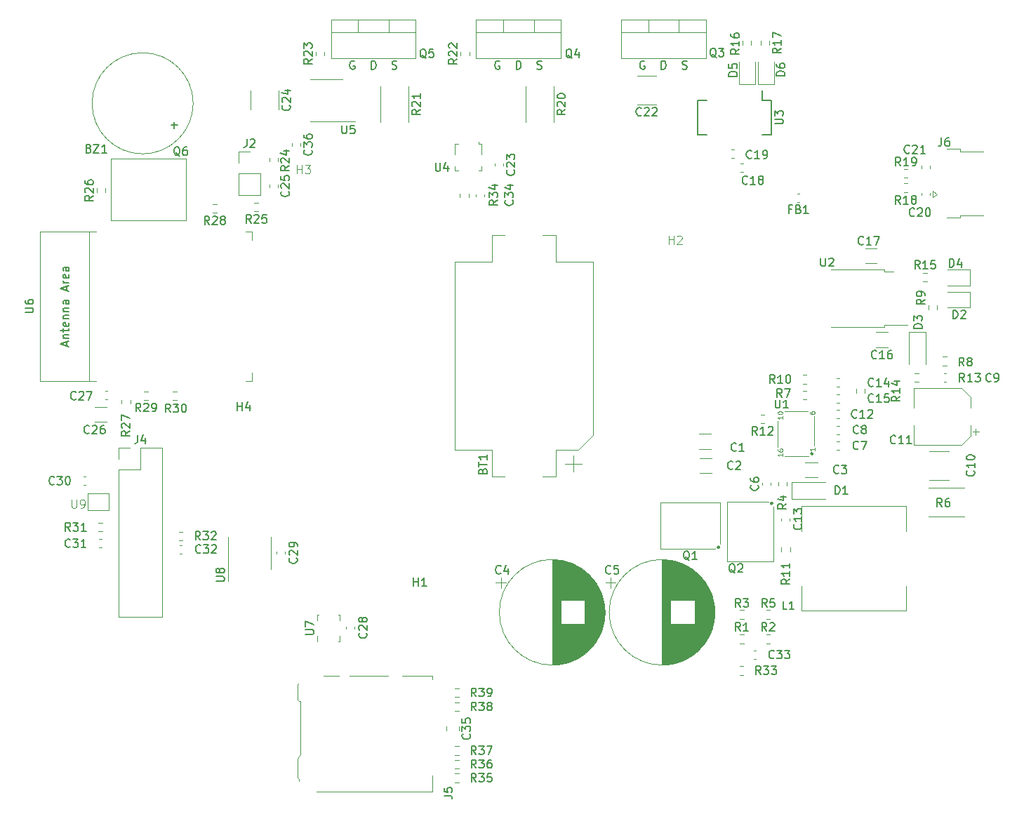
<source format=gbr>
%TF.GenerationSoftware,KiCad,Pcbnew,7.0.2-0*%
%TF.CreationDate,2023-08-15T10:21:39+08:00*%
%TF.ProjectId,H160_board,48313630-5f62-46f6-9172-642e6b696361,rev?*%
%TF.SameCoordinates,Original*%
%TF.FileFunction,Legend,Top*%
%TF.FilePolarity,Positive*%
%FSLAX46Y46*%
G04 Gerber Fmt 4.6, Leading zero omitted, Abs format (unit mm)*
G04 Created by KiCad (PCBNEW 7.0.2-0) date 2023-08-15 10:21:39*
%MOMM*%
%LPD*%
G01*
G04 APERTURE LIST*
%ADD10C,0.150000*%
%ADD11C,0.120000*%
%ADD12C,0.100000*%
%ADD13C,0.300000*%
G04 APERTURE END LIST*
D10*
%TO.C,Q1*%
X120679761Y-125707857D02*
X120584523Y-125660238D01*
X120584523Y-125660238D02*
X120489285Y-125565000D01*
X120489285Y-125565000D02*
X120346428Y-125422142D01*
X120346428Y-125422142D02*
X120251190Y-125374523D01*
X120251190Y-125374523D02*
X120155952Y-125374523D01*
X120203571Y-125612619D02*
X120108333Y-125565000D01*
X120108333Y-125565000D02*
X120013095Y-125469761D01*
X120013095Y-125469761D02*
X119965476Y-125279285D01*
X119965476Y-125279285D02*
X119965476Y-124945952D01*
X119965476Y-124945952D02*
X120013095Y-124755476D01*
X120013095Y-124755476D02*
X120108333Y-124660238D01*
X120108333Y-124660238D02*
X120203571Y-124612619D01*
X120203571Y-124612619D02*
X120394047Y-124612619D01*
X120394047Y-124612619D02*
X120489285Y-124660238D01*
X120489285Y-124660238D02*
X120584523Y-124755476D01*
X120584523Y-124755476D02*
X120632142Y-124945952D01*
X120632142Y-124945952D02*
X120632142Y-125279285D01*
X120632142Y-125279285D02*
X120584523Y-125469761D01*
X120584523Y-125469761D02*
X120489285Y-125565000D01*
X120489285Y-125565000D02*
X120394047Y-125612619D01*
X120394047Y-125612619D02*
X120203571Y-125612619D01*
X121584523Y-125612619D02*
X121013095Y-125612619D01*
X121298809Y-125612619D02*
X121298809Y-124612619D01*
X121298809Y-124612619D02*
X121203571Y-124755476D01*
X121203571Y-124755476D02*
X121108333Y-124850714D01*
X121108333Y-124850714D02*
X121013095Y-124898333D01*
%TO.C,R35*%
X94932142Y-152452619D02*
X94598809Y-151976428D01*
X94360714Y-152452619D02*
X94360714Y-151452619D01*
X94360714Y-151452619D02*
X94741666Y-151452619D01*
X94741666Y-151452619D02*
X94836904Y-151500238D01*
X94836904Y-151500238D02*
X94884523Y-151547857D01*
X94884523Y-151547857D02*
X94932142Y-151643095D01*
X94932142Y-151643095D02*
X94932142Y-151785952D01*
X94932142Y-151785952D02*
X94884523Y-151881190D01*
X94884523Y-151881190D02*
X94836904Y-151928809D01*
X94836904Y-151928809D02*
X94741666Y-151976428D01*
X94741666Y-151976428D02*
X94360714Y-151976428D01*
X95265476Y-151452619D02*
X95884523Y-151452619D01*
X95884523Y-151452619D02*
X95551190Y-151833571D01*
X95551190Y-151833571D02*
X95694047Y-151833571D01*
X95694047Y-151833571D02*
X95789285Y-151881190D01*
X95789285Y-151881190D02*
X95836904Y-151928809D01*
X95836904Y-151928809D02*
X95884523Y-152024047D01*
X95884523Y-152024047D02*
X95884523Y-152262142D01*
X95884523Y-152262142D02*
X95836904Y-152357380D01*
X95836904Y-152357380D02*
X95789285Y-152405000D01*
X95789285Y-152405000D02*
X95694047Y-152452619D01*
X95694047Y-152452619D02*
X95408333Y-152452619D01*
X95408333Y-152452619D02*
X95313095Y-152405000D01*
X95313095Y-152405000D02*
X95265476Y-152357380D01*
X96789285Y-151452619D02*
X96313095Y-151452619D01*
X96313095Y-151452619D02*
X96265476Y-151928809D01*
X96265476Y-151928809D02*
X96313095Y-151881190D01*
X96313095Y-151881190D02*
X96408333Y-151833571D01*
X96408333Y-151833571D02*
X96646428Y-151833571D01*
X96646428Y-151833571D02*
X96741666Y-151881190D01*
X96741666Y-151881190D02*
X96789285Y-151928809D01*
X96789285Y-151928809D02*
X96836904Y-152024047D01*
X96836904Y-152024047D02*
X96836904Y-152262142D01*
X96836904Y-152262142D02*
X96789285Y-152357380D01*
X96789285Y-152357380D02*
X96741666Y-152405000D01*
X96741666Y-152405000D02*
X96646428Y-152452619D01*
X96646428Y-152452619D02*
X96408333Y-152452619D01*
X96408333Y-152452619D02*
X96313095Y-152405000D01*
X96313095Y-152405000D02*
X96265476Y-152357380D01*
%TO.C,R15*%
X148457142Y-90562619D02*
X148123809Y-90086428D01*
X147885714Y-90562619D02*
X147885714Y-89562619D01*
X147885714Y-89562619D02*
X148266666Y-89562619D01*
X148266666Y-89562619D02*
X148361904Y-89610238D01*
X148361904Y-89610238D02*
X148409523Y-89657857D01*
X148409523Y-89657857D02*
X148457142Y-89753095D01*
X148457142Y-89753095D02*
X148457142Y-89895952D01*
X148457142Y-89895952D02*
X148409523Y-89991190D01*
X148409523Y-89991190D02*
X148361904Y-90038809D01*
X148361904Y-90038809D02*
X148266666Y-90086428D01*
X148266666Y-90086428D02*
X147885714Y-90086428D01*
X149409523Y-90562619D02*
X148838095Y-90562619D01*
X149123809Y-90562619D02*
X149123809Y-89562619D01*
X149123809Y-89562619D02*
X149028571Y-89705476D01*
X149028571Y-89705476D02*
X148933333Y-89800714D01*
X148933333Y-89800714D02*
X148838095Y-89848333D01*
X150314285Y-89562619D02*
X149838095Y-89562619D01*
X149838095Y-89562619D02*
X149790476Y-90038809D01*
X149790476Y-90038809D02*
X149838095Y-89991190D01*
X149838095Y-89991190D02*
X149933333Y-89943571D01*
X149933333Y-89943571D02*
X150171428Y-89943571D01*
X150171428Y-89943571D02*
X150266666Y-89991190D01*
X150266666Y-89991190D02*
X150314285Y-90038809D01*
X150314285Y-90038809D02*
X150361904Y-90134047D01*
X150361904Y-90134047D02*
X150361904Y-90372142D01*
X150361904Y-90372142D02*
X150314285Y-90467380D01*
X150314285Y-90467380D02*
X150266666Y-90515000D01*
X150266666Y-90515000D02*
X150171428Y-90562619D01*
X150171428Y-90562619D02*
X149933333Y-90562619D01*
X149933333Y-90562619D02*
X149838095Y-90515000D01*
X149838095Y-90515000D02*
X149790476Y-90467380D01*
%TO.C,C30*%
X44057142Y-116517380D02*
X44009523Y-116565000D01*
X44009523Y-116565000D02*
X43866666Y-116612619D01*
X43866666Y-116612619D02*
X43771428Y-116612619D01*
X43771428Y-116612619D02*
X43628571Y-116565000D01*
X43628571Y-116565000D02*
X43533333Y-116469761D01*
X43533333Y-116469761D02*
X43485714Y-116374523D01*
X43485714Y-116374523D02*
X43438095Y-116184047D01*
X43438095Y-116184047D02*
X43438095Y-116041190D01*
X43438095Y-116041190D02*
X43485714Y-115850714D01*
X43485714Y-115850714D02*
X43533333Y-115755476D01*
X43533333Y-115755476D02*
X43628571Y-115660238D01*
X43628571Y-115660238D02*
X43771428Y-115612619D01*
X43771428Y-115612619D02*
X43866666Y-115612619D01*
X43866666Y-115612619D02*
X44009523Y-115660238D01*
X44009523Y-115660238D02*
X44057142Y-115707857D01*
X44390476Y-115612619D02*
X45009523Y-115612619D01*
X45009523Y-115612619D02*
X44676190Y-115993571D01*
X44676190Y-115993571D02*
X44819047Y-115993571D01*
X44819047Y-115993571D02*
X44914285Y-116041190D01*
X44914285Y-116041190D02*
X44961904Y-116088809D01*
X44961904Y-116088809D02*
X45009523Y-116184047D01*
X45009523Y-116184047D02*
X45009523Y-116422142D01*
X45009523Y-116422142D02*
X44961904Y-116517380D01*
X44961904Y-116517380D02*
X44914285Y-116565000D01*
X44914285Y-116565000D02*
X44819047Y-116612619D01*
X44819047Y-116612619D02*
X44533333Y-116612619D01*
X44533333Y-116612619D02*
X44438095Y-116565000D01*
X44438095Y-116565000D02*
X44390476Y-116517380D01*
X45628571Y-115612619D02*
X45723809Y-115612619D01*
X45723809Y-115612619D02*
X45819047Y-115660238D01*
X45819047Y-115660238D02*
X45866666Y-115707857D01*
X45866666Y-115707857D02*
X45914285Y-115803095D01*
X45914285Y-115803095D02*
X45961904Y-115993571D01*
X45961904Y-115993571D02*
X45961904Y-116231666D01*
X45961904Y-116231666D02*
X45914285Y-116422142D01*
X45914285Y-116422142D02*
X45866666Y-116517380D01*
X45866666Y-116517380D02*
X45819047Y-116565000D01*
X45819047Y-116565000D02*
X45723809Y-116612619D01*
X45723809Y-116612619D02*
X45628571Y-116612619D01*
X45628571Y-116612619D02*
X45533333Y-116565000D01*
X45533333Y-116565000D02*
X45485714Y-116517380D01*
X45485714Y-116517380D02*
X45438095Y-116422142D01*
X45438095Y-116422142D02*
X45390476Y-116231666D01*
X45390476Y-116231666D02*
X45390476Y-115993571D01*
X45390476Y-115993571D02*
X45438095Y-115803095D01*
X45438095Y-115803095D02*
X45485714Y-115707857D01*
X45485714Y-115707857D02*
X45533333Y-115660238D01*
X45533333Y-115660238D02*
X45628571Y-115612619D01*
%TO.C,C34*%
X99317380Y-82292857D02*
X99365000Y-82340476D01*
X99365000Y-82340476D02*
X99412619Y-82483333D01*
X99412619Y-82483333D02*
X99412619Y-82578571D01*
X99412619Y-82578571D02*
X99365000Y-82721428D01*
X99365000Y-82721428D02*
X99269761Y-82816666D01*
X99269761Y-82816666D02*
X99174523Y-82864285D01*
X99174523Y-82864285D02*
X98984047Y-82911904D01*
X98984047Y-82911904D02*
X98841190Y-82911904D01*
X98841190Y-82911904D02*
X98650714Y-82864285D01*
X98650714Y-82864285D02*
X98555476Y-82816666D01*
X98555476Y-82816666D02*
X98460238Y-82721428D01*
X98460238Y-82721428D02*
X98412619Y-82578571D01*
X98412619Y-82578571D02*
X98412619Y-82483333D01*
X98412619Y-82483333D02*
X98460238Y-82340476D01*
X98460238Y-82340476D02*
X98507857Y-82292857D01*
X98412619Y-81959523D02*
X98412619Y-81340476D01*
X98412619Y-81340476D02*
X98793571Y-81673809D01*
X98793571Y-81673809D02*
X98793571Y-81530952D01*
X98793571Y-81530952D02*
X98841190Y-81435714D01*
X98841190Y-81435714D02*
X98888809Y-81388095D01*
X98888809Y-81388095D02*
X98984047Y-81340476D01*
X98984047Y-81340476D02*
X99222142Y-81340476D01*
X99222142Y-81340476D02*
X99317380Y-81388095D01*
X99317380Y-81388095D02*
X99365000Y-81435714D01*
X99365000Y-81435714D02*
X99412619Y-81530952D01*
X99412619Y-81530952D02*
X99412619Y-81816666D01*
X99412619Y-81816666D02*
X99365000Y-81911904D01*
X99365000Y-81911904D02*
X99317380Y-81959523D01*
X98745952Y-80483333D02*
X99412619Y-80483333D01*
X98365000Y-80721428D02*
X99079285Y-80959523D01*
X99079285Y-80959523D02*
X99079285Y-80340476D01*
%TO.C,Q2*%
X126179761Y-127257857D02*
X126084523Y-127210238D01*
X126084523Y-127210238D02*
X125989285Y-127115000D01*
X125989285Y-127115000D02*
X125846428Y-126972142D01*
X125846428Y-126972142D02*
X125751190Y-126924523D01*
X125751190Y-126924523D02*
X125655952Y-126924523D01*
X125703571Y-127162619D02*
X125608333Y-127115000D01*
X125608333Y-127115000D02*
X125513095Y-127019761D01*
X125513095Y-127019761D02*
X125465476Y-126829285D01*
X125465476Y-126829285D02*
X125465476Y-126495952D01*
X125465476Y-126495952D02*
X125513095Y-126305476D01*
X125513095Y-126305476D02*
X125608333Y-126210238D01*
X125608333Y-126210238D02*
X125703571Y-126162619D01*
X125703571Y-126162619D02*
X125894047Y-126162619D01*
X125894047Y-126162619D02*
X125989285Y-126210238D01*
X125989285Y-126210238D02*
X126084523Y-126305476D01*
X126084523Y-126305476D02*
X126132142Y-126495952D01*
X126132142Y-126495952D02*
X126132142Y-126829285D01*
X126132142Y-126829285D02*
X126084523Y-127019761D01*
X126084523Y-127019761D02*
X125989285Y-127115000D01*
X125989285Y-127115000D02*
X125894047Y-127162619D01*
X125894047Y-127162619D02*
X125703571Y-127162619D01*
X126513095Y-126257857D02*
X126560714Y-126210238D01*
X126560714Y-126210238D02*
X126655952Y-126162619D01*
X126655952Y-126162619D02*
X126894047Y-126162619D01*
X126894047Y-126162619D02*
X126989285Y-126210238D01*
X126989285Y-126210238D02*
X127036904Y-126257857D01*
X127036904Y-126257857D02*
X127084523Y-126353095D01*
X127084523Y-126353095D02*
X127084523Y-126448333D01*
X127084523Y-126448333D02*
X127036904Y-126591190D01*
X127036904Y-126591190D02*
X126465476Y-127162619D01*
X126465476Y-127162619D02*
X127084523Y-127162619D01*
%TO.C,R26*%
X48732619Y-81742857D02*
X48256428Y-82076190D01*
X48732619Y-82314285D02*
X47732619Y-82314285D01*
X47732619Y-82314285D02*
X47732619Y-81933333D01*
X47732619Y-81933333D02*
X47780238Y-81838095D01*
X47780238Y-81838095D02*
X47827857Y-81790476D01*
X47827857Y-81790476D02*
X47923095Y-81742857D01*
X47923095Y-81742857D02*
X48065952Y-81742857D01*
X48065952Y-81742857D02*
X48161190Y-81790476D01*
X48161190Y-81790476D02*
X48208809Y-81838095D01*
X48208809Y-81838095D02*
X48256428Y-81933333D01*
X48256428Y-81933333D02*
X48256428Y-82314285D01*
X47827857Y-81361904D02*
X47780238Y-81314285D01*
X47780238Y-81314285D02*
X47732619Y-81219047D01*
X47732619Y-81219047D02*
X47732619Y-80980952D01*
X47732619Y-80980952D02*
X47780238Y-80885714D01*
X47780238Y-80885714D02*
X47827857Y-80838095D01*
X47827857Y-80838095D02*
X47923095Y-80790476D01*
X47923095Y-80790476D02*
X48018333Y-80790476D01*
X48018333Y-80790476D02*
X48161190Y-80838095D01*
X48161190Y-80838095D02*
X48732619Y-81409523D01*
X48732619Y-81409523D02*
X48732619Y-80790476D01*
X47732619Y-79933333D02*
X47732619Y-80123809D01*
X47732619Y-80123809D02*
X47780238Y-80219047D01*
X47780238Y-80219047D02*
X47827857Y-80266666D01*
X47827857Y-80266666D02*
X47970714Y-80361904D01*
X47970714Y-80361904D02*
X48161190Y-80409523D01*
X48161190Y-80409523D02*
X48542142Y-80409523D01*
X48542142Y-80409523D02*
X48637380Y-80361904D01*
X48637380Y-80361904D02*
X48685000Y-80314285D01*
X48685000Y-80314285D02*
X48732619Y-80219047D01*
X48732619Y-80219047D02*
X48732619Y-80028571D01*
X48732619Y-80028571D02*
X48685000Y-79933333D01*
X48685000Y-79933333D02*
X48637380Y-79885714D01*
X48637380Y-79885714D02*
X48542142Y-79838095D01*
X48542142Y-79838095D02*
X48304047Y-79838095D01*
X48304047Y-79838095D02*
X48208809Y-79885714D01*
X48208809Y-79885714D02*
X48161190Y-79933333D01*
X48161190Y-79933333D02*
X48113571Y-80028571D01*
X48113571Y-80028571D02*
X48113571Y-80219047D01*
X48113571Y-80219047D02*
X48161190Y-80314285D01*
X48161190Y-80314285D02*
X48208809Y-80361904D01*
X48208809Y-80361904D02*
X48304047Y-80409523D01*
%TO.C,C27*%
X46657142Y-106267380D02*
X46609523Y-106315000D01*
X46609523Y-106315000D02*
X46466666Y-106362619D01*
X46466666Y-106362619D02*
X46371428Y-106362619D01*
X46371428Y-106362619D02*
X46228571Y-106315000D01*
X46228571Y-106315000D02*
X46133333Y-106219761D01*
X46133333Y-106219761D02*
X46085714Y-106124523D01*
X46085714Y-106124523D02*
X46038095Y-105934047D01*
X46038095Y-105934047D02*
X46038095Y-105791190D01*
X46038095Y-105791190D02*
X46085714Y-105600714D01*
X46085714Y-105600714D02*
X46133333Y-105505476D01*
X46133333Y-105505476D02*
X46228571Y-105410238D01*
X46228571Y-105410238D02*
X46371428Y-105362619D01*
X46371428Y-105362619D02*
X46466666Y-105362619D01*
X46466666Y-105362619D02*
X46609523Y-105410238D01*
X46609523Y-105410238D02*
X46657142Y-105457857D01*
X47038095Y-105457857D02*
X47085714Y-105410238D01*
X47085714Y-105410238D02*
X47180952Y-105362619D01*
X47180952Y-105362619D02*
X47419047Y-105362619D01*
X47419047Y-105362619D02*
X47514285Y-105410238D01*
X47514285Y-105410238D02*
X47561904Y-105457857D01*
X47561904Y-105457857D02*
X47609523Y-105553095D01*
X47609523Y-105553095D02*
X47609523Y-105648333D01*
X47609523Y-105648333D02*
X47561904Y-105791190D01*
X47561904Y-105791190D02*
X46990476Y-106362619D01*
X46990476Y-106362619D02*
X47609523Y-106362619D01*
X47942857Y-105362619D02*
X48609523Y-105362619D01*
X48609523Y-105362619D02*
X48180952Y-106362619D01*
%TO.C,R33*%
X129257142Y-139487619D02*
X128923809Y-139011428D01*
X128685714Y-139487619D02*
X128685714Y-138487619D01*
X128685714Y-138487619D02*
X129066666Y-138487619D01*
X129066666Y-138487619D02*
X129161904Y-138535238D01*
X129161904Y-138535238D02*
X129209523Y-138582857D01*
X129209523Y-138582857D02*
X129257142Y-138678095D01*
X129257142Y-138678095D02*
X129257142Y-138820952D01*
X129257142Y-138820952D02*
X129209523Y-138916190D01*
X129209523Y-138916190D02*
X129161904Y-138963809D01*
X129161904Y-138963809D02*
X129066666Y-139011428D01*
X129066666Y-139011428D02*
X128685714Y-139011428D01*
X129590476Y-138487619D02*
X130209523Y-138487619D01*
X130209523Y-138487619D02*
X129876190Y-138868571D01*
X129876190Y-138868571D02*
X130019047Y-138868571D01*
X130019047Y-138868571D02*
X130114285Y-138916190D01*
X130114285Y-138916190D02*
X130161904Y-138963809D01*
X130161904Y-138963809D02*
X130209523Y-139059047D01*
X130209523Y-139059047D02*
X130209523Y-139297142D01*
X130209523Y-139297142D02*
X130161904Y-139392380D01*
X130161904Y-139392380D02*
X130114285Y-139440000D01*
X130114285Y-139440000D02*
X130019047Y-139487619D01*
X130019047Y-139487619D02*
X129733333Y-139487619D01*
X129733333Y-139487619D02*
X129638095Y-139440000D01*
X129638095Y-139440000D02*
X129590476Y-139392380D01*
X130542857Y-138487619D02*
X131161904Y-138487619D01*
X131161904Y-138487619D02*
X130828571Y-138868571D01*
X130828571Y-138868571D02*
X130971428Y-138868571D01*
X130971428Y-138868571D02*
X131066666Y-138916190D01*
X131066666Y-138916190D02*
X131114285Y-138963809D01*
X131114285Y-138963809D02*
X131161904Y-139059047D01*
X131161904Y-139059047D02*
X131161904Y-139297142D01*
X131161904Y-139297142D02*
X131114285Y-139392380D01*
X131114285Y-139392380D02*
X131066666Y-139440000D01*
X131066666Y-139440000D02*
X130971428Y-139487619D01*
X130971428Y-139487619D02*
X130685714Y-139487619D01*
X130685714Y-139487619D02*
X130590476Y-139440000D01*
X130590476Y-139440000D02*
X130542857Y-139392380D01*
%TO.C,R1*%
X126808333Y-134257619D02*
X126475000Y-133781428D01*
X126236905Y-134257619D02*
X126236905Y-133257619D01*
X126236905Y-133257619D02*
X126617857Y-133257619D01*
X126617857Y-133257619D02*
X126713095Y-133305238D01*
X126713095Y-133305238D02*
X126760714Y-133352857D01*
X126760714Y-133352857D02*
X126808333Y-133448095D01*
X126808333Y-133448095D02*
X126808333Y-133590952D01*
X126808333Y-133590952D02*
X126760714Y-133686190D01*
X126760714Y-133686190D02*
X126713095Y-133733809D01*
X126713095Y-133733809D02*
X126617857Y-133781428D01*
X126617857Y-133781428D02*
X126236905Y-133781428D01*
X127760714Y-134257619D02*
X127189286Y-134257619D01*
X127475000Y-134257619D02*
X127475000Y-133257619D01*
X127475000Y-133257619D02*
X127379762Y-133400476D01*
X127379762Y-133400476D02*
X127284524Y-133495714D01*
X127284524Y-133495714D02*
X127189286Y-133543333D01*
%TO.C,D4*%
X152024405Y-90362619D02*
X152024405Y-89362619D01*
X152024405Y-89362619D02*
X152262500Y-89362619D01*
X152262500Y-89362619D02*
X152405357Y-89410238D01*
X152405357Y-89410238D02*
X152500595Y-89505476D01*
X152500595Y-89505476D02*
X152548214Y-89600714D01*
X152548214Y-89600714D02*
X152595833Y-89791190D01*
X152595833Y-89791190D02*
X152595833Y-89934047D01*
X152595833Y-89934047D02*
X152548214Y-90124523D01*
X152548214Y-90124523D02*
X152500595Y-90219761D01*
X152500595Y-90219761D02*
X152405357Y-90315000D01*
X152405357Y-90315000D02*
X152262500Y-90362619D01*
X152262500Y-90362619D02*
X152024405Y-90362619D01*
X153452976Y-89695952D02*
X153452976Y-90362619D01*
X153214881Y-89315000D02*
X152976786Y-90029285D01*
X152976786Y-90029285D02*
X153595833Y-90029285D01*
%TO.C,R19*%
X146132142Y-78137619D02*
X145798809Y-77661428D01*
X145560714Y-78137619D02*
X145560714Y-77137619D01*
X145560714Y-77137619D02*
X145941666Y-77137619D01*
X145941666Y-77137619D02*
X146036904Y-77185238D01*
X146036904Y-77185238D02*
X146084523Y-77232857D01*
X146084523Y-77232857D02*
X146132142Y-77328095D01*
X146132142Y-77328095D02*
X146132142Y-77470952D01*
X146132142Y-77470952D02*
X146084523Y-77566190D01*
X146084523Y-77566190D02*
X146036904Y-77613809D01*
X146036904Y-77613809D02*
X145941666Y-77661428D01*
X145941666Y-77661428D02*
X145560714Y-77661428D01*
X147084523Y-78137619D02*
X146513095Y-78137619D01*
X146798809Y-78137619D02*
X146798809Y-77137619D01*
X146798809Y-77137619D02*
X146703571Y-77280476D01*
X146703571Y-77280476D02*
X146608333Y-77375714D01*
X146608333Y-77375714D02*
X146513095Y-77423333D01*
X147560714Y-78137619D02*
X147751190Y-78137619D01*
X147751190Y-78137619D02*
X147846428Y-78090000D01*
X147846428Y-78090000D02*
X147894047Y-78042380D01*
X147894047Y-78042380D02*
X147989285Y-77899523D01*
X147989285Y-77899523D02*
X148036904Y-77709047D01*
X148036904Y-77709047D02*
X148036904Y-77328095D01*
X148036904Y-77328095D02*
X147989285Y-77232857D01*
X147989285Y-77232857D02*
X147941666Y-77185238D01*
X147941666Y-77185238D02*
X147846428Y-77137619D01*
X147846428Y-77137619D02*
X147655952Y-77137619D01*
X147655952Y-77137619D02*
X147560714Y-77185238D01*
X147560714Y-77185238D02*
X147513095Y-77232857D01*
X147513095Y-77232857D02*
X147465476Y-77328095D01*
X147465476Y-77328095D02*
X147465476Y-77566190D01*
X147465476Y-77566190D02*
X147513095Y-77661428D01*
X147513095Y-77661428D02*
X147560714Y-77709047D01*
X147560714Y-77709047D02*
X147655952Y-77756666D01*
X147655952Y-77756666D02*
X147846428Y-77756666D01*
X147846428Y-77756666D02*
X147941666Y-77709047D01*
X147941666Y-77709047D02*
X147989285Y-77661428D01*
X147989285Y-77661428D02*
X148036904Y-77566190D01*
%TO.C,C17*%
X141657142Y-87567380D02*
X141609523Y-87615000D01*
X141609523Y-87615000D02*
X141466666Y-87662619D01*
X141466666Y-87662619D02*
X141371428Y-87662619D01*
X141371428Y-87662619D02*
X141228571Y-87615000D01*
X141228571Y-87615000D02*
X141133333Y-87519761D01*
X141133333Y-87519761D02*
X141085714Y-87424523D01*
X141085714Y-87424523D02*
X141038095Y-87234047D01*
X141038095Y-87234047D02*
X141038095Y-87091190D01*
X141038095Y-87091190D02*
X141085714Y-86900714D01*
X141085714Y-86900714D02*
X141133333Y-86805476D01*
X141133333Y-86805476D02*
X141228571Y-86710238D01*
X141228571Y-86710238D02*
X141371428Y-86662619D01*
X141371428Y-86662619D02*
X141466666Y-86662619D01*
X141466666Y-86662619D02*
X141609523Y-86710238D01*
X141609523Y-86710238D02*
X141657142Y-86757857D01*
X142609523Y-87662619D02*
X142038095Y-87662619D01*
X142323809Y-87662619D02*
X142323809Y-86662619D01*
X142323809Y-86662619D02*
X142228571Y-86805476D01*
X142228571Y-86805476D02*
X142133333Y-86900714D01*
X142133333Y-86900714D02*
X142038095Y-86948333D01*
X142942857Y-86662619D02*
X143609523Y-86662619D01*
X143609523Y-86662619D02*
X143180952Y-87662619D01*
%TO.C,C4*%
X97909374Y-127267380D02*
X97861755Y-127315000D01*
X97861755Y-127315000D02*
X97718898Y-127362619D01*
X97718898Y-127362619D02*
X97623660Y-127362619D01*
X97623660Y-127362619D02*
X97480803Y-127315000D01*
X97480803Y-127315000D02*
X97385565Y-127219761D01*
X97385565Y-127219761D02*
X97337946Y-127124523D01*
X97337946Y-127124523D02*
X97290327Y-126934047D01*
X97290327Y-126934047D02*
X97290327Y-126791190D01*
X97290327Y-126791190D02*
X97337946Y-126600714D01*
X97337946Y-126600714D02*
X97385565Y-126505476D01*
X97385565Y-126505476D02*
X97480803Y-126410238D01*
X97480803Y-126410238D02*
X97623660Y-126362619D01*
X97623660Y-126362619D02*
X97718898Y-126362619D01*
X97718898Y-126362619D02*
X97861755Y-126410238D01*
X97861755Y-126410238D02*
X97909374Y-126457857D01*
X98766517Y-126695952D02*
X98766517Y-127362619D01*
X98528422Y-126315000D02*
X98290327Y-127029285D01*
X98290327Y-127029285D02*
X98909374Y-127029285D01*
%TO.C,R27*%
X53162619Y-110142857D02*
X52686428Y-110476190D01*
X53162619Y-110714285D02*
X52162619Y-110714285D01*
X52162619Y-110714285D02*
X52162619Y-110333333D01*
X52162619Y-110333333D02*
X52210238Y-110238095D01*
X52210238Y-110238095D02*
X52257857Y-110190476D01*
X52257857Y-110190476D02*
X52353095Y-110142857D01*
X52353095Y-110142857D02*
X52495952Y-110142857D01*
X52495952Y-110142857D02*
X52591190Y-110190476D01*
X52591190Y-110190476D02*
X52638809Y-110238095D01*
X52638809Y-110238095D02*
X52686428Y-110333333D01*
X52686428Y-110333333D02*
X52686428Y-110714285D01*
X52257857Y-109761904D02*
X52210238Y-109714285D01*
X52210238Y-109714285D02*
X52162619Y-109619047D01*
X52162619Y-109619047D02*
X52162619Y-109380952D01*
X52162619Y-109380952D02*
X52210238Y-109285714D01*
X52210238Y-109285714D02*
X52257857Y-109238095D01*
X52257857Y-109238095D02*
X52353095Y-109190476D01*
X52353095Y-109190476D02*
X52448333Y-109190476D01*
X52448333Y-109190476D02*
X52591190Y-109238095D01*
X52591190Y-109238095D02*
X53162619Y-109809523D01*
X53162619Y-109809523D02*
X53162619Y-109190476D01*
X52162619Y-108857142D02*
X52162619Y-108190476D01*
X52162619Y-108190476D02*
X53162619Y-108619047D01*
%TO.C,R20*%
X105682619Y-71342857D02*
X105206428Y-71676190D01*
X105682619Y-71914285D02*
X104682619Y-71914285D01*
X104682619Y-71914285D02*
X104682619Y-71533333D01*
X104682619Y-71533333D02*
X104730238Y-71438095D01*
X104730238Y-71438095D02*
X104777857Y-71390476D01*
X104777857Y-71390476D02*
X104873095Y-71342857D01*
X104873095Y-71342857D02*
X105015952Y-71342857D01*
X105015952Y-71342857D02*
X105111190Y-71390476D01*
X105111190Y-71390476D02*
X105158809Y-71438095D01*
X105158809Y-71438095D02*
X105206428Y-71533333D01*
X105206428Y-71533333D02*
X105206428Y-71914285D01*
X104777857Y-70961904D02*
X104730238Y-70914285D01*
X104730238Y-70914285D02*
X104682619Y-70819047D01*
X104682619Y-70819047D02*
X104682619Y-70580952D01*
X104682619Y-70580952D02*
X104730238Y-70485714D01*
X104730238Y-70485714D02*
X104777857Y-70438095D01*
X104777857Y-70438095D02*
X104873095Y-70390476D01*
X104873095Y-70390476D02*
X104968333Y-70390476D01*
X104968333Y-70390476D02*
X105111190Y-70438095D01*
X105111190Y-70438095D02*
X105682619Y-71009523D01*
X105682619Y-71009523D02*
X105682619Y-70390476D01*
X104682619Y-69771428D02*
X104682619Y-69676190D01*
X104682619Y-69676190D02*
X104730238Y-69580952D01*
X104730238Y-69580952D02*
X104777857Y-69533333D01*
X104777857Y-69533333D02*
X104873095Y-69485714D01*
X104873095Y-69485714D02*
X105063571Y-69438095D01*
X105063571Y-69438095D02*
X105301666Y-69438095D01*
X105301666Y-69438095D02*
X105492142Y-69485714D01*
X105492142Y-69485714D02*
X105587380Y-69533333D01*
X105587380Y-69533333D02*
X105635000Y-69580952D01*
X105635000Y-69580952D02*
X105682619Y-69676190D01*
X105682619Y-69676190D02*
X105682619Y-69771428D01*
X105682619Y-69771428D02*
X105635000Y-69866666D01*
X105635000Y-69866666D02*
X105587380Y-69914285D01*
X105587380Y-69914285D02*
X105492142Y-69961904D01*
X105492142Y-69961904D02*
X105301666Y-70009523D01*
X105301666Y-70009523D02*
X105063571Y-70009523D01*
X105063571Y-70009523D02*
X104873095Y-69961904D01*
X104873095Y-69961904D02*
X104777857Y-69914285D01*
X104777857Y-69914285D02*
X104730238Y-69866666D01*
X104730238Y-69866666D02*
X104682619Y-69771428D01*
%TO.C,J6*%
X151066666Y-74762619D02*
X151066666Y-75476904D01*
X151066666Y-75476904D02*
X151019047Y-75619761D01*
X151019047Y-75619761D02*
X150923809Y-75715000D01*
X150923809Y-75715000D02*
X150780952Y-75762619D01*
X150780952Y-75762619D02*
X150685714Y-75762619D01*
X151971428Y-74762619D02*
X151780952Y-74762619D01*
X151780952Y-74762619D02*
X151685714Y-74810238D01*
X151685714Y-74810238D02*
X151638095Y-74857857D01*
X151638095Y-74857857D02*
X151542857Y-75000714D01*
X151542857Y-75000714D02*
X151495238Y-75191190D01*
X151495238Y-75191190D02*
X151495238Y-75572142D01*
X151495238Y-75572142D02*
X151542857Y-75667380D01*
X151542857Y-75667380D02*
X151590476Y-75715000D01*
X151590476Y-75715000D02*
X151685714Y-75762619D01*
X151685714Y-75762619D02*
X151876190Y-75762619D01*
X151876190Y-75762619D02*
X151971428Y-75715000D01*
X151971428Y-75715000D02*
X152019047Y-75667380D01*
X152019047Y-75667380D02*
X152066666Y-75572142D01*
X152066666Y-75572142D02*
X152066666Y-75334047D01*
X152066666Y-75334047D02*
X152019047Y-75238809D01*
X152019047Y-75238809D02*
X151971428Y-75191190D01*
X151971428Y-75191190D02*
X151876190Y-75143571D01*
X151876190Y-75143571D02*
X151685714Y-75143571D01*
X151685714Y-75143571D02*
X151590476Y-75191190D01*
X151590476Y-75191190D02*
X151542857Y-75238809D01*
X151542857Y-75238809D02*
X151495238Y-75334047D01*
%TO.C,U6*%
X40512619Y-95836904D02*
X41322142Y-95836904D01*
X41322142Y-95836904D02*
X41417380Y-95789285D01*
X41417380Y-95789285D02*
X41465000Y-95741666D01*
X41465000Y-95741666D02*
X41512619Y-95646428D01*
X41512619Y-95646428D02*
X41512619Y-95455952D01*
X41512619Y-95455952D02*
X41465000Y-95360714D01*
X41465000Y-95360714D02*
X41417380Y-95313095D01*
X41417380Y-95313095D02*
X41322142Y-95265476D01*
X41322142Y-95265476D02*
X40512619Y-95265476D01*
X40512619Y-94360714D02*
X40512619Y-94551190D01*
X40512619Y-94551190D02*
X40560238Y-94646428D01*
X40560238Y-94646428D02*
X40607857Y-94694047D01*
X40607857Y-94694047D02*
X40750714Y-94789285D01*
X40750714Y-94789285D02*
X40941190Y-94836904D01*
X40941190Y-94836904D02*
X41322142Y-94836904D01*
X41322142Y-94836904D02*
X41417380Y-94789285D01*
X41417380Y-94789285D02*
X41465000Y-94741666D01*
X41465000Y-94741666D02*
X41512619Y-94646428D01*
X41512619Y-94646428D02*
X41512619Y-94455952D01*
X41512619Y-94455952D02*
X41465000Y-94360714D01*
X41465000Y-94360714D02*
X41417380Y-94313095D01*
X41417380Y-94313095D02*
X41322142Y-94265476D01*
X41322142Y-94265476D02*
X41084047Y-94265476D01*
X41084047Y-94265476D02*
X40988809Y-94313095D01*
X40988809Y-94313095D02*
X40941190Y-94360714D01*
X40941190Y-94360714D02*
X40893571Y-94455952D01*
X40893571Y-94455952D02*
X40893571Y-94646428D01*
X40893571Y-94646428D02*
X40941190Y-94741666D01*
X40941190Y-94741666D02*
X40988809Y-94789285D01*
X40988809Y-94789285D02*
X41084047Y-94836904D01*
X45526904Y-99836905D02*
X45526904Y-99360715D01*
X45812619Y-99932143D02*
X44812619Y-99598810D01*
X44812619Y-99598810D02*
X45812619Y-99265477D01*
X45145952Y-98932143D02*
X45812619Y-98932143D01*
X45241190Y-98932143D02*
X45193571Y-98884524D01*
X45193571Y-98884524D02*
X45145952Y-98789286D01*
X45145952Y-98789286D02*
X45145952Y-98646429D01*
X45145952Y-98646429D02*
X45193571Y-98551191D01*
X45193571Y-98551191D02*
X45288809Y-98503572D01*
X45288809Y-98503572D02*
X45812619Y-98503572D01*
X45145952Y-98170238D02*
X45145952Y-97789286D01*
X44812619Y-98027381D02*
X45669761Y-98027381D01*
X45669761Y-98027381D02*
X45765000Y-97979762D01*
X45765000Y-97979762D02*
X45812619Y-97884524D01*
X45812619Y-97884524D02*
X45812619Y-97789286D01*
X45765000Y-97075000D02*
X45812619Y-97170238D01*
X45812619Y-97170238D02*
X45812619Y-97360714D01*
X45812619Y-97360714D02*
X45765000Y-97455952D01*
X45765000Y-97455952D02*
X45669761Y-97503571D01*
X45669761Y-97503571D02*
X45288809Y-97503571D01*
X45288809Y-97503571D02*
X45193571Y-97455952D01*
X45193571Y-97455952D02*
X45145952Y-97360714D01*
X45145952Y-97360714D02*
X45145952Y-97170238D01*
X45145952Y-97170238D02*
X45193571Y-97075000D01*
X45193571Y-97075000D02*
X45288809Y-97027381D01*
X45288809Y-97027381D02*
X45384047Y-97027381D01*
X45384047Y-97027381D02*
X45479285Y-97503571D01*
X45145952Y-96598809D02*
X45812619Y-96598809D01*
X45241190Y-96598809D02*
X45193571Y-96551190D01*
X45193571Y-96551190D02*
X45145952Y-96455952D01*
X45145952Y-96455952D02*
X45145952Y-96313095D01*
X45145952Y-96313095D02*
X45193571Y-96217857D01*
X45193571Y-96217857D02*
X45288809Y-96170238D01*
X45288809Y-96170238D02*
X45812619Y-96170238D01*
X45145952Y-95694047D02*
X45812619Y-95694047D01*
X45241190Y-95694047D02*
X45193571Y-95646428D01*
X45193571Y-95646428D02*
X45145952Y-95551190D01*
X45145952Y-95551190D02*
X45145952Y-95408333D01*
X45145952Y-95408333D02*
X45193571Y-95313095D01*
X45193571Y-95313095D02*
X45288809Y-95265476D01*
X45288809Y-95265476D02*
X45812619Y-95265476D01*
X45812619Y-94360714D02*
X45288809Y-94360714D01*
X45288809Y-94360714D02*
X45193571Y-94408333D01*
X45193571Y-94408333D02*
X45145952Y-94503571D01*
X45145952Y-94503571D02*
X45145952Y-94694047D01*
X45145952Y-94694047D02*
X45193571Y-94789285D01*
X45765000Y-94360714D02*
X45812619Y-94455952D01*
X45812619Y-94455952D02*
X45812619Y-94694047D01*
X45812619Y-94694047D02*
X45765000Y-94789285D01*
X45765000Y-94789285D02*
X45669761Y-94836904D01*
X45669761Y-94836904D02*
X45574523Y-94836904D01*
X45574523Y-94836904D02*
X45479285Y-94789285D01*
X45479285Y-94789285D02*
X45431666Y-94694047D01*
X45431666Y-94694047D02*
X45431666Y-94455952D01*
X45431666Y-94455952D02*
X45384047Y-94360714D01*
X45526904Y-93170237D02*
X45526904Y-92694047D01*
X45812619Y-93265475D02*
X44812619Y-92932142D01*
X44812619Y-92932142D02*
X45812619Y-92598809D01*
X45812619Y-92265475D02*
X45145952Y-92265475D01*
X45336428Y-92265475D02*
X45241190Y-92217856D01*
X45241190Y-92217856D02*
X45193571Y-92170237D01*
X45193571Y-92170237D02*
X45145952Y-92074999D01*
X45145952Y-92074999D02*
X45145952Y-91979761D01*
X45765000Y-91265475D02*
X45812619Y-91360713D01*
X45812619Y-91360713D02*
X45812619Y-91551189D01*
X45812619Y-91551189D02*
X45765000Y-91646427D01*
X45765000Y-91646427D02*
X45669761Y-91694046D01*
X45669761Y-91694046D02*
X45288809Y-91694046D01*
X45288809Y-91694046D02*
X45193571Y-91646427D01*
X45193571Y-91646427D02*
X45145952Y-91551189D01*
X45145952Y-91551189D02*
X45145952Y-91360713D01*
X45145952Y-91360713D02*
X45193571Y-91265475D01*
X45193571Y-91265475D02*
X45288809Y-91217856D01*
X45288809Y-91217856D02*
X45384047Y-91217856D01*
X45384047Y-91217856D02*
X45479285Y-91694046D01*
X45812619Y-90360713D02*
X45288809Y-90360713D01*
X45288809Y-90360713D02*
X45193571Y-90408332D01*
X45193571Y-90408332D02*
X45145952Y-90503570D01*
X45145952Y-90503570D02*
X45145952Y-90694046D01*
X45145952Y-90694046D02*
X45193571Y-90789284D01*
X45765000Y-90360713D02*
X45812619Y-90455951D01*
X45812619Y-90455951D02*
X45812619Y-90694046D01*
X45812619Y-90694046D02*
X45765000Y-90789284D01*
X45765000Y-90789284D02*
X45669761Y-90836903D01*
X45669761Y-90836903D02*
X45574523Y-90836903D01*
X45574523Y-90836903D02*
X45479285Y-90789284D01*
X45479285Y-90789284D02*
X45431666Y-90694046D01*
X45431666Y-90694046D02*
X45431666Y-90455951D01*
X45431666Y-90455951D02*
X45384047Y-90360713D01*
%TO.C,U1*%
X131013095Y-106362619D02*
X131013095Y-107172142D01*
X131013095Y-107172142D02*
X131060714Y-107267380D01*
X131060714Y-107267380D02*
X131108333Y-107315000D01*
X131108333Y-107315000D02*
X131203571Y-107362619D01*
X131203571Y-107362619D02*
X131394047Y-107362619D01*
X131394047Y-107362619D02*
X131489285Y-107315000D01*
X131489285Y-107315000D02*
X131536904Y-107267380D01*
X131536904Y-107267380D02*
X131584523Y-107172142D01*
X131584523Y-107172142D02*
X131584523Y-106362619D01*
X132584523Y-107362619D02*
X132013095Y-107362619D01*
X132298809Y-107362619D02*
X132298809Y-106362619D01*
X132298809Y-106362619D02*
X132203571Y-106505476D01*
X132203571Y-106505476D02*
X132108333Y-106600714D01*
X132108333Y-106600714D02*
X132013095Y-106648333D01*
D11*
X135771071Y-112183571D02*
X135771071Y-112526428D01*
X135771071Y-112354999D02*
X135171071Y-112354999D01*
X135171071Y-112354999D02*
X135256785Y-112412142D01*
X135256785Y-112412142D02*
X135313928Y-112469285D01*
X135313928Y-112469285D02*
X135342500Y-112526428D01*
X131897571Y-112850286D02*
X131897571Y-113193143D01*
X131897571Y-113021714D02*
X131297571Y-113021714D01*
X131297571Y-113021714D02*
X131383285Y-113078857D01*
X131383285Y-113078857D02*
X131440428Y-113136000D01*
X131440428Y-113136000D02*
X131469000Y-113193143D01*
X131297571Y-112336000D02*
X131297571Y-112450285D01*
X131297571Y-112450285D02*
X131326142Y-112507428D01*
X131326142Y-112507428D02*
X131354714Y-112536000D01*
X131354714Y-112536000D02*
X131440428Y-112593142D01*
X131440428Y-112593142D02*
X131554714Y-112621714D01*
X131554714Y-112621714D02*
X131783285Y-112621714D01*
X131783285Y-112621714D02*
X131840428Y-112593142D01*
X131840428Y-112593142D02*
X131869000Y-112564571D01*
X131869000Y-112564571D02*
X131897571Y-112507428D01*
X131897571Y-112507428D02*
X131897571Y-112393142D01*
X131897571Y-112393142D02*
X131869000Y-112336000D01*
X131869000Y-112336000D02*
X131840428Y-112307428D01*
X131840428Y-112307428D02*
X131783285Y-112278857D01*
X131783285Y-112278857D02*
X131640428Y-112278857D01*
X131640428Y-112278857D02*
X131583285Y-112307428D01*
X131583285Y-112307428D02*
X131554714Y-112336000D01*
X131554714Y-112336000D02*
X131526142Y-112393142D01*
X131526142Y-112393142D02*
X131526142Y-112507428D01*
X131526142Y-112507428D02*
X131554714Y-112564571D01*
X131554714Y-112564571D02*
X131583285Y-112593142D01*
X131583285Y-112593142D02*
X131640428Y-112621714D01*
X135171071Y-107795714D02*
X135171071Y-107909999D01*
X135171071Y-107909999D02*
X135199642Y-107967142D01*
X135199642Y-107967142D02*
X135228214Y-107995714D01*
X135228214Y-107995714D02*
X135313928Y-108052856D01*
X135313928Y-108052856D02*
X135428214Y-108081428D01*
X135428214Y-108081428D02*
X135656785Y-108081428D01*
X135656785Y-108081428D02*
X135713928Y-108052856D01*
X135713928Y-108052856D02*
X135742500Y-108024285D01*
X135742500Y-108024285D02*
X135771071Y-107967142D01*
X135771071Y-107967142D02*
X135771071Y-107852856D01*
X135771071Y-107852856D02*
X135742500Y-107795714D01*
X135742500Y-107795714D02*
X135713928Y-107767142D01*
X135713928Y-107767142D02*
X135656785Y-107738571D01*
X135656785Y-107738571D02*
X135513928Y-107738571D01*
X135513928Y-107738571D02*
X135456785Y-107767142D01*
X135456785Y-107767142D02*
X135428214Y-107795714D01*
X135428214Y-107795714D02*
X135399642Y-107852856D01*
X135399642Y-107852856D02*
X135399642Y-107967142D01*
X135399642Y-107967142D02*
X135428214Y-108024285D01*
X135428214Y-108024285D02*
X135456785Y-108052856D01*
X135456785Y-108052856D02*
X135513928Y-108081428D01*
X131897571Y-108341786D02*
X131897571Y-108684643D01*
X131897571Y-108513214D02*
X131297571Y-108513214D01*
X131297571Y-108513214D02*
X131383285Y-108570357D01*
X131383285Y-108570357D02*
X131440428Y-108627500D01*
X131440428Y-108627500D02*
X131469000Y-108684643D01*
X131297571Y-107970357D02*
X131297571Y-107913214D01*
X131297571Y-107913214D02*
X131326142Y-107856071D01*
X131326142Y-107856071D02*
X131354714Y-107827500D01*
X131354714Y-107827500D02*
X131411857Y-107798928D01*
X131411857Y-107798928D02*
X131526142Y-107770357D01*
X131526142Y-107770357D02*
X131669000Y-107770357D01*
X131669000Y-107770357D02*
X131783285Y-107798928D01*
X131783285Y-107798928D02*
X131840428Y-107827500D01*
X131840428Y-107827500D02*
X131869000Y-107856071D01*
X131869000Y-107856071D02*
X131897571Y-107913214D01*
X131897571Y-107913214D02*
X131897571Y-107970357D01*
X131897571Y-107970357D02*
X131869000Y-108027500D01*
X131869000Y-108027500D02*
X131840428Y-108056071D01*
X131840428Y-108056071D02*
X131783285Y-108084642D01*
X131783285Y-108084642D02*
X131669000Y-108113214D01*
X131669000Y-108113214D02*
X131526142Y-108113214D01*
X131526142Y-108113214D02*
X131411857Y-108084642D01*
X131411857Y-108084642D02*
X131354714Y-108056071D01*
X131354714Y-108056071D02*
X131326142Y-108027500D01*
X131326142Y-108027500D02*
X131297571Y-107970357D01*
D12*
%TO.C,H2*%
X118188095Y-87562619D02*
X118188095Y-86562619D01*
X118188095Y-87038809D02*
X118759523Y-87038809D01*
X118759523Y-87562619D02*
X118759523Y-86562619D01*
X119188095Y-86657857D02*
X119235714Y-86610238D01*
X119235714Y-86610238D02*
X119330952Y-86562619D01*
X119330952Y-86562619D02*
X119569047Y-86562619D01*
X119569047Y-86562619D02*
X119664285Y-86610238D01*
X119664285Y-86610238D02*
X119711904Y-86657857D01*
X119711904Y-86657857D02*
X119759523Y-86753095D01*
X119759523Y-86753095D02*
X119759523Y-86848333D01*
X119759523Y-86848333D02*
X119711904Y-86991190D01*
X119711904Y-86991190D02*
X119140476Y-87562619D01*
X119140476Y-87562619D02*
X119759523Y-87562619D01*
D10*
%TO.C,U2*%
X136513095Y-89262619D02*
X136513095Y-90072142D01*
X136513095Y-90072142D02*
X136560714Y-90167380D01*
X136560714Y-90167380D02*
X136608333Y-90215000D01*
X136608333Y-90215000D02*
X136703571Y-90262619D01*
X136703571Y-90262619D02*
X136894047Y-90262619D01*
X136894047Y-90262619D02*
X136989285Y-90215000D01*
X136989285Y-90215000D02*
X137036904Y-90167380D01*
X137036904Y-90167380D02*
X137084523Y-90072142D01*
X137084523Y-90072142D02*
X137084523Y-89262619D01*
X137513095Y-89357857D02*
X137560714Y-89310238D01*
X137560714Y-89310238D02*
X137655952Y-89262619D01*
X137655952Y-89262619D02*
X137894047Y-89262619D01*
X137894047Y-89262619D02*
X137989285Y-89310238D01*
X137989285Y-89310238D02*
X138036904Y-89357857D01*
X138036904Y-89357857D02*
X138084523Y-89453095D01*
X138084523Y-89453095D02*
X138084523Y-89548333D01*
X138084523Y-89548333D02*
X138036904Y-89691190D01*
X138036904Y-89691190D02*
X137465476Y-90262619D01*
X137465476Y-90262619D02*
X138084523Y-90262619D01*
%TO.C,Q6*%
X59204761Y-76957857D02*
X59109523Y-76910238D01*
X59109523Y-76910238D02*
X59014285Y-76815000D01*
X59014285Y-76815000D02*
X58871428Y-76672142D01*
X58871428Y-76672142D02*
X58776190Y-76624523D01*
X58776190Y-76624523D02*
X58680952Y-76624523D01*
X58728571Y-76862619D02*
X58633333Y-76815000D01*
X58633333Y-76815000D02*
X58538095Y-76719761D01*
X58538095Y-76719761D02*
X58490476Y-76529285D01*
X58490476Y-76529285D02*
X58490476Y-76195952D01*
X58490476Y-76195952D02*
X58538095Y-76005476D01*
X58538095Y-76005476D02*
X58633333Y-75910238D01*
X58633333Y-75910238D02*
X58728571Y-75862619D01*
X58728571Y-75862619D02*
X58919047Y-75862619D01*
X58919047Y-75862619D02*
X59014285Y-75910238D01*
X59014285Y-75910238D02*
X59109523Y-76005476D01*
X59109523Y-76005476D02*
X59157142Y-76195952D01*
X59157142Y-76195952D02*
X59157142Y-76529285D01*
X59157142Y-76529285D02*
X59109523Y-76719761D01*
X59109523Y-76719761D02*
X59014285Y-76815000D01*
X59014285Y-76815000D02*
X58919047Y-76862619D01*
X58919047Y-76862619D02*
X58728571Y-76862619D01*
X60014285Y-75862619D02*
X59823809Y-75862619D01*
X59823809Y-75862619D02*
X59728571Y-75910238D01*
X59728571Y-75910238D02*
X59680952Y-75957857D01*
X59680952Y-75957857D02*
X59585714Y-76100714D01*
X59585714Y-76100714D02*
X59538095Y-76291190D01*
X59538095Y-76291190D02*
X59538095Y-76672142D01*
X59538095Y-76672142D02*
X59585714Y-76767380D01*
X59585714Y-76767380D02*
X59633333Y-76815000D01*
X59633333Y-76815000D02*
X59728571Y-76862619D01*
X59728571Y-76862619D02*
X59919047Y-76862619D01*
X59919047Y-76862619D02*
X60014285Y-76815000D01*
X60014285Y-76815000D02*
X60061904Y-76767380D01*
X60061904Y-76767380D02*
X60109523Y-76672142D01*
X60109523Y-76672142D02*
X60109523Y-76434047D01*
X60109523Y-76434047D02*
X60061904Y-76338809D01*
X60061904Y-76338809D02*
X60014285Y-76291190D01*
X60014285Y-76291190D02*
X59919047Y-76243571D01*
X59919047Y-76243571D02*
X59728571Y-76243571D01*
X59728571Y-76243571D02*
X59633333Y-76291190D01*
X59633333Y-76291190D02*
X59585714Y-76338809D01*
X59585714Y-76338809D02*
X59538095Y-76434047D01*
%TO.C,C9*%
X157033333Y-104092380D02*
X156985714Y-104140000D01*
X156985714Y-104140000D02*
X156842857Y-104187619D01*
X156842857Y-104187619D02*
X156747619Y-104187619D01*
X156747619Y-104187619D02*
X156604762Y-104140000D01*
X156604762Y-104140000D02*
X156509524Y-104044761D01*
X156509524Y-104044761D02*
X156461905Y-103949523D01*
X156461905Y-103949523D02*
X156414286Y-103759047D01*
X156414286Y-103759047D02*
X156414286Y-103616190D01*
X156414286Y-103616190D02*
X156461905Y-103425714D01*
X156461905Y-103425714D02*
X156509524Y-103330476D01*
X156509524Y-103330476D02*
X156604762Y-103235238D01*
X156604762Y-103235238D02*
X156747619Y-103187619D01*
X156747619Y-103187619D02*
X156842857Y-103187619D01*
X156842857Y-103187619D02*
X156985714Y-103235238D01*
X156985714Y-103235238D02*
X157033333Y-103282857D01*
X157509524Y-104187619D02*
X157700000Y-104187619D01*
X157700000Y-104187619D02*
X157795238Y-104140000D01*
X157795238Y-104140000D02*
X157842857Y-104092380D01*
X157842857Y-104092380D02*
X157938095Y-103949523D01*
X157938095Y-103949523D02*
X157985714Y-103759047D01*
X157985714Y-103759047D02*
X157985714Y-103378095D01*
X157985714Y-103378095D02*
X157938095Y-103282857D01*
X157938095Y-103282857D02*
X157890476Y-103235238D01*
X157890476Y-103235238D02*
X157795238Y-103187619D01*
X157795238Y-103187619D02*
X157604762Y-103187619D01*
X157604762Y-103187619D02*
X157509524Y-103235238D01*
X157509524Y-103235238D02*
X157461905Y-103282857D01*
X157461905Y-103282857D02*
X157414286Y-103378095D01*
X157414286Y-103378095D02*
X157414286Y-103616190D01*
X157414286Y-103616190D02*
X157461905Y-103711428D01*
X157461905Y-103711428D02*
X157509524Y-103759047D01*
X157509524Y-103759047D02*
X157604762Y-103806666D01*
X157604762Y-103806666D02*
X157795238Y-103806666D01*
X157795238Y-103806666D02*
X157890476Y-103759047D01*
X157890476Y-103759047D02*
X157938095Y-103711428D01*
X157938095Y-103711428D02*
X157985714Y-103616190D01*
%TO.C,L1*%
X132433333Y-131662619D02*
X131957143Y-131662619D01*
X131957143Y-131662619D02*
X131957143Y-130662619D01*
X133290476Y-131662619D02*
X132719048Y-131662619D01*
X133004762Y-131662619D02*
X133004762Y-130662619D01*
X133004762Y-130662619D02*
X132909524Y-130805476D01*
X132909524Y-130805476D02*
X132814286Y-130900714D01*
X132814286Y-130900714D02*
X132719048Y-130948333D01*
%TO.C,C2*%
X125908333Y-114667380D02*
X125860714Y-114715000D01*
X125860714Y-114715000D02*
X125717857Y-114762619D01*
X125717857Y-114762619D02*
X125622619Y-114762619D01*
X125622619Y-114762619D02*
X125479762Y-114715000D01*
X125479762Y-114715000D02*
X125384524Y-114619761D01*
X125384524Y-114619761D02*
X125336905Y-114524523D01*
X125336905Y-114524523D02*
X125289286Y-114334047D01*
X125289286Y-114334047D02*
X125289286Y-114191190D01*
X125289286Y-114191190D02*
X125336905Y-114000714D01*
X125336905Y-114000714D02*
X125384524Y-113905476D01*
X125384524Y-113905476D02*
X125479762Y-113810238D01*
X125479762Y-113810238D02*
X125622619Y-113762619D01*
X125622619Y-113762619D02*
X125717857Y-113762619D01*
X125717857Y-113762619D02*
X125860714Y-113810238D01*
X125860714Y-113810238D02*
X125908333Y-113857857D01*
X126289286Y-113857857D02*
X126336905Y-113810238D01*
X126336905Y-113810238D02*
X126432143Y-113762619D01*
X126432143Y-113762619D02*
X126670238Y-113762619D01*
X126670238Y-113762619D02*
X126765476Y-113810238D01*
X126765476Y-113810238D02*
X126813095Y-113857857D01*
X126813095Y-113857857D02*
X126860714Y-113953095D01*
X126860714Y-113953095D02*
X126860714Y-114048333D01*
X126860714Y-114048333D02*
X126813095Y-114191190D01*
X126813095Y-114191190D02*
X126241667Y-114762619D01*
X126241667Y-114762619D02*
X126860714Y-114762619D01*
%TO.C,R12*%
X128832142Y-110592619D02*
X128498809Y-110116428D01*
X128260714Y-110592619D02*
X128260714Y-109592619D01*
X128260714Y-109592619D02*
X128641666Y-109592619D01*
X128641666Y-109592619D02*
X128736904Y-109640238D01*
X128736904Y-109640238D02*
X128784523Y-109687857D01*
X128784523Y-109687857D02*
X128832142Y-109783095D01*
X128832142Y-109783095D02*
X128832142Y-109925952D01*
X128832142Y-109925952D02*
X128784523Y-110021190D01*
X128784523Y-110021190D02*
X128736904Y-110068809D01*
X128736904Y-110068809D02*
X128641666Y-110116428D01*
X128641666Y-110116428D02*
X128260714Y-110116428D01*
X129784523Y-110592619D02*
X129213095Y-110592619D01*
X129498809Y-110592619D02*
X129498809Y-109592619D01*
X129498809Y-109592619D02*
X129403571Y-109735476D01*
X129403571Y-109735476D02*
X129308333Y-109830714D01*
X129308333Y-109830714D02*
X129213095Y-109878333D01*
X130165476Y-109687857D02*
X130213095Y-109640238D01*
X130213095Y-109640238D02*
X130308333Y-109592619D01*
X130308333Y-109592619D02*
X130546428Y-109592619D01*
X130546428Y-109592619D02*
X130641666Y-109640238D01*
X130641666Y-109640238D02*
X130689285Y-109687857D01*
X130689285Y-109687857D02*
X130736904Y-109783095D01*
X130736904Y-109783095D02*
X130736904Y-109878333D01*
X130736904Y-109878333D02*
X130689285Y-110021190D01*
X130689285Y-110021190D02*
X130117857Y-110592619D01*
X130117857Y-110592619D02*
X130736904Y-110592619D01*
%TO.C,H1*%
X87369095Y-128854619D02*
X87369095Y-127854619D01*
X87369095Y-128330809D02*
X87940523Y-128330809D01*
X87940523Y-128854619D02*
X87940523Y-127854619D01*
X88940523Y-128854619D02*
X88369095Y-128854619D01*
X88654809Y-128854619D02*
X88654809Y-127854619D01*
X88654809Y-127854619D02*
X88559571Y-127997476D01*
X88559571Y-127997476D02*
X88464333Y-128092714D01*
X88464333Y-128092714D02*
X88369095Y-128140333D01*
%TO.C,C20*%
X147807142Y-84142380D02*
X147759523Y-84190000D01*
X147759523Y-84190000D02*
X147616666Y-84237619D01*
X147616666Y-84237619D02*
X147521428Y-84237619D01*
X147521428Y-84237619D02*
X147378571Y-84190000D01*
X147378571Y-84190000D02*
X147283333Y-84094761D01*
X147283333Y-84094761D02*
X147235714Y-83999523D01*
X147235714Y-83999523D02*
X147188095Y-83809047D01*
X147188095Y-83809047D02*
X147188095Y-83666190D01*
X147188095Y-83666190D02*
X147235714Y-83475714D01*
X147235714Y-83475714D02*
X147283333Y-83380476D01*
X147283333Y-83380476D02*
X147378571Y-83285238D01*
X147378571Y-83285238D02*
X147521428Y-83237619D01*
X147521428Y-83237619D02*
X147616666Y-83237619D01*
X147616666Y-83237619D02*
X147759523Y-83285238D01*
X147759523Y-83285238D02*
X147807142Y-83332857D01*
X148188095Y-83332857D02*
X148235714Y-83285238D01*
X148235714Y-83285238D02*
X148330952Y-83237619D01*
X148330952Y-83237619D02*
X148569047Y-83237619D01*
X148569047Y-83237619D02*
X148664285Y-83285238D01*
X148664285Y-83285238D02*
X148711904Y-83332857D01*
X148711904Y-83332857D02*
X148759523Y-83428095D01*
X148759523Y-83428095D02*
X148759523Y-83523333D01*
X148759523Y-83523333D02*
X148711904Y-83666190D01*
X148711904Y-83666190D02*
X148140476Y-84237619D01*
X148140476Y-84237619D02*
X148759523Y-84237619D01*
X149378571Y-83237619D02*
X149473809Y-83237619D01*
X149473809Y-83237619D02*
X149569047Y-83285238D01*
X149569047Y-83285238D02*
X149616666Y-83332857D01*
X149616666Y-83332857D02*
X149664285Y-83428095D01*
X149664285Y-83428095D02*
X149711904Y-83618571D01*
X149711904Y-83618571D02*
X149711904Y-83856666D01*
X149711904Y-83856666D02*
X149664285Y-84047142D01*
X149664285Y-84047142D02*
X149616666Y-84142380D01*
X149616666Y-84142380D02*
X149569047Y-84190000D01*
X149569047Y-84190000D02*
X149473809Y-84237619D01*
X149473809Y-84237619D02*
X149378571Y-84237619D01*
X149378571Y-84237619D02*
X149283333Y-84190000D01*
X149283333Y-84190000D02*
X149235714Y-84142380D01*
X149235714Y-84142380D02*
X149188095Y-84047142D01*
X149188095Y-84047142D02*
X149140476Y-83856666D01*
X149140476Y-83856666D02*
X149140476Y-83618571D01*
X149140476Y-83618571D02*
X149188095Y-83428095D01*
X149188095Y-83428095D02*
X149235714Y-83332857D01*
X149235714Y-83332857D02*
X149283333Y-83285238D01*
X149283333Y-83285238D02*
X149378571Y-83237619D01*
%TO.C,R10*%
X130957142Y-104362619D02*
X130623809Y-103886428D01*
X130385714Y-104362619D02*
X130385714Y-103362619D01*
X130385714Y-103362619D02*
X130766666Y-103362619D01*
X130766666Y-103362619D02*
X130861904Y-103410238D01*
X130861904Y-103410238D02*
X130909523Y-103457857D01*
X130909523Y-103457857D02*
X130957142Y-103553095D01*
X130957142Y-103553095D02*
X130957142Y-103695952D01*
X130957142Y-103695952D02*
X130909523Y-103791190D01*
X130909523Y-103791190D02*
X130861904Y-103838809D01*
X130861904Y-103838809D02*
X130766666Y-103886428D01*
X130766666Y-103886428D02*
X130385714Y-103886428D01*
X131909523Y-104362619D02*
X131338095Y-104362619D01*
X131623809Y-104362619D02*
X131623809Y-103362619D01*
X131623809Y-103362619D02*
X131528571Y-103505476D01*
X131528571Y-103505476D02*
X131433333Y-103600714D01*
X131433333Y-103600714D02*
X131338095Y-103648333D01*
X132528571Y-103362619D02*
X132623809Y-103362619D01*
X132623809Y-103362619D02*
X132719047Y-103410238D01*
X132719047Y-103410238D02*
X132766666Y-103457857D01*
X132766666Y-103457857D02*
X132814285Y-103553095D01*
X132814285Y-103553095D02*
X132861904Y-103743571D01*
X132861904Y-103743571D02*
X132861904Y-103981666D01*
X132861904Y-103981666D02*
X132814285Y-104172142D01*
X132814285Y-104172142D02*
X132766666Y-104267380D01*
X132766666Y-104267380D02*
X132719047Y-104315000D01*
X132719047Y-104315000D02*
X132623809Y-104362619D01*
X132623809Y-104362619D02*
X132528571Y-104362619D01*
X132528571Y-104362619D02*
X132433333Y-104315000D01*
X132433333Y-104315000D02*
X132385714Y-104267380D01*
X132385714Y-104267380D02*
X132338095Y-104172142D01*
X132338095Y-104172142D02*
X132290476Y-103981666D01*
X132290476Y-103981666D02*
X132290476Y-103743571D01*
X132290476Y-103743571D02*
X132338095Y-103553095D01*
X132338095Y-103553095D02*
X132385714Y-103457857D01*
X132385714Y-103457857D02*
X132433333Y-103410238D01*
X132433333Y-103410238D02*
X132528571Y-103362619D01*
%TO.C,C35*%
X94147380Y-146692857D02*
X94195000Y-146740476D01*
X94195000Y-146740476D02*
X94242619Y-146883333D01*
X94242619Y-146883333D02*
X94242619Y-146978571D01*
X94242619Y-146978571D02*
X94195000Y-147121428D01*
X94195000Y-147121428D02*
X94099761Y-147216666D01*
X94099761Y-147216666D02*
X94004523Y-147264285D01*
X94004523Y-147264285D02*
X93814047Y-147311904D01*
X93814047Y-147311904D02*
X93671190Y-147311904D01*
X93671190Y-147311904D02*
X93480714Y-147264285D01*
X93480714Y-147264285D02*
X93385476Y-147216666D01*
X93385476Y-147216666D02*
X93290238Y-147121428D01*
X93290238Y-147121428D02*
X93242619Y-146978571D01*
X93242619Y-146978571D02*
X93242619Y-146883333D01*
X93242619Y-146883333D02*
X93290238Y-146740476D01*
X93290238Y-146740476D02*
X93337857Y-146692857D01*
X93242619Y-146359523D02*
X93242619Y-145740476D01*
X93242619Y-145740476D02*
X93623571Y-146073809D01*
X93623571Y-146073809D02*
X93623571Y-145930952D01*
X93623571Y-145930952D02*
X93671190Y-145835714D01*
X93671190Y-145835714D02*
X93718809Y-145788095D01*
X93718809Y-145788095D02*
X93814047Y-145740476D01*
X93814047Y-145740476D02*
X94052142Y-145740476D01*
X94052142Y-145740476D02*
X94147380Y-145788095D01*
X94147380Y-145788095D02*
X94195000Y-145835714D01*
X94195000Y-145835714D02*
X94242619Y-145930952D01*
X94242619Y-145930952D02*
X94242619Y-146216666D01*
X94242619Y-146216666D02*
X94195000Y-146311904D01*
X94195000Y-146311904D02*
X94147380Y-146359523D01*
X93242619Y-144835714D02*
X93242619Y-145311904D01*
X93242619Y-145311904D02*
X93718809Y-145359523D01*
X93718809Y-145359523D02*
X93671190Y-145311904D01*
X93671190Y-145311904D02*
X93623571Y-145216666D01*
X93623571Y-145216666D02*
X93623571Y-144978571D01*
X93623571Y-144978571D02*
X93671190Y-144883333D01*
X93671190Y-144883333D02*
X93718809Y-144835714D01*
X93718809Y-144835714D02*
X93814047Y-144788095D01*
X93814047Y-144788095D02*
X94052142Y-144788095D01*
X94052142Y-144788095D02*
X94147380Y-144835714D01*
X94147380Y-144835714D02*
X94195000Y-144883333D01*
X94195000Y-144883333D02*
X94242619Y-144978571D01*
X94242619Y-144978571D02*
X94242619Y-145216666D01*
X94242619Y-145216666D02*
X94195000Y-145311904D01*
X94195000Y-145311904D02*
X94147380Y-145359523D01*
%TO.C,R3*%
X126833333Y-131362619D02*
X126500000Y-130886428D01*
X126261905Y-131362619D02*
X126261905Y-130362619D01*
X126261905Y-130362619D02*
X126642857Y-130362619D01*
X126642857Y-130362619D02*
X126738095Y-130410238D01*
X126738095Y-130410238D02*
X126785714Y-130457857D01*
X126785714Y-130457857D02*
X126833333Y-130553095D01*
X126833333Y-130553095D02*
X126833333Y-130695952D01*
X126833333Y-130695952D02*
X126785714Y-130791190D01*
X126785714Y-130791190D02*
X126738095Y-130838809D01*
X126738095Y-130838809D02*
X126642857Y-130886428D01*
X126642857Y-130886428D02*
X126261905Y-130886428D01*
X127166667Y-130362619D02*
X127785714Y-130362619D01*
X127785714Y-130362619D02*
X127452381Y-130743571D01*
X127452381Y-130743571D02*
X127595238Y-130743571D01*
X127595238Y-130743571D02*
X127690476Y-130791190D01*
X127690476Y-130791190D02*
X127738095Y-130838809D01*
X127738095Y-130838809D02*
X127785714Y-130934047D01*
X127785714Y-130934047D02*
X127785714Y-131172142D01*
X127785714Y-131172142D02*
X127738095Y-131267380D01*
X127738095Y-131267380D02*
X127690476Y-131315000D01*
X127690476Y-131315000D02*
X127595238Y-131362619D01*
X127595238Y-131362619D02*
X127309524Y-131362619D01*
X127309524Y-131362619D02*
X127214286Y-131315000D01*
X127214286Y-131315000D02*
X127166667Y-131267380D01*
%TO.C,U8*%
X63562619Y-128261904D02*
X64372142Y-128261904D01*
X64372142Y-128261904D02*
X64467380Y-128214285D01*
X64467380Y-128214285D02*
X64515000Y-128166666D01*
X64515000Y-128166666D02*
X64562619Y-128071428D01*
X64562619Y-128071428D02*
X64562619Y-127880952D01*
X64562619Y-127880952D02*
X64515000Y-127785714D01*
X64515000Y-127785714D02*
X64467380Y-127738095D01*
X64467380Y-127738095D02*
X64372142Y-127690476D01*
X64372142Y-127690476D02*
X63562619Y-127690476D01*
X63991190Y-127071428D02*
X63943571Y-127166666D01*
X63943571Y-127166666D02*
X63895952Y-127214285D01*
X63895952Y-127214285D02*
X63800714Y-127261904D01*
X63800714Y-127261904D02*
X63753095Y-127261904D01*
X63753095Y-127261904D02*
X63657857Y-127214285D01*
X63657857Y-127214285D02*
X63610238Y-127166666D01*
X63610238Y-127166666D02*
X63562619Y-127071428D01*
X63562619Y-127071428D02*
X63562619Y-126880952D01*
X63562619Y-126880952D02*
X63610238Y-126785714D01*
X63610238Y-126785714D02*
X63657857Y-126738095D01*
X63657857Y-126738095D02*
X63753095Y-126690476D01*
X63753095Y-126690476D02*
X63800714Y-126690476D01*
X63800714Y-126690476D02*
X63895952Y-126738095D01*
X63895952Y-126738095D02*
X63943571Y-126785714D01*
X63943571Y-126785714D02*
X63991190Y-126880952D01*
X63991190Y-126880952D02*
X63991190Y-127071428D01*
X63991190Y-127071428D02*
X64038809Y-127166666D01*
X64038809Y-127166666D02*
X64086428Y-127214285D01*
X64086428Y-127214285D02*
X64181666Y-127261904D01*
X64181666Y-127261904D02*
X64372142Y-127261904D01*
X64372142Y-127261904D02*
X64467380Y-127214285D01*
X64467380Y-127214285D02*
X64515000Y-127166666D01*
X64515000Y-127166666D02*
X64562619Y-127071428D01*
X64562619Y-127071428D02*
X64562619Y-126880952D01*
X64562619Y-126880952D02*
X64515000Y-126785714D01*
X64515000Y-126785714D02*
X64467380Y-126738095D01*
X64467380Y-126738095D02*
X64372142Y-126690476D01*
X64372142Y-126690476D02*
X64181666Y-126690476D01*
X64181666Y-126690476D02*
X64086428Y-126738095D01*
X64086428Y-126738095D02*
X64038809Y-126785714D01*
X64038809Y-126785714D02*
X63991190Y-126880952D01*
%TO.C,C6*%
X128912380Y-116666666D02*
X128960000Y-116714285D01*
X128960000Y-116714285D02*
X129007619Y-116857142D01*
X129007619Y-116857142D02*
X129007619Y-116952380D01*
X129007619Y-116952380D02*
X128960000Y-117095237D01*
X128960000Y-117095237D02*
X128864761Y-117190475D01*
X128864761Y-117190475D02*
X128769523Y-117238094D01*
X128769523Y-117238094D02*
X128579047Y-117285713D01*
X128579047Y-117285713D02*
X128436190Y-117285713D01*
X128436190Y-117285713D02*
X128245714Y-117238094D01*
X128245714Y-117238094D02*
X128150476Y-117190475D01*
X128150476Y-117190475D02*
X128055238Y-117095237D01*
X128055238Y-117095237D02*
X128007619Y-116952380D01*
X128007619Y-116952380D02*
X128007619Y-116857142D01*
X128007619Y-116857142D02*
X128055238Y-116714285D01*
X128055238Y-116714285D02*
X128102857Y-116666666D01*
X128007619Y-115809523D02*
X128007619Y-115999999D01*
X128007619Y-115999999D02*
X128055238Y-116095237D01*
X128055238Y-116095237D02*
X128102857Y-116142856D01*
X128102857Y-116142856D02*
X128245714Y-116238094D01*
X128245714Y-116238094D02*
X128436190Y-116285713D01*
X128436190Y-116285713D02*
X128817142Y-116285713D01*
X128817142Y-116285713D02*
X128912380Y-116238094D01*
X128912380Y-116238094D02*
X128960000Y-116190475D01*
X128960000Y-116190475D02*
X129007619Y-116095237D01*
X129007619Y-116095237D02*
X129007619Y-115904761D01*
X129007619Y-115904761D02*
X128960000Y-115809523D01*
X128960000Y-115809523D02*
X128912380Y-115761904D01*
X128912380Y-115761904D02*
X128817142Y-115714285D01*
X128817142Y-115714285D02*
X128579047Y-115714285D01*
X128579047Y-115714285D02*
X128483809Y-115761904D01*
X128483809Y-115761904D02*
X128436190Y-115809523D01*
X128436190Y-115809523D02*
X128388571Y-115904761D01*
X128388571Y-115904761D02*
X128388571Y-116095237D01*
X128388571Y-116095237D02*
X128436190Y-116190475D01*
X128436190Y-116190475D02*
X128483809Y-116238094D01*
X128483809Y-116238094D02*
X128579047Y-116285713D01*
%TO.C,Q4*%
X106504761Y-65157857D02*
X106409523Y-65110238D01*
X106409523Y-65110238D02*
X106314285Y-65015000D01*
X106314285Y-65015000D02*
X106171428Y-64872142D01*
X106171428Y-64872142D02*
X106076190Y-64824523D01*
X106076190Y-64824523D02*
X105980952Y-64824523D01*
X106028571Y-65062619D02*
X105933333Y-65015000D01*
X105933333Y-65015000D02*
X105838095Y-64919761D01*
X105838095Y-64919761D02*
X105790476Y-64729285D01*
X105790476Y-64729285D02*
X105790476Y-64395952D01*
X105790476Y-64395952D02*
X105838095Y-64205476D01*
X105838095Y-64205476D02*
X105933333Y-64110238D01*
X105933333Y-64110238D02*
X106028571Y-64062619D01*
X106028571Y-64062619D02*
X106219047Y-64062619D01*
X106219047Y-64062619D02*
X106314285Y-64110238D01*
X106314285Y-64110238D02*
X106409523Y-64205476D01*
X106409523Y-64205476D02*
X106457142Y-64395952D01*
X106457142Y-64395952D02*
X106457142Y-64729285D01*
X106457142Y-64729285D02*
X106409523Y-64919761D01*
X106409523Y-64919761D02*
X106314285Y-65015000D01*
X106314285Y-65015000D02*
X106219047Y-65062619D01*
X106219047Y-65062619D02*
X106028571Y-65062619D01*
X107314285Y-64395952D02*
X107314285Y-65062619D01*
X107076190Y-64015000D02*
X106838095Y-64729285D01*
X106838095Y-64729285D02*
X107457142Y-64729285D01*
X99778095Y-66485119D02*
X99778095Y-65485119D01*
X99778095Y-65485119D02*
X100016190Y-65485119D01*
X100016190Y-65485119D02*
X100159047Y-65532738D01*
X100159047Y-65532738D02*
X100254285Y-65627976D01*
X100254285Y-65627976D02*
X100301904Y-65723214D01*
X100301904Y-65723214D02*
X100349523Y-65913690D01*
X100349523Y-65913690D02*
X100349523Y-66056547D01*
X100349523Y-66056547D02*
X100301904Y-66247023D01*
X100301904Y-66247023D02*
X100254285Y-66342261D01*
X100254285Y-66342261D02*
X100159047Y-66437500D01*
X100159047Y-66437500D02*
X100016190Y-66485119D01*
X100016190Y-66485119D02*
X99778095Y-66485119D01*
X102294286Y-66437500D02*
X102437143Y-66485119D01*
X102437143Y-66485119D02*
X102675238Y-66485119D01*
X102675238Y-66485119D02*
X102770476Y-66437500D01*
X102770476Y-66437500D02*
X102818095Y-66389880D01*
X102818095Y-66389880D02*
X102865714Y-66294642D01*
X102865714Y-66294642D02*
X102865714Y-66199404D01*
X102865714Y-66199404D02*
X102818095Y-66104166D01*
X102818095Y-66104166D02*
X102770476Y-66056547D01*
X102770476Y-66056547D02*
X102675238Y-66008928D01*
X102675238Y-66008928D02*
X102484762Y-65961309D01*
X102484762Y-65961309D02*
X102389524Y-65913690D01*
X102389524Y-65913690D02*
X102341905Y-65866071D01*
X102341905Y-65866071D02*
X102294286Y-65770833D01*
X102294286Y-65770833D02*
X102294286Y-65675595D01*
X102294286Y-65675595D02*
X102341905Y-65580357D01*
X102341905Y-65580357D02*
X102389524Y-65532738D01*
X102389524Y-65532738D02*
X102484762Y-65485119D01*
X102484762Y-65485119D02*
X102722857Y-65485119D01*
X102722857Y-65485119D02*
X102865714Y-65532738D01*
X97761904Y-65532738D02*
X97666666Y-65485119D01*
X97666666Y-65485119D02*
X97523809Y-65485119D01*
X97523809Y-65485119D02*
X97380952Y-65532738D01*
X97380952Y-65532738D02*
X97285714Y-65627976D01*
X97285714Y-65627976D02*
X97238095Y-65723214D01*
X97238095Y-65723214D02*
X97190476Y-65913690D01*
X97190476Y-65913690D02*
X97190476Y-66056547D01*
X97190476Y-66056547D02*
X97238095Y-66247023D01*
X97238095Y-66247023D02*
X97285714Y-66342261D01*
X97285714Y-66342261D02*
X97380952Y-66437500D01*
X97380952Y-66437500D02*
X97523809Y-66485119D01*
X97523809Y-66485119D02*
X97619047Y-66485119D01*
X97619047Y-66485119D02*
X97761904Y-66437500D01*
X97761904Y-66437500D02*
X97809523Y-66389880D01*
X97809523Y-66389880D02*
X97809523Y-66056547D01*
X97809523Y-66056547D02*
X97619047Y-66056547D01*
%TO.C,R31*%
X45972081Y-122202637D02*
X45638748Y-121726446D01*
X45400653Y-122202637D02*
X45400653Y-121202637D01*
X45400653Y-121202637D02*
X45781605Y-121202637D01*
X45781605Y-121202637D02*
X45876843Y-121250256D01*
X45876843Y-121250256D02*
X45924462Y-121297875D01*
X45924462Y-121297875D02*
X45972081Y-121393113D01*
X45972081Y-121393113D02*
X45972081Y-121535970D01*
X45972081Y-121535970D02*
X45924462Y-121631208D01*
X45924462Y-121631208D02*
X45876843Y-121678827D01*
X45876843Y-121678827D02*
X45781605Y-121726446D01*
X45781605Y-121726446D02*
X45400653Y-121726446D01*
X46305415Y-121202637D02*
X46924462Y-121202637D01*
X46924462Y-121202637D02*
X46591129Y-121583589D01*
X46591129Y-121583589D02*
X46733986Y-121583589D01*
X46733986Y-121583589D02*
X46829224Y-121631208D01*
X46829224Y-121631208D02*
X46876843Y-121678827D01*
X46876843Y-121678827D02*
X46924462Y-121774065D01*
X46924462Y-121774065D02*
X46924462Y-122012160D01*
X46924462Y-122012160D02*
X46876843Y-122107398D01*
X46876843Y-122107398D02*
X46829224Y-122155018D01*
X46829224Y-122155018D02*
X46733986Y-122202637D01*
X46733986Y-122202637D02*
X46448272Y-122202637D01*
X46448272Y-122202637D02*
X46353034Y-122155018D01*
X46353034Y-122155018D02*
X46305415Y-122107398D01*
X47876843Y-122202637D02*
X47305415Y-122202637D01*
X47591129Y-122202637D02*
X47591129Y-121202637D01*
X47591129Y-121202637D02*
X47495891Y-121345494D01*
X47495891Y-121345494D02*
X47400653Y-121440732D01*
X47400653Y-121440732D02*
X47305415Y-121488351D01*
%TO.C,R7*%
X131833333Y-106062619D02*
X131500000Y-105586428D01*
X131261905Y-106062619D02*
X131261905Y-105062619D01*
X131261905Y-105062619D02*
X131642857Y-105062619D01*
X131642857Y-105062619D02*
X131738095Y-105110238D01*
X131738095Y-105110238D02*
X131785714Y-105157857D01*
X131785714Y-105157857D02*
X131833333Y-105253095D01*
X131833333Y-105253095D02*
X131833333Y-105395952D01*
X131833333Y-105395952D02*
X131785714Y-105491190D01*
X131785714Y-105491190D02*
X131738095Y-105538809D01*
X131738095Y-105538809D02*
X131642857Y-105586428D01*
X131642857Y-105586428D02*
X131261905Y-105586428D01*
X132166667Y-105062619D02*
X132833333Y-105062619D01*
X132833333Y-105062619D02*
X132404762Y-106062619D01*
%TO.C,R11*%
X132762619Y-127992857D02*
X132286428Y-128326190D01*
X132762619Y-128564285D02*
X131762619Y-128564285D01*
X131762619Y-128564285D02*
X131762619Y-128183333D01*
X131762619Y-128183333D02*
X131810238Y-128088095D01*
X131810238Y-128088095D02*
X131857857Y-128040476D01*
X131857857Y-128040476D02*
X131953095Y-127992857D01*
X131953095Y-127992857D02*
X132095952Y-127992857D01*
X132095952Y-127992857D02*
X132191190Y-128040476D01*
X132191190Y-128040476D02*
X132238809Y-128088095D01*
X132238809Y-128088095D02*
X132286428Y-128183333D01*
X132286428Y-128183333D02*
X132286428Y-128564285D01*
X132762619Y-127040476D02*
X132762619Y-127611904D01*
X132762619Y-127326190D02*
X131762619Y-127326190D01*
X131762619Y-127326190D02*
X131905476Y-127421428D01*
X131905476Y-127421428D02*
X132000714Y-127516666D01*
X132000714Y-127516666D02*
X132048333Y-127611904D01*
X132762619Y-126088095D02*
X132762619Y-126659523D01*
X132762619Y-126373809D02*
X131762619Y-126373809D01*
X131762619Y-126373809D02*
X131905476Y-126469047D01*
X131905476Y-126469047D02*
X132000714Y-126564285D01*
X132000714Y-126564285D02*
X132048333Y-126659523D01*
%TO.C,R9*%
X149062619Y-94266666D02*
X148586428Y-94599999D01*
X149062619Y-94838094D02*
X148062619Y-94838094D01*
X148062619Y-94838094D02*
X148062619Y-94457142D01*
X148062619Y-94457142D02*
X148110238Y-94361904D01*
X148110238Y-94361904D02*
X148157857Y-94314285D01*
X148157857Y-94314285D02*
X148253095Y-94266666D01*
X148253095Y-94266666D02*
X148395952Y-94266666D01*
X148395952Y-94266666D02*
X148491190Y-94314285D01*
X148491190Y-94314285D02*
X148538809Y-94361904D01*
X148538809Y-94361904D02*
X148586428Y-94457142D01*
X148586428Y-94457142D02*
X148586428Y-94838094D01*
X149062619Y-93790475D02*
X149062619Y-93599999D01*
X149062619Y-93599999D02*
X149015000Y-93504761D01*
X149015000Y-93504761D02*
X148967380Y-93457142D01*
X148967380Y-93457142D02*
X148824523Y-93361904D01*
X148824523Y-93361904D02*
X148634047Y-93314285D01*
X148634047Y-93314285D02*
X148253095Y-93314285D01*
X148253095Y-93314285D02*
X148157857Y-93361904D01*
X148157857Y-93361904D02*
X148110238Y-93409523D01*
X148110238Y-93409523D02*
X148062619Y-93504761D01*
X148062619Y-93504761D02*
X148062619Y-93695237D01*
X148062619Y-93695237D02*
X148110238Y-93790475D01*
X148110238Y-93790475D02*
X148157857Y-93838094D01*
X148157857Y-93838094D02*
X148253095Y-93885713D01*
X148253095Y-93885713D02*
X148491190Y-93885713D01*
X148491190Y-93885713D02*
X148586428Y-93838094D01*
X148586428Y-93838094D02*
X148634047Y-93790475D01*
X148634047Y-93790475D02*
X148681666Y-93695237D01*
X148681666Y-93695237D02*
X148681666Y-93504761D01*
X148681666Y-93504761D02*
X148634047Y-93409523D01*
X148634047Y-93409523D02*
X148586428Y-93361904D01*
X148586428Y-93361904D02*
X148491190Y-93314285D01*
%TO.C,R14*%
X146062619Y-105942857D02*
X145586428Y-106276190D01*
X146062619Y-106514285D02*
X145062619Y-106514285D01*
X145062619Y-106514285D02*
X145062619Y-106133333D01*
X145062619Y-106133333D02*
X145110238Y-106038095D01*
X145110238Y-106038095D02*
X145157857Y-105990476D01*
X145157857Y-105990476D02*
X145253095Y-105942857D01*
X145253095Y-105942857D02*
X145395952Y-105942857D01*
X145395952Y-105942857D02*
X145491190Y-105990476D01*
X145491190Y-105990476D02*
X145538809Y-106038095D01*
X145538809Y-106038095D02*
X145586428Y-106133333D01*
X145586428Y-106133333D02*
X145586428Y-106514285D01*
X146062619Y-104990476D02*
X146062619Y-105561904D01*
X146062619Y-105276190D02*
X145062619Y-105276190D01*
X145062619Y-105276190D02*
X145205476Y-105371428D01*
X145205476Y-105371428D02*
X145300714Y-105466666D01*
X145300714Y-105466666D02*
X145348333Y-105561904D01*
X145395952Y-104133333D02*
X146062619Y-104133333D01*
X145015000Y-104371428D02*
X145729285Y-104609523D01*
X145729285Y-104609523D02*
X145729285Y-103990476D01*
%TO.C,H4*%
X66145095Y-107641619D02*
X66145095Y-106641619D01*
X66145095Y-107117809D02*
X66716523Y-107117809D01*
X66716523Y-107641619D02*
X66716523Y-106641619D01*
X67621285Y-106974952D02*
X67621285Y-107641619D01*
X67383190Y-106594000D02*
X67145095Y-107308285D01*
X67145095Y-107308285D02*
X67764142Y-107308285D01*
%TO.C,R24*%
X72362619Y-78142857D02*
X71886428Y-78476190D01*
X72362619Y-78714285D02*
X71362619Y-78714285D01*
X71362619Y-78714285D02*
X71362619Y-78333333D01*
X71362619Y-78333333D02*
X71410238Y-78238095D01*
X71410238Y-78238095D02*
X71457857Y-78190476D01*
X71457857Y-78190476D02*
X71553095Y-78142857D01*
X71553095Y-78142857D02*
X71695952Y-78142857D01*
X71695952Y-78142857D02*
X71791190Y-78190476D01*
X71791190Y-78190476D02*
X71838809Y-78238095D01*
X71838809Y-78238095D02*
X71886428Y-78333333D01*
X71886428Y-78333333D02*
X71886428Y-78714285D01*
X71457857Y-77761904D02*
X71410238Y-77714285D01*
X71410238Y-77714285D02*
X71362619Y-77619047D01*
X71362619Y-77619047D02*
X71362619Y-77380952D01*
X71362619Y-77380952D02*
X71410238Y-77285714D01*
X71410238Y-77285714D02*
X71457857Y-77238095D01*
X71457857Y-77238095D02*
X71553095Y-77190476D01*
X71553095Y-77190476D02*
X71648333Y-77190476D01*
X71648333Y-77190476D02*
X71791190Y-77238095D01*
X71791190Y-77238095D02*
X72362619Y-77809523D01*
X72362619Y-77809523D02*
X72362619Y-77190476D01*
X71695952Y-76333333D02*
X72362619Y-76333333D01*
X71315000Y-76571428D02*
X72029285Y-76809523D01*
X72029285Y-76809523D02*
X72029285Y-76190476D01*
%TO.C,C21*%
X147207142Y-76542380D02*
X147159523Y-76590000D01*
X147159523Y-76590000D02*
X147016666Y-76637619D01*
X147016666Y-76637619D02*
X146921428Y-76637619D01*
X146921428Y-76637619D02*
X146778571Y-76590000D01*
X146778571Y-76590000D02*
X146683333Y-76494761D01*
X146683333Y-76494761D02*
X146635714Y-76399523D01*
X146635714Y-76399523D02*
X146588095Y-76209047D01*
X146588095Y-76209047D02*
X146588095Y-76066190D01*
X146588095Y-76066190D02*
X146635714Y-75875714D01*
X146635714Y-75875714D02*
X146683333Y-75780476D01*
X146683333Y-75780476D02*
X146778571Y-75685238D01*
X146778571Y-75685238D02*
X146921428Y-75637619D01*
X146921428Y-75637619D02*
X147016666Y-75637619D01*
X147016666Y-75637619D02*
X147159523Y-75685238D01*
X147159523Y-75685238D02*
X147207142Y-75732857D01*
X147588095Y-75732857D02*
X147635714Y-75685238D01*
X147635714Y-75685238D02*
X147730952Y-75637619D01*
X147730952Y-75637619D02*
X147969047Y-75637619D01*
X147969047Y-75637619D02*
X148064285Y-75685238D01*
X148064285Y-75685238D02*
X148111904Y-75732857D01*
X148111904Y-75732857D02*
X148159523Y-75828095D01*
X148159523Y-75828095D02*
X148159523Y-75923333D01*
X148159523Y-75923333D02*
X148111904Y-76066190D01*
X148111904Y-76066190D02*
X147540476Y-76637619D01*
X147540476Y-76637619D02*
X148159523Y-76637619D01*
X149111904Y-76637619D02*
X148540476Y-76637619D01*
X148826190Y-76637619D02*
X148826190Y-75637619D01*
X148826190Y-75637619D02*
X148730952Y-75780476D01*
X148730952Y-75780476D02*
X148635714Y-75875714D01*
X148635714Y-75875714D02*
X148540476Y-75923333D01*
%TO.C,C16*%
X143232142Y-101317380D02*
X143184523Y-101365000D01*
X143184523Y-101365000D02*
X143041666Y-101412619D01*
X143041666Y-101412619D02*
X142946428Y-101412619D01*
X142946428Y-101412619D02*
X142803571Y-101365000D01*
X142803571Y-101365000D02*
X142708333Y-101269761D01*
X142708333Y-101269761D02*
X142660714Y-101174523D01*
X142660714Y-101174523D02*
X142613095Y-100984047D01*
X142613095Y-100984047D02*
X142613095Y-100841190D01*
X142613095Y-100841190D02*
X142660714Y-100650714D01*
X142660714Y-100650714D02*
X142708333Y-100555476D01*
X142708333Y-100555476D02*
X142803571Y-100460238D01*
X142803571Y-100460238D02*
X142946428Y-100412619D01*
X142946428Y-100412619D02*
X143041666Y-100412619D01*
X143041666Y-100412619D02*
X143184523Y-100460238D01*
X143184523Y-100460238D02*
X143232142Y-100507857D01*
X144184523Y-101412619D02*
X143613095Y-101412619D01*
X143898809Y-101412619D02*
X143898809Y-100412619D01*
X143898809Y-100412619D02*
X143803571Y-100555476D01*
X143803571Y-100555476D02*
X143708333Y-100650714D01*
X143708333Y-100650714D02*
X143613095Y-100698333D01*
X145041666Y-100412619D02*
X144851190Y-100412619D01*
X144851190Y-100412619D02*
X144755952Y-100460238D01*
X144755952Y-100460238D02*
X144708333Y-100507857D01*
X144708333Y-100507857D02*
X144613095Y-100650714D01*
X144613095Y-100650714D02*
X144565476Y-100841190D01*
X144565476Y-100841190D02*
X144565476Y-101222142D01*
X144565476Y-101222142D02*
X144613095Y-101317380D01*
X144613095Y-101317380D02*
X144660714Y-101365000D01*
X144660714Y-101365000D02*
X144755952Y-101412619D01*
X144755952Y-101412619D02*
X144946428Y-101412619D01*
X144946428Y-101412619D02*
X145041666Y-101365000D01*
X145041666Y-101365000D02*
X145089285Y-101317380D01*
X145089285Y-101317380D02*
X145136904Y-101222142D01*
X145136904Y-101222142D02*
X145136904Y-100984047D01*
X145136904Y-100984047D02*
X145089285Y-100888809D01*
X145089285Y-100888809D02*
X145041666Y-100841190D01*
X145041666Y-100841190D02*
X144946428Y-100793571D01*
X144946428Y-100793571D02*
X144755952Y-100793571D01*
X144755952Y-100793571D02*
X144660714Y-100841190D01*
X144660714Y-100841190D02*
X144613095Y-100888809D01*
X144613095Y-100888809D02*
X144565476Y-100984047D01*
%TO.C,C13*%
X134117380Y-121392857D02*
X134165000Y-121440476D01*
X134165000Y-121440476D02*
X134212619Y-121583333D01*
X134212619Y-121583333D02*
X134212619Y-121678571D01*
X134212619Y-121678571D02*
X134165000Y-121821428D01*
X134165000Y-121821428D02*
X134069761Y-121916666D01*
X134069761Y-121916666D02*
X133974523Y-121964285D01*
X133974523Y-121964285D02*
X133784047Y-122011904D01*
X133784047Y-122011904D02*
X133641190Y-122011904D01*
X133641190Y-122011904D02*
X133450714Y-121964285D01*
X133450714Y-121964285D02*
X133355476Y-121916666D01*
X133355476Y-121916666D02*
X133260238Y-121821428D01*
X133260238Y-121821428D02*
X133212619Y-121678571D01*
X133212619Y-121678571D02*
X133212619Y-121583333D01*
X133212619Y-121583333D02*
X133260238Y-121440476D01*
X133260238Y-121440476D02*
X133307857Y-121392857D01*
X134212619Y-120440476D02*
X134212619Y-121011904D01*
X134212619Y-120726190D02*
X133212619Y-120726190D01*
X133212619Y-120726190D02*
X133355476Y-120821428D01*
X133355476Y-120821428D02*
X133450714Y-120916666D01*
X133450714Y-120916666D02*
X133498333Y-121011904D01*
X133212619Y-120107142D02*
X133212619Y-119488095D01*
X133212619Y-119488095D02*
X133593571Y-119821428D01*
X133593571Y-119821428D02*
X133593571Y-119678571D01*
X133593571Y-119678571D02*
X133641190Y-119583333D01*
X133641190Y-119583333D02*
X133688809Y-119535714D01*
X133688809Y-119535714D02*
X133784047Y-119488095D01*
X133784047Y-119488095D02*
X134022142Y-119488095D01*
X134022142Y-119488095D02*
X134117380Y-119535714D01*
X134117380Y-119535714D02*
X134165000Y-119583333D01*
X134165000Y-119583333D02*
X134212619Y-119678571D01*
X134212619Y-119678571D02*
X134212619Y-119964285D01*
X134212619Y-119964285D02*
X134165000Y-120059523D01*
X134165000Y-120059523D02*
X134117380Y-120107142D01*
%TO.C,D3*%
X148737619Y-97738094D02*
X147737619Y-97738094D01*
X147737619Y-97738094D02*
X147737619Y-97499999D01*
X147737619Y-97499999D02*
X147785238Y-97357142D01*
X147785238Y-97357142D02*
X147880476Y-97261904D01*
X147880476Y-97261904D02*
X147975714Y-97214285D01*
X147975714Y-97214285D02*
X148166190Y-97166666D01*
X148166190Y-97166666D02*
X148309047Y-97166666D01*
X148309047Y-97166666D02*
X148499523Y-97214285D01*
X148499523Y-97214285D02*
X148594761Y-97261904D01*
X148594761Y-97261904D02*
X148690000Y-97357142D01*
X148690000Y-97357142D02*
X148737619Y-97499999D01*
X148737619Y-97499999D02*
X148737619Y-97738094D01*
X147737619Y-96833332D02*
X147737619Y-96214285D01*
X147737619Y-96214285D02*
X148118571Y-96547618D01*
X148118571Y-96547618D02*
X148118571Y-96404761D01*
X148118571Y-96404761D02*
X148166190Y-96309523D01*
X148166190Y-96309523D02*
X148213809Y-96261904D01*
X148213809Y-96261904D02*
X148309047Y-96214285D01*
X148309047Y-96214285D02*
X148547142Y-96214285D01*
X148547142Y-96214285D02*
X148642380Y-96261904D01*
X148642380Y-96261904D02*
X148690000Y-96309523D01*
X148690000Y-96309523D02*
X148737619Y-96404761D01*
X148737619Y-96404761D02*
X148737619Y-96690475D01*
X148737619Y-96690475D02*
X148690000Y-96785713D01*
X148690000Y-96785713D02*
X148642380Y-96833332D01*
%TO.C,U3*%
X130962619Y-73061904D02*
X131772142Y-73061904D01*
X131772142Y-73061904D02*
X131867380Y-73014285D01*
X131867380Y-73014285D02*
X131915000Y-72966666D01*
X131915000Y-72966666D02*
X131962619Y-72871428D01*
X131962619Y-72871428D02*
X131962619Y-72680952D01*
X131962619Y-72680952D02*
X131915000Y-72585714D01*
X131915000Y-72585714D02*
X131867380Y-72538095D01*
X131867380Y-72538095D02*
X131772142Y-72490476D01*
X131772142Y-72490476D02*
X130962619Y-72490476D01*
X130962619Y-72109523D02*
X130962619Y-71490476D01*
X130962619Y-71490476D02*
X131343571Y-71823809D01*
X131343571Y-71823809D02*
X131343571Y-71680952D01*
X131343571Y-71680952D02*
X131391190Y-71585714D01*
X131391190Y-71585714D02*
X131438809Y-71538095D01*
X131438809Y-71538095D02*
X131534047Y-71490476D01*
X131534047Y-71490476D02*
X131772142Y-71490476D01*
X131772142Y-71490476D02*
X131867380Y-71538095D01*
X131867380Y-71538095D02*
X131915000Y-71585714D01*
X131915000Y-71585714D02*
X131962619Y-71680952D01*
X131962619Y-71680952D02*
X131962619Y-71966666D01*
X131962619Y-71966666D02*
X131915000Y-72061904D01*
X131915000Y-72061904D02*
X131867380Y-72109523D01*
%TO.C,U4*%
X90038095Y-77777619D02*
X90038095Y-78587142D01*
X90038095Y-78587142D02*
X90085714Y-78682380D01*
X90085714Y-78682380D02*
X90133333Y-78730000D01*
X90133333Y-78730000D02*
X90228571Y-78777619D01*
X90228571Y-78777619D02*
X90419047Y-78777619D01*
X90419047Y-78777619D02*
X90514285Y-78730000D01*
X90514285Y-78730000D02*
X90561904Y-78682380D01*
X90561904Y-78682380D02*
X90609523Y-78587142D01*
X90609523Y-78587142D02*
X90609523Y-77777619D01*
X91514285Y-78110952D02*
X91514285Y-78777619D01*
X91276190Y-77730000D02*
X91038095Y-78444285D01*
X91038095Y-78444285D02*
X91657142Y-78444285D01*
%TO.C,C1*%
X126308333Y-112467380D02*
X126260714Y-112515000D01*
X126260714Y-112515000D02*
X126117857Y-112562619D01*
X126117857Y-112562619D02*
X126022619Y-112562619D01*
X126022619Y-112562619D02*
X125879762Y-112515000D01*
X125879762Y-112515000D02*
X125784524Y-112419761D01*
X125784524Y-112419761D02*
X125736905Y-112324523D01*
X125736905Y-112324523D02*
X125689286Y-112134047D01*
X125689286Y-112134047D02*
X125689286Y-111991190D01*
X125689286Y-111991190D02*
X125736905Y-111800714D01*
X125736905Y-111800714D02*
X125784524Y-111705476D01*
X125784524Y-111705476D02*
X125879762Y-111610238D01*
X125879762Y-111610238D02*
X126022619Y-111562619D01*
X126022619Y-111562619D02*
X126117857Y-111562619D01*
X126117857Y-111562619D02*
X126260714Y-111610238D01*
X126260714Y-111610238D02*
X126308333Y-111657857D01*
X127260714Y-112562619D02*
X126689286Y-112562619D01*
X126975000Y-112562619D02*
X126975000Y-111562619D01*
X126975000Y-111562619D02*
X126879762Y-111705476D01*
X126879762Y-111705476D02*
X126784524Y-111800714D01*
X126784524Y-111800714D02*
X126689286Y-111848333D01*
%TO.C,Q5*%
X88904761Y-65157857D02*
X88809523Y-65110238D01*
X88809523Y-65110238D02*
X88714285Y-65015000D01*
X88714285Y-65015000D02*
X88571428Y-64872142D01*
X88571428Y-64872142D02*
X88476190Y-64824523D01*
X88476190Y-64824523D02*
X88380952Y-64824523D01*
X88428571Y-65062619D02*
X88333333Y-65015000D01*
X88333333Y-65015000D02*
X88238095Y-64919761D01*
X88238095Y-64919761D02*
X88190476Y-64729285D01*
X88190476Y-64729285D02*
X88190476Y-64395952D01*
X88190476Y-64395952D02*
X88238095Y-64205476D01*
X88238095Y-64205476D02*
X88333333Y-64110238D01*
X88333333Y-64110238D02*
X88428571Y-64062619D01*
X88428571Y-64062619D02*
X88619047Y-64062619D01*
X88619047Y-64062619D02*
X88714285Y-64110238D01*
X88714285Y-64110238D02*
X88809523Y-64205476D01*
X88809523Y-64205476D02*
X88857142Y-64395952D01*
X88857142Y-64395952D02*
X88857142Y-64729285D01*
X88857142Y-64729285D02*
X88809523Y-64919761D01*
X88809523Y-64919761D02*
X88714285Y-65015000D01*
X88714285Y-65015000D02*
X88619047Y-65062619D01*
X88619047Y-65062619D02*
X88428571Y-65062619D01*
X89761904Y-64062619D02*
X89285714Y-64062619D01*
X89285714Y-64062619D02*
X89238095Y-64538809D01*
X89238095Y-64538809D02*
X89285714Y-64491190D01*
X89285714Y-64491190D02*
X89380952Y-64443571D01*
X89380952Y-64443571D02*
X89619047Y-64443571D01*
X89619047Y-64443571D02*
X89714285Y-64491190D01*
X89714285Y-64491190D02*
X89761904Y-64538809D01*
X89761904Y-64538809D02*
X89809523Y-64634047D01*
X89809523Y-64634047D02*
X89809523Y-64872142D01*
X89809523Y-64872142D02*
X89761904Y-64967380D01*
X89761904Y-64967380D02*
X89714285Y-65015000D01*
X89714285Y-65015000D02*
X89619047Y-65062619D01*
X89619047Y-65062619D02*
X89380952Y-65062619D01*
X89380952Y-65062619D02*
X89285714Y-65015000D01*
X89285714Y-65015000D02*
X89238095Y-64967380D01*
X82278095Y-66485119D02*
X82278095Y-65485119D01*
X82278095Y-65485119D02*
X82516190Y-65485119D01*
X82516190Y-65485119D02*
X82659047Y-65532738D01*
X82659047Y-65532738D02*
X82754285Y-65627976D01*
X82754285Y-65627976D02*
X82801904Y-65723214D01*
X82801904Y-65723214D02*
X82849523Y-65913690D01*
X82849523Y-65913690D02*
X82849523Y-66056547D01*
X82849523Y-66056547D02*
X82801904Y-66247023D01*
X82801904Y-66247023D02*
X82754285Y-66342261D01*
X82754285Y-66342261D02*
X82659047Y-66437500D01*
X82659047Y-66437500D02*
X82516190Y-66485119D01*
X82516190Y-66485119D02*
X82278095Y-66485119D01*
X84794286Y-66437500D02*
X84937143Y-66485119D01*
X84937143Y-66485119D02*
X85175238Y-66485119D01*
X85175238Y-66485119D02*
X85270476Y-66437500D01*
X85270476Y-66437500D02*
X85318095Y-66389880D01*
X85318095Y-66389880D02*
X85365714Y-66294642D01*
X85365714Y-66294642D02*
X85365714Y-66199404D01*
X85365714Y-66199404D02*
X85318095Y-66104166D01*
X85318095Y-66104166D02*
X85270476Y-66056547D01*
X85270476Y-66056547D02*
X85175238Y-66008928D01*
X85175238Y-66008928D02*
X84984762Y-65961309D01*
X84984762Y-65961309D02*
X84889524Y-65913690D01*
X84889524Y-65913690D02*
X84841905Y-65866071D01*
X84841905Y-65866071D02*
X84794286Y-65770833D01*
X84794286Y-65770833D02*
X84794286Y-65675595D01*
X84794286Y-65675595D02*
X84841905Y-65580357D01*
X84841905Y-65580357D02*
X84889524Y-65532738D01*
X84889524Y-65532738D02*
X84984762Y-65485119D01*
X84984762Y-65485119D02*
X85222857Y-65485119D01*
X85222857Y-65485119D02*
X85365714Y-65532738D01*
X80261904Y-65532738D02*
X80166666Y-65485119D01*
X80166666Y-65485119D02*
X80023809Y-65485119D01*
X80023809Y-65485119D02*
X79880952Y-65532738D01*
X79880952Y-65532738D02*
X79785714Y-65627976D01*
X79785714Y-65627976D02*
X79738095Y-65723214D01*
X79738095Y-65723214D02*
X79690476Y-65913690D01*
X79690476Y-65913690D02*
X79690476Y-66056547D01*
X79690476Y-66056547D02*
X79738095Y-66247023D01*
X79738095Y-66247023D02*
X79785714Y-66342261D01*
X79785714Y-66342261D02*
X79880952Y-66437500D01*
X79880952Y-66437500D02*
X80023809Y-66485119D01*
X80023809Y-66485119D02*
X80119047Y-66485119D01*
X80119047Y-66485119D02*
X80261904Y-66437500D01*
X80261904Y-66437500D02*
X80309523Y-66389880D01*
X80309523Y-66389880D02*
X80309523Y-66056547D01*
X80309523Y-66056547D02*
X80119047Y-66056547D01*
%TO.C,R37*%
X94932142Y-149152619D02*
X94598809Y-148676428D01*
X94360714Y-149152619D02*
X94360714Y-148152619D01*
X94360714Y-148152619D02*
X94741666Y-148152619D01*
X94741666Y-148152619D02*
X94836904Y-148200238D01*
X94836904Y-148200238D02*
X94884523Y-148247857D01*
X94884523Y-148247857D02*
X94932142Y-148343095D01*
X94932142Y-148343095D02*
X94932142Y-148485952D01*
X94932142Y-148485952D02*
X94884523Y-148581190D01*
X94884523Y-148581190D02*
X94836904Y-148628809D01*
X94836904Y-148628809D02*
X94741666Y-148676428D01*
X94741666Y-148676428D02*
X94360714Y-148676428D01*
X95265476Y-148152619D02*
X95884523Y-148152619D01*
X95884523Y-148152619D02*
X95551190Y-148533571D01*
X95551190Y-148533571D02*
X95694047Y-148533571D01*
X95694047Y-148533571D02*
X95789285Y-148581190D01*
X95789285Y-148581190D02*
X95836904Y-148628809D01*
X95836904Y-148628809D02*
X95884523Y-148724047D01*
X95884523Y-148724047D02*
X95884523Y-148962142D01*
X95884523Y-148962142D02*
X95836904Y-149057380D01*
X95836904Y-149057380D02*
X95789285Y-149105000D01*
X95789285Y-149105000D02*
X95694047Y-149152619D01*
X95694047Y-149152619D02*
X95408333Y-149152619D01*
X95408333Y-149152619D02*
X95313095Y-149105000D01*
X95313095Y-149105000D02*
X95265476Y-149057380D01*
X96217857Y-148152619D02*
X96884523Y-148152619D01*
X96884523Y-148152619D02*
X96455952Y-149152619D01*
%TO.C,C25*%
X72297380Y-81217857D02*
X72345000Y-81265476D01*
X72345000Y-81265476D02*
X72392619Y-81408333D01*
X72392619Y-81408333D02*
X72392619Y-81503571D01*
X72392619Y-81503571D02*
X72345000Y-81646428D01*
X72345000Y-81646428D02*
X72249761Y-81741666D01*
X72249761Y-81741666D02*
X72154523Y-81789285D01*
X72154523Y-81789285D02*
X71964047Y-81836904D01*
X71964047Y-81836904D02*
X71821190Y-81836904D01*
X71821190Y-81836904D02*
X71630714Y-81789285D01*
X71630714Y-81789285D02*
X71535476Y-81741666D01*
X71535476Y-81741666D02*
X71440238Y-81646428D01*
X71440238Y-81646428D02*
X71392619Y-81503571D01*
X71392619Y-81503571D02*
X71392619Y-81408333D01*
X71392619Y-81408333D02*
X71440238Y-81265476D01*
X71440238Y-81265476D02*
X71487857Y-81217857D01*
X71487857Y-80836904D02*
X71440238Y-80789285D01*
X71440238Y-80789285D02*
X71392619Y-80694047D01*
X71392619Y-80694047D02*
X71392619Y-80455952D01*
X71392619Y-80455952D02*
X71440238Y-80360714D01*
X71440238Y-80360714D02*
X71487857Y-80313095D01*
X71487857Y-80313095D02*
X71583095Y-80265476D01*
X71583095Y-80265476D02*
X71678333Y-80265476D01*
X71678333Y-80265476D02*
X71821190Y-80313095D01*
X71821190Y-80313095D02*
X72392619Y-80884523D01*
X72392619Y-80884523D02*
X72392619Y-80265476D01*
X71392619Y-79360714D02*
X71392619Y-79836904D01*
X71392619Y-79836904D02*
X71868809Y-79884523D01*
X71868809Y-79884523D02*
X71821190Y-79836904D01*
X71821190Y-79836904D02*
X71773571Y-79741666D01*
X71773571Y-79741666D02*
X71773571Y-79503571D01*
X71773571Y-79503571D02*
X71821190Y-79408333D01*
X71821190Y-79408333D02*
X71868809Y-79360714D01*
X71868809Y-79360714D02*
X71964047Y-79313095D01*
X71964047Y-79313095D02*
X72202142Y-79313095D01*
X72202142Y-79313095D02*
X72297380Y-79360714D01*
X72297380Y-79360714D02*
X72345000Y-79408333D01*
X72345000Y-79408333D02*
X72392619Y-79503571D01*
X72392619Y-79503571D02*
X72392619Y-79741666D01*
X72392619Y-79741666D02*
X72345000Y-79836904D01*
X72345000Y-79836904D02*
X72297380Y-79884523D01*
%TO.C,C15*%
X142852142Y-106567380D02*
X142804523Y-106615000D01*
X142804523Y-106615000D02*
X142661666Y-106662619D01*
X142661666Y-106662619D02*
X142566428Y-106662619D01*
X142566428Y-106662619D02*
X142423571Y-106615000D01*
X142423571Y-106615000D02*
X142328333Y-106519761D01*
X142328333Y-106519761D02*
X142280714Y-106424523D01*
X142280714Y-106424523D02*
X142233095Y-106234047D01*
X142233095Y-106234047D02*
X142233095Y-106091190D01*
X142233095Y-106091190D02*
X142280714Y-105900714D01*
X142280714Y-105900714D02*
X142328333Y-105805476D01*
X142328333Y-105805476D02*
X142423571Y-105710238D01*
X142423571Y-105710238D02*
X142566428Y-105662619D01*
X142566428Y-105662619D02*
X142661666Y-105662619D01*
X142661666Y-105662619D02*
X142804523Y-105710238D01*
X142804523Y-105710238D02*
X142852142Y-105757857D01*
X143804523Y-106662619D02*
X143233095Y-106662619D01*
X143518809Y-106662619D02*
X143518809Y-105662619D01*
X143518809Y-105662619D02*
X143423571Y-105805476D01*
X143423571Y-105805476D02*
X143328333Y-105900714D01*
X143328333Y-105900714D02*
X143233095Y-105948333D01*
X144709285Y-105662619D02*
X144233095Y-105662619D01*
X144233095Y-105662619D02*
X144185476Y-106138809D01*
X144185476Y-106138809D02*
X144233095Y-106091190D01*
X144233095Y-106091190D02*
X144328333Y-106043571D01*
X144328333Y-106043571D02*
X144566428Y-106043571D01*
X144566428Y-106043571D02*
X144661666Y-106091190D01*
X144661666Y-106091190D02*
X144709285Y-106138809D01*
X144709285Y-106138809D02*
X144756904Y-106234047D01*
X144756904Y-106234047D02*
X144756904Y-106472142D01*
X144756904Y-106472142D02*
X144709285Y-106567380D01*
X144709285Y-106567380D02*
X144661666Y-106615000D01*
X144661666Y-106615000D02*
X144566428Y-106662619D01*
X144566428Y-106662619D02*
X144328333Y-106662619D01*
X144328333Y-106662619D02*
X144233095Y-106615000D01*
X144233095Y-106615000D02*
X144185476Y-106567380D01*
%TO.C,D2*%
X152461905Y-96562619D02*
X152461905Y-95562619D01*
X152461905Y-95562619D02*
X152700000Y-95562619D01*
X152700000Y-95562619D02*
X152842857Y-95610238D01*
X152842857Y-95610238D02*
X152938095Y-95705476D01*
X152938095Y-95705476D02*
X152985714Y-95800714D01*
X152985714Y-95800714D02*
X153033333Y-95991190D01*
X153033333Y-95991190D02*
X153033333Y-96134047D01*
X153033333Y-96134047D02*
X152985714Y-96324523D01*
X152985714Y-96324523D02*
X152938095Y-96419761D01*
X152938095Y-96419761D02*
X152842857Y-96515000D01*
X152842857Y-96515000D02*
X152700000Y-96562619D01*
X152700000Y-96562619D02*
X152461905Y-96562619D01*
X153414286Y-95657857D02*
X153461905Y-95610238D01*
X153461905Y-95610238D02*
X153557143Y-95562619D01*
X153557143Y-95562619D02*
X153795238Y-95562619D01*
X153795238Y-95562619D02*
X153890476Y-95610238D01*
X153890476Y-95610238D02*
X153938095Y-95657857D01*
X153938095Y-95657857D02*
X153985714Y-95753095D01*
X153985714Y-95753095D02*
X153985714Y-95848333D01*
X153985714Y-95848333D02*
X153938095Y-95991190D01*
X153938095Y-95991190D02*
X153366667Y-96562619D01*
X153366667Y-96562619D02*
X153985714Y-96562619D01*
%TO.C,C7*%
X141033333Y-112267380D02*
X140985714Y-112315000D01*
X140985714Y-112315000D02*
X140842857Y-112362619D01*
X140842857Y-112362619D02*
X140747619Y-112362619D01*
X140747619Y-112362619D02*
X140604762Y-112315000D01*
X140604762Y-112315000D02*
X140509524Y-112219761D01*
X140509524Y-112219761D02*
X140461905Y-112124523D01*
X140461905Y-112124523D02*
X140414286Y-111934047D01*
X140414286Y-111934047D02*
X140414286Y-111791190D01*
X140414286Y-111791190D02*
X140461905Y-111600714D01*
X140461905Y-111600714D02*
X140509524Y-111505476D01*
X140509524Y-111505476D02*
X140604762Y-111410238D01*
X140604762Y-111410238D02*
X140747619Y-111362619D01*
X140747619Y-111362619D02*
X140842857Y-111362619D01*
X140842857Y-111362619D02*
X140985714Y-111410238D01*
X140985714Y-111410238D02*
X141033333Y-111457857D01*
X141366667Y-111362619D02*
X142033333Y-111362619D01*
X142033333Y-111362619D02*
X141604762Y-112362619D01*
%TO.C,R39*%
X94932142Y-142152619D02*
X94598809Y-141676428D01*
X94360714Y-142152619D02*
X94360714Y-141152619D01*
X94360714Y-141152619D02*
X94741666Y-141152619D01*
X94741666Y-141152619D02*
X94836904Y-141200238D01*
X94836904Y-141200238D02*
X94884523Y-141247857D01*
X94884523Y-141247857D02*
X94932142Y-141343095D01*
X94932142Y-141343095D02*
X94932142Y-141485952D01*
X94932142Y-141485952D02*
X94884523Y-141581190D01*
X94884523Y-141581190D02*
X94836904Y-141628809D01*
X94836904Y-141628809D02*
X94741666Y-141676428D01*
X94741666Y-141676428D02*
X94360714Y-141676428D01*
X95265476Y-141152619D02*
X95884523Y-141152619D01*
X95884523Y-141152619D02*
X95551190Y-141533571D01*
X95551190Y-141533571D02*
X95694047Y-141533571D01*
X95694047Y-141533571D02*
X95789285Y-141581190D01*
X95789285Y-141581190D02*
X95836904Y-141628809D01*
X95836904Y-141628809D02*
X95884523Y-141724047D01*
X95884523Y-141724047D02*
X95884523Y-141962142D01*
X95884523Y-141962142D02*
X95836904Y-142057380D01*
X95836904Y-142057380D02*
X95789285Y-142105000D01*
X95789285Y-142105000D02*
X95694047Y-142152619D01*
X95694047Y-142152619D02*
X95408333Y-142152619D01*
X95408333Y-142152619D02*
X95313095Y-142105000D01*
X95313095Y-142105000D02*
X95265476Y-142057380D01*
X96360714Y-142152619D02*
X96551190Y-142152619D01*
X96551190Y-142152619D02*
X96646428Y-142105000D01*
X96646428Y-142105000D02*
X96694047Y-142057380D01*
X96694047Y-142057380D02*
X96789285Y-141914523D01*
X96789285Y-141914523D02*
X96836904Y-141724047D01*
X96836904Y-141724047D02*
X96836904Y-141343095D01*
X96836904Y-141343095D02*
X96789285Y-141247857D01*
X96789285Y-141247857D02*
X96741666Y-141200238D01*
X96741666Y-141200238D02*
X96646428Y-141152619D01*
X96646428Y-141152619D02*
X96455952Y-141152619D01*
X96455952Y-141152619D02*
X96360714Y-141200238D01*
X96360714Y-141200238D02*
X96313095Y-141247857D01*
X96313095Y-141247857D02*
X96265476Y-141343095D01*
X96265476Y-141343095D02*
X96265476Y-141581190D01*
X96265476Y-141581190D02*
X96313095Y-141676428D01*
X96313095Y-141676428D02*
X96360714Y-141724047D01*
X96360714Y-141724047D02*
X96455952Y-141771666D01*
X96455952Y-141771666D02*
X96646428Y-141771666D01*
X96646428Y-141771666D02*
X96741666Y-141724047D01*
X96741666Y-141724047D02*
X96789285Y-141676428D01*
X96789285Y-141676428D02*
X96836904Y-141581190D01*
%TO.C,BZ1*%
X48219047Y-76038809D02*
X48361904Y-76086428D01*
X48361904Y-76086428D02*
X48409523Y-76134047D01*
X48409523Y-76134047D02*
X48457142Y-76229285D01*
X48457142Y-76229285D02*
X48457142Y-76372142D01*
X48457142Y-76372142D02*
X48409523Y-76467380D01*
X48409523Y-76467380D02*
X48361904Y-76515000D01*
X48361904Y-76515000D02*
X48266666Y-76562619D01*
X48266666Y-76562619D02*
X47885714Y-76562619D01*
X47885714Y-76562619D02*
X47885714Y-75562619D01*
X47885714Y-75562619D02*
X48219047Y-75562619D01*
X48219047Y-75562619D02*
X48314285Y-75610238D01*
X48314285Y-75610238D02*
X48361904Y-75657857D01*
X48361904Y-75657857D02*
X48409523Y-75753095D01*
X48409523Y-75753095D02*
X48409523Y-75848333D01*
X48409523Y-75848333D02*
X48361904Y-75943571D01*
X48361904Y-75943571D02*
X48314285Y-75991190D01*
X48314285Y-75991190D02*
X48219047Y-76038809D01*
X48219047Y-76038809D02*
X47885714Y-76038809D01*
X48790476Y-75562619D02*
X49457142Y-75562619D01*
X49457142Y-75562619D02*
X48790476Y-76562619D01*
X48790476Y-76562619D02*
X49457142Y-76562619D01*
X50361904Y-76562619D02*
X49790476Y-76562619D01*
X50076190Y-76562619D02*
X50076190Y-75562619D01*
X50076190Y-75562619D02*
X49980952Y-75705476D01*
X49980952Y-75705476D02*
X49885714Y-75800714D01*
X49885714Y-75800714D02*
X49790476Y-75848333D01*
X58129048Y-73221666D02*
X58890953Y-73221666D01*
X58510000Y-73602619D02*
X58510000Y-72840714D01*
%TO.C,J2*%
X67266666Y-74907619D02*
X67266666Y-75621904D01*
X67266666Y-75621904D02*
X67219047Y-75764761D01*
X67219047Y-75764761D02*
X67123809Y-75860000D01*
X67123809Y-75860000D02*
X66980952Y-75907619D01*
X66980952Y-75907619D02*
X66885714Y-75907619D01*
X67695238Y-75002857D02*
X67742857Y-74955238D01*
X67742857Y-74955238D02*
X67838095Y-74907619D01*
X67838095Y-74907619D02*
X68076190Y-74907619D01*
X68076190Y-74907619D02*
X68171428Y-74955238D01*
X68171428Y-74955238D02*
X68219047Y-75002857D01*
X68219047Y-75002857D02*
X68266666Y-75098095D01*
X68266666Y-75098095D02*
X68266666Y-75193333D01*
X68266666Y-75193333D02*
X68219047Y-75336190D01*
X68219047Y-75336190D02*
X67647619Y-75907619D01*
X67647619Y-75907619D02*
X68266666Y-75907619D01*
%TO.C,R30*%
X58057142Y-107862619D02*
X57723809Y-107386428D01*
X57485714Y-107862619D02*
X57485714Y-106862619D01*
X57485714Y-106862619D02*
X57866666Y-106862619D01*
X57866666Y-106862619D02*
X57961904Y-106910238D01*
X57961904Y-106910238D02*
X58009523Y-106957857D01*
X58009523Y-106957857D02*
X58057142Y-107053095D01*
X58057142Y-107053095D02*
X58057142Y-107195952D01*
X58057142Y-107195952D02*
X58009523Y-107291190D01*
X58009523Y-107291190D02*
X57961904Y-107338809D01*
X57961904Y-107338809D02*
X57866666Y-107386428D01*
X57866666Y-107386428D02*
X57485714Y-107386428D01*
X58390476Y-106862619D02*
X59009523Y-106862619D01*
X59009523Y-106862619D02*
X58676190Y-107243571D01*
X58676190Y-107243571D02*
X58819047Y-107243571D01*
X58819047Y-107243571D02*
X58914285Y-107291190D01*
X58914285Y-107291190D02*
X58961904Y-107338809D01*
X58961904Y-107338809D02*
X59009523Y-107434047D01*
X59009523Y-107434047D02*
X59009523Y-107672142D01*
X59009523Y-107672142D02*
X58961904Y-107767380D01*
X58961904Y-107767380D02*
X58914285Y-107815000D01*
X58914285Y-107815000D02*
X58819047Y-107862619D01*
X58819047Y-107862619D02*
X58533333Y-107862619D01*
X58533333Y-107862619D02*
X58438095Y-107815000D01*
X58438095Y-107815000D02*
X58390476Y-107767380D01*
X59628571Y-106862619D02*
X59723809Y-106862619D01*
X59723809Y-106862619D02*
X59819047Y-106910238D01*
X59819047Y-106910238D02*
X59866666Y-106957857D01*
X59866666Y-106957857D02*
X59914285Y-107053095D01*
X59914285Y-107053095D02*
X59961904Y-107243571D01*
X59961904Y-107243571D02*
X59961904Y-107481666D01*
X59961904Y-107481666D02*
X59914285Y-107672142D01*
X59914285Y-107672142D02*
X59866666Y-107767380D01*
X59866666Y-107767380D02*
X59819047Y-107815000D01*
X59819047Y-107815000D02*
X59723809Y-107862619D01*
X59723809Y-107862619D02*
X59628571Y-107862619D01*
X59628571Y-107862619D02*
X59533333Y-107815000D01*
X59533333Y-107815000D02*
X59485714Y-107767380D01*
X59485714Y-107767380D02*
X59438095Y-107672142D01*
X59438095Y-107672142D02*
X59390476Y-107481666D01*
X59390476Y-107481666D02*
X59390476Y-107243571D01*
X59390476Y-107243571D02*
X59438095Y-107053095D01*
X59438095Y-107053095D02*
X59485714Y-106957857D01*
X59485714Y-106957857D02*
X59533333Y-106910238D01*
X59533333Y-106910238D02*
X59628571Y-106862619D01*
%TO.C,U5*%
X78738095Y-73262619D02*
X78738095Y-74072142D01*
X78738095Y-74072142D02*
X78785714Y-74167380D01*
X78785714Y-74167380D02*
X78833333Y-74215000D01*
X78833333Y-74215000D02*
X78928571Y-74262619D01*
X78928571Y-74262619D02*
X79119047Y-74262619D01*
X79119047Y-74262619D02*
X79214285Y-74215000D01*
X79214285Y-74215000D02*
X79261904Y-74167380D01*
X79261904Y-74167380D02*
X79309523Y-74072142D01*
X79309523Y-74072142D02*
X79309523Y-73262619D01*
X80261904Y-73262619D02*
X79785714Y-73262619D01*
X79785714Y-73262619D02*
X79738095Y-73738809D01*
X79738095Y-73738809D02*
X79785714Y-73691190D01*
X79785714Y-73691190D02*
X79880952Y-73643571D01*
X79880952Y-73643571D02*
X80119047Y-73643571D01*
X80119047Y-73643571D02*
X80214285Y-73691190D01*
X80214285Y-73691190D02*
X80261904Y-73738809D01*
X80261904Y-73738809D02*
X80309523Y-73834047D01*
X80309523Y-73834047D02*
X80309523Y-74072142D01*
X80309523Y-74072142D02*
X80261904Y-74167380D01*
X80261904Y-74167380D02*
X80214285Y-74215000D01*
X80214285Y-74215000D02*
X80119047Y-74262619D01*
X80119047Y-74262619D02*
X79880952Y-74262619D01*
X79880952Y-74262619D02*
X79785714Y-74215000D01*
X79785714Y-74215000D02*
X79738095Y-74167380D01*
%TO.C,C22*%
X114857142Y-72017380D02*
X114809523Y-72065000D01*
X114809523Y-72065000D02*
X114666666Y-72112619D01*
X114666666Y-72112619D02*
X114571428Y-72112619D01*
X114571428Y-72112619D02*
X114428571Y-72065000D01*
X114428571Y-72065000D02*
X114333333Y-71969761D01*
X114333333Y-71969761D02*
X114285714Y-71874523D01*
X114285714Y-71874523D02*
X114238095Y-71684047D01*
X114238095Y-71684047D02*
X114238095Y-71541190D01*
X114238095Y-71541190D02*
X114285714Y-71350714D01*
X114285714Y-71350714D02*
X114333333Y-71255476D01*
X114333333Y-71255476D02*
X114428571Y-71160238D01*
X114428571Y-71160238D02*
X114571428Y-71112619D01*
X114571428Y-71112619D02*
X114666666Y-71112619D01*
X114666666Y-71112619D02*
X114809523Y-71160238D01*
X114809523Y-71160238D02*
X114857142Y-71207857D01*
X115238095Y-71207857D02*
X115285714Y-71160238D01*
X115285714Y-71160238D02*
X115380952Y-71112619D01*
X115380952Y-71112619D02*
X115619047Y-71112619D01*
X115619047Y-71112619D02*
X115714285Y-71160238D01*
X115714285Y-71160238D02*
X115761904Y-71207857D01*
X115761904Y-71207857D02*
X115809523Y-71303095D01*
X115809523Y-71303095D02*
X115809523Y-71398333D01*
X115809523Y-71398333D02*
X115761904Y-71541190D01*
X115761904Y-71541190D02*
X115190476Y-72112619D01*
X115190476Y-72112619D02*
X115809523Y-72112619D01*
X116190476Y-71207857D02*
X116238095Y-71160238D01*
X116238095Y-71160238D02*
X116333333Y-71112619D01*
X116333333Y-71112619D02*
X116571428Y-71112619D01*
X116571428Y-71112619D02*
X116666666Y-71160238D01*
X116666666Y-71160238D02*
X116714285Y-71207857D01*
X116714285Y-71207857D02*
X116761904Y-71303095D01*
X116761904Y-71303095D02*
X116761904Y-71398333D01*
X116761904Y-71398333D02*
X116714285Y-71541190D01*
X116714285Y-71541190D02*
X116142857Y-72112619D01*
X116142857Y-72112619D02*
X116761904Y-72112619D01*
%TO.C,J4*%
X54096666Y-110612619D02*
X54096666Y-111326904D01*
X54096666Y-111326904D02*
X54049047Y-111469761D01*
X54049047Y-111469761D02*
X53953809Y-111565000D01*
X53953809Y-111565000D02*
X53810952Y-111612619D01*
X53810952Y-111612619D02*
X53715714Y-111612619D01*
X55001428Y-110945952D02*
X55001428Y-111612619D01*
X54763333Y-110565000D02*
X54525238Y-111279285D01*
X54525238Y-111279285D02*
X55144285Y-111279285D01*
%TO.C,R22*%
X92632619Y-65242857D02*
X92156428Y-65576190D01*
X92632619Y-65814285D02*
X91632619Y-65814285D01*
X91632619Y-65814285D02*
X91632619Y-65433333D01*
X91632619Y-65433333D02*
X91680238Y-65338095D01*
X91680238Y-65338095D02*
X91727857Y-65290476D01*
X91727857Y-65290476D02*
X91823095Y-65242857D01*
X91823095Y-65242857D02*
X91965952Y-65242857D01*
X91965952Y-65242857D02*
X92061190Y-65290476D01*
X92061190Y-65290476D02*
X92108809Y-65338095D01*
X92108809Y-65338095D02*
X92156428Y-65433333D01*
X92156428Y-65433333D02*
X92156428Y-65814285D01*
X91727857Y-64861904D02*
X91680238Y-64814285D01*
X91680238Y-64814285D02*
X91632619Y-64719047D01*
X91632619Y-64719047D02*
X91632619Y-64480952D01*
X91632619Y-64480952D02*
X91680238Y-64385714D01*
X91680238Y-64385714D02*
X91727857Y-64338095D01*
X91727857Y-64338095D02*
X91823095Y-64290476D01*
X91823095Y-64290476D02*
X91918333Y-64290476D01*
X91918333Y-64290476D02*
X92061190Y-64338095D01*
X92061190Y-64338095D02*
X92632619Y-64909523D01*
X92632619Y-64909523D02*
X92632619Y-64290476D01*
X91727857Y-63909523D02*
X91680238Y-63861904D01*
X91680238Y-63861904D02*
X91632619Y-63766666D01*
X91632619Y-63766666D02*
X91632619Y-63528571D01*
X91632619Y-63528571D02*
X91680238Y-63433333D01*
X91680238Y-63433333D02*
X91727857Y-63385714D01*
X91727857Y-63385714D02*
X91823095Y-63338095D01*
X91823095Y-63338095D02*
X91918333Y-63338095D01*
X91918333Y-63338095D02*
X92061190Y-63385714D01*
X92061190Y-63385714D02*
X92632619Y-63957142D01*
X92632619Y-63957142D02*
X92632619Y-63338095D01*
%TO.C,C12*%
X140857142Y-108467380D02*
X140809523Y-108515000D01*
X140809523Y-108515000D02*
X140666666Y-108562619D01*
X140666666Y-108562619D02*
X140571428Y-108562619D01*
X140571428Y-108562619D02*
X140428571Y-108515000D01*
X140428571Y-108515000D02*
X140333333Y-108419761D01*
X140333333Y-108419761D02*
X140285714Y-108324523D01*
X140285714Y-108324523D02*
X140238095Y-108134047D01*
X140238095Y-108134047D02*
X140238095Y-107991190D01*
X140238095Y-107991190D02*
X140285714Y-107800714D01*
X140285714Y-107800714D02*
X140333333Y-107705476D01*
X140333333Y-107705476D02*
X140428571Y-107610238D01*
X140428571Y-107610238D02*
X140571428Y-107562619D01*
X140571428Y-107562619D02*
X140666666Y-107562619D01*
X140666666Y-107562619D02*
X140809523Y-107610238D01*
X140809523Y-107610238D02*
X140857142Y-107657857D01*
X141809523Y-108562619D02*
X141238095Y-108562619D01*
X141523809Y-108562619D02*
X141523809Y-107562619D01*
X141523809Y-107562619D02*
X141428571Y-107705476D01*
X141428571Y-107705476D02*
X141333333Y-107800714D01*
X141333333Y-107800714D02*
X141238095Y-107848333D01*
X142190476Y-107657857D02*
X142238095Y-107610238D01*
X142238095Y-107610238D02*
X142333333Y-107562619D01*
X142333333Y-107562619D02*
X142571428Y-107562619D01*
X142571428Y-107562619D02*
X142666666Y-107610238D01*
X142666666Y-107610238D02*
X142714285Y-107657857D01*
X142714285Y-107657857D02*
X142761904Y-107753095D01*
X142761904Y-107753095D02*
X142761904Y-107848333D01*
X142761904Y-107848333D02*
X142714285Y-107991190D01*
X142714285Y-107991190D02*
X142142857Y-108562619D01*
X142142857Y-108562619D02*
X142761904Y-108562619D01*
%TO.C,R5*%
X130008333Y-131362619D02*
X129675000Y-130886428D01*
X129436905Y-131362619D02*
X129436905Y-130362619D01*
X129436905Y-130362619D02*
X129817857Y-130362619D01*
X129817857Y-130362619D02*
X129913095Y-130410238D01*
X129913095Y-130410238D02*
X129960714Y-130457857D01*
X129960714Y-130457857D02*
X130008333Y-130553095D01*
X130008333Y-130553095D02*
X130008333Y-130695952D01*
X130008333Y-130695952D02*
X129960714Y-130791190D01*
X129960714Y-130791190D02*
X129913095Y-130838809D01*
X129913095Y-130838809D02*
X129817857Y-130886428D01*
X129817857Y-130886428D02*
X129436905Y-130886428D01*
X130913095Y-130362619D02*
X130436905Y-130362619D01*
X130436905Y-130362619D02*
X130389286Y-130838809D01*
X130389286Y-130838809D02*
X130436905Y-130791190D01*
X130436905Y-130791190D02*
X130532143Y-130743571D01*
X130532143Y-130743571D02*
X130770238Y-130743571D01*
X130770238Y-130743571D02*
X130865476Y-130791190D01*
X130865476Y-130791190D02*
X130913095Y-130838809D01*
X130913095Y-130838809D02*
X130960714Y-130934047D01*
X130960714Y-130934047D02*
X130960714Y-131172142D01*
X130960714Y-131172142D02*
X130913095Y-131267380D01*
X130913095Y-131267380D02*
X130865476Y-131315000D01*
X130865476Y-131315000D02*
X130770238Y-131362619D01*
X130770238Y-131362619D02*
X130532143Y-131362619D01*
X130532143Y-131362619D02*
X130436905Y-131315000D01*
X130436905Y-131315000D02*
X130389286Y-131267380D01*
%TO.C,C31*%
X45957142Y-124067380D02*
X45909523Y-124115000D01*
X45909523Y-124115000D02*
X45766666Y-124162619D01*
X45766666Y-124162619D02*
X45671428Y-124162619D01*
X45671428Y-124162619D02*
X45528571Y-124115000D01*
X45528571Y-124115000D02*
X45433333Y-124019761D01*
X45433333Y-124019761D02*
X45385714Y-123924523D01*
X45385714Y-123924523D02*
X45338095Y-123734047D01*
X45338095Y-123734047D02*
X45338095Y-123591190D01*
X45338095Y-123591190D02*
X45385714Y-123400714D01*
X45385714Y-123400714D02*
X45433333Y-123305476D01*
X45433333Y-123305476D02*
X45528571Y-123210238D01*
X45528571Y-123210238D02*
X45671428Y-123162619D01*
X45671428Y-123162619D02*
X45766666Y-123162619D01*
X45766666Y-123162619D02*
X45909523Y-123210238D01*
X45909523Y-123210238D02*
X45957142Y-123257857D01*
X46290476Y-123162619D02*
X46909523Y-123162619D01*
X46909523Y-123162619D02*
X46576190Y-123543571D01*
X46576190Y-123543571D02*
X46719047Y-123543571D01*
X46719047Y-123543571D02*
X46814285Y-123591190D01*
X46814285Y-123591190D02*
X46861904Y-123638809D01*
X46861904Y-123638809D02*
X46909523Y-123734047D01*
X46909523Y-123734047D02*
X46909523Y-123972142D01*
X46909523Y-123972142D02*
X46861904Y-124067380D01*
X46861904Y-124067380D02*
X46814285Y-124115000D01*
X46814285Y-124115000D02*
X46719047Y-124162619D01*
X46719047Y-124162619D02*
X46433333Y-124162619D01*
X46433333Y-124162619D02*
X46338095Y-124115000D01*
X46338095Y-124115000D02*
X46290476Y-124067380D01*
X47861904Y-124162619D02*
X47290476Y-124162619D01*
X47576190Y-124162619D02*
X47576190Y-123162619D01*
X47576190Y-123162619D02*
X47480952Y-123305476D01*
X47480952Y-123305476D02*
X47385714Y-123400714D01*
X47385714Y-123400714D02*
X47290476Y-123448333D01*
%TO.C,C18*%
X127657142Y-80267380D02*
X127609523Y-80315000D01*
X127609523Y-80315000D02*
X127466666Y-80362619D01*
X127466666Y-80362619D02*
X127371428Y-80362619D01*
X127371428Y-80362619D02*
X127228571Y-80315000D01*
X127228571Y-80315000D02*
X127133333Y-80219761D01*
X127133333Y-80219761D02*
X127085714Y-80124523D01*
X127085714Y-80124523D02*
X127038095Y-79934047D01*
X127038095Y-79934047D02*
X127038095Y-79791190D01*
X127038095Y-79791190D02*
X127085714Y-79600714D01*
X127085714Y-79600714D02*
X127133333Y-79505476D01*
X127133333Y-79505476D02*
X127228571Y-79410238D01*
X127228571Y-79410238D02*
X127371428Y-79362619D01*
X127371428Y-79362619D02*
X127466666Y-79362619D01*
X127466666Y-79362619D02*
X127609523Y-79410238D01*
X127609523Y-79410238D02*
X127657142Y-79457857D01*
X128609523Y-80362619D02*
X128038095Y-80362619D01*
X128323809Y-80362619D02*
X128323809Y-79362619D01*
X128323809Y-79362619D02*
X128228571Y-79505476D01*
X128228571Y-79505476D02*
X128133333Y-79600714D01*
X128133333Y-79600714D02*
X128038095Y-79648333D01*
X129180952Y-79791190D02*
X129085714Y-79743571D01*
X129085714Y-79743571D02*
X129038095Y-79695952D01*
X129038095Y-79695952D02*
X128990476Y-79600714D01*
X128990476Y-79600714D02*
X128990476Y-79553095D01*
X128990476Y-79553095D02*
X129038095Y-79457857D01*
X129038095Y-79457857D02*
X129085714Y-79410238D01*
X129085714Y-79410238D02*
X129180952Y-79362619D01*
X129180952Y-79362619D02*
X129371428Y-79362619D01*
X129371428Y-79362619D02*
X129466666Y-79410238D01*
X129466666Y-79410238D02*
X129514285Y-79457857D01*
X129514285Y-79457857D02*
X129561904Y-79553095D01*
X129561904Y-79553095D02*
X129561904Y-79600714D01*
X129561904Y-79600714D02*
X129514285Y-79695952D01*
X129514285Y-79695952D02*
X129466666Y-79743571D01*
X129466666Y-79743571D02*
X129371428Y-79791190D01*
X129371428Y-79791190D02*
X129180952Y-79791190D01*
X129180952Y-79791190D02*
X129085714Y-79838809D01*
X129085714Y-79838809D02*
X129038095Y-79886428D01*
X129038095Y-79886428D02*
X128990476Y-79981666D01*
X128990476Y-79981666D02*
X128990476Y-80172142D01*
X128990476Y-80172142D02*
X129038095Y-80267380D01*
X129038095Y-80267380D02*
X129085714Y-80315000D01*
X129085714Y-80315000D02*
X129180952Y-80362619D01*
X129180952Y-80362619D02*
X129371428Y-80362619D01*
X129371428Y-80362619D02*
X129466666Y-80315000D01*
X129466666Y-80315000D02*
X129514285Y-80267380D01*
X129514285Y-80267380D02*
X129561904Y-80172142D01*
X129561904Y-80172142D02*
X129561904Y-79981666D01*
X129561904Y-79981666D02*
X129514285Y-79886428D01*
X129514285Y-79886428D02*
X129466666Y-79838809D01*
X129466666Y-79838809D02*
X129371428Y-79791190D01*
%TO.C,C23*%
X99497380Y-78642857D02*
X99545000Y-78690476D01*
X99545000Y-78690476D02*
X99592619Y-78833333D01*
X99592619Y-78833333D02*
X99592619Y-78928571D01*
X99592619Y-78928571D02*
X99545000Y-79071428D01*
X99545000Y-79071428D02*
X99449761Y-79166666D01*
X99449761Y-79166666D02*
X99354523Y-79214285D01*
X99354523Y-79214285D02*
X99164047Y-79261904D01*
X99164047Y-79261904D02*
X99021190Y-79261904D01*
X99021190Y-79261904D02*
X98830714Y-79214285D01*
X98830714Y-79214285D02*
X98735476Y-79166666D01*
X98735476Y-79166666D02*
X98640238Y-79071428D01*
X98640238Y-79071428D02*
X98592619Y-78928571D01*
X98592619Y-78928571D02*
X98592619Y-78833333D01*
X98592619Y-78833333D02*
X98640238Y-78690476D01*
X98640238Y-78690476D02*
X98687857Y-78642857D01*
X98687857Y-78261904D02*
X98640238Y-78214285D01*
X98640238Y-78214285D02*
X98592619Y-78119047D01*
X98592619Y-78119047D02*
X98592619Y-77880952D01*
X98592619Y-77880952D02*
X98640238Y-77785714D01*
X98640238Y-77785714D02*
X98687857Y-77738095D01*
X98687857Y-77738095D02*
X98783095Y-77690476D01*
X98783095Y-77690476D02*
X98878333Y-77690476D01*
X98878333Y-77690476D02*
X99021190Y-77738095D01*
X99021190Y-77738095D02*
X99592619Y-78309523D01*
X99592619Y-78309523D02*
X99592619Y-77690476D01*
X98592619Y-77357142D02*
X98592619Y-76738095D01*
X98592619Y-76738095D02*
X98973571Y-77071428D01*
X98973571Y-77071428D02*
X98973571Y-76928571D01*
X98973571Y-76928571D02*
X99021190Y-76833333D01*
X99021190Y-76833333D02*
X99068809Y-76785714D01*
X99068809Y-76785714D02*
X99164047Y-76738095D01*
X99164047Y-76738095D02*
X99402142Y-76738095D01*
X99402142Y-76738095D02*
X99497380Y-76785714D01*
X99497380Y-76785714D02*
X99545000Y-76833333D01*
X99545000Y-76833333D02*
X99592619Y-76928571D01*
X99592619Y-76928571D02*
X99592619Y-77214285D01*
X99592619Y-77214285D02*
X99545000Y-77309523D01*
X99545000Y-77309523D02*
X99497380Y-77357142D01*
%TO.C,R4*%
X132337619Y-118916666D02*
X131861428Y-119249999D01*
X132337619Y-119488094D02*
X131337619Y-119488094D01*
X131337619Y-119488094D02*
X131337619Y-119107142D01*
X131337619Y-119107142D02*
X131385238Y-119011904D01*
X131385238Y-119011904D02*
X131432857Y-118964285D01*
X131432857Y-118964285D02*
X131528095Y-118916666D01*
X131528095Y-118916666D02*
X131670952Y-118916666D01*
X131670952Y-118916666D02*
X131766190Y-118964285D01*
X131766190Y-118964285D02*
X131813809Y-119011904D01*
X131813809Y-119011904D02*
X131861428Y-119107142D01*
X131861428Y-119107142D02*
X131861428Y-119488094D01*
X131670952Y-118059523D02*
X132337619Y-118059523D01*
X131290000Y-118297618D02*
X132004285Y-118535713D01*
X132004285Y-118535713D02*
X132004285Y-117916666D01*
%TO.C,C29*%
X73267380Y-125467857D02*
X73315000Y-125515476D01*
X73315000Y-125515476D02*
X73362619Y-125658333D01*
X73362619Y-125658333D02*
X73362619Y-125753571D01*
X73362619Y-125753571D02*
X73315000Y-125896428D01*
X73315000Y-125896428D02*
X73219761Y-125991666D01*
X73219761Y-125991666D02*
X73124523Y-126039285D01*
X73124523Y-126039285D02*
X72934047Y-126086904D01*
X72934047Y-126086904D02*
X72791190Y-126086904D01*
X72791190Y-126086904D02*
X72600714Y-126039285D01*
X72600714Y-126039285D02*
X72505476Y-125991666D01*
X72505476Y-125991666D02*
X72410238Y-125896428D01*
X72410238Y-125896428D02*
X72362619Y-125753571D01*
X72362619Y-125753571D02*
X72362619Y-125658333D01*
X72362619Y-125658333D02*
X72410238Y-125515476D01*
X72410238Y-125515476D02*
X72457857Y-125467857D01*
X72457857Y-125086904D02*
X72410238Y-125039285D01*
X72410238Y-125039285D02*
X72362619Y-124944047D01*
X72362619Y-124944047D02*
X72362619Y-124705952D01*
X72362619Y-124705952D02*
X72410238Y-124610714D01*
X72410238Y-124610714D02*
X72457857Y-124563095D01*
X72457857Y-124563095D02*
X72553095Y-124515476D01*
X72553095Y-124515476D02*
X72648333Y-124515476D01*
X72648333Y-124515476D02*
X72791190Y-124563095D01*
X72791190Y-124563095D02*
X73362619Y-125134523D01*
X73362619Y-125134523D02*
X73362619Y-124515476D01*
X73362619Y-124039285D02*
X73362619Y-123848809D01*
X73362619Y-123848809D02*
X73315000Y-123753571D01*
X73315000Y-123753571D02*
X73267380Y-123705952D01*
X73267380Y-123705952D02*
X73124523Y-123610714D01*
X73124523Y-123610714D02*
X72934047Y-123563095D01*
X72934047Y-123563095D02*
X72553095Y-123563095D01*
X72553095Y-123563095D02*
X72457857Y-123610714D01*
X72457857Y-123610714D02*
X72410238Y-123658333D01*
X72410238Y-123658333D02*
X72362619Y-123753571D01*
X72362619Y-123753571D02*
X72362619Y-123944047D01*
X72362619Y-123944047D02*
X72410238Y-124039285D01*
X72410238Y-124039285D02*
X72457857Y-124086904D01*
X72457857Y-124086904D02*
X72553095Y-124134523D01*
X72553095Y-124134523D02*
X72791190Y-124134523D01*
X72791190Y-124134523D02*
X72886428Y-124086904D01*
X72886428Y-124086904D02*
X72934047Y-124039285D01*
X72934047Y-124039285D02*
X72981666Y-123944047D01*
X72981666Y-123944047D02*
X72981666Y-123753571D01*
X72981666Y-123753571D02*
X72934047Y-123658333D01*
X72934047Y-123658333D02*
X72886428Y-123610714D01*
X72886428Y-123610714D02*
X72791190Y-123563095D01*
%TO.C,R6*%
X151133333Y-119262619D02*
X150800000Y-118786428D01*
X150561905Y-119262619D02*
X150561905Y-118262619D01*
X150561905Y-118262619D02*
X150942857Y-118262619D01*
X150942857Y-118262619D02*
X151038095Y-118310238D01*
X151038095Y-118310238D02*
X151085714Y-118357857D01*
X151085714Y-118357857D02*
X151133333Y-118453095D01*
X151133333Y-118453095D02*
X151133333Y-118595952D01*
X151133333Y-118595952D02*
X151085714Y-118691190D01*
X151085714Y-118691190D02*
X151038095Y-118738809D01*
X151038095Y-118738809D02*
X150942857Y-118786428D01*
X150942857Y-118786428D02*
X150561905Y-118786428D01*
X151990476Y-118262619D02*
X151800000Y-118262619D01*
X151800000Y-118262619D02*
X151704762Y-118310238D01*
X151704762Y-118310238D02*
X151657143Y-118357857D01*
X151657143Y-118357857D02*
X151561905Y-118500714D01*
X151561905Y-118500714D02*
X151514286Y-118691190D01*
X151514286Y-118691190D02*
X151514286Y-119072142D01*
X151514286Y-119072142D02*
X151561905Y-119167380D01*
X151561905Y-119167380D02*
X151609524Y-119215000D01*
X151609524Y-119215000D02*
X151704762Y-119262619D01*
X151704762Y-119262619D02*
X151895238Y-119262619D01*
X151895238Y-119262619D02*
X151990476Y-119215000D01*
X151990476Y-119215000D02*
X152038095Y-119167380D01*
X152038095Y-119167380D02*
X152085714Y-119072142D01*
X152085714Y-119072142D02*
X152085714Y-118834047D01*
X152085714Y-118834047D02*
X152038095Y-118738809D01*
X152038095Y-118738809D02*
X151990476Y-118691190D01*
X151990476Y-118691190D02*
X151895238Y-118643571D01*
X151895238Y-118643571D02*
X151704762Y-118643571D01*
X151704762Y-118643571D02*
X151609524Y-118691190D01*
X151609524Y-118691190D02*
X151561905Y-118738809D01*
X151561905Y-118738809D02*
X151514286Y-118834047D01*
%TO.C,D5*%
X126412619Y-67338094D02*
X125412619Y-67338094D01*
X125412619Y-67338094D02*
X125412619Y-67099999D01*
X125412619Y-67099999D02*
X125460238Y-66957142D01*
X125460238Y-66957142D02*
X125555476Y-66861904D01*
X125555476Y-66861904D02*
X125650714Y-66814285D01*
X125650714Y-66814285D02*
X125841190Y-66766666D01*
X125841190Y-66766666D02*
X125984047Y-66766666D01*
X125984047Y-66766666D02*
X126174523Y-66814285D01*
X126174523Y-66814285D02*
X126269761Y-66861904D01*
X126269761Y-66861904D02*
X126365000Y-66957142D01*
X126365000Y-66957142D02*
X126412619Y-67099999D01*
X126412619Y-67099999D02*
X126412619Y-67338094D01*
X125412619Y-65861904D02*
X125412619Y-66338094D01*
X125412619Y-66338094D02*
X125888809Y-66385713D01*
X125888809Y-66385713D02*
X125841190Y-66338094D01*
X125841190Y-66338094D02*
X125793571Y-66242856D01*
X125793571Y-66242856D02*
X125793571Y-66004761D01*
X125793571Y-66004761D02*
X125841190Y-65909523D01*
X125841190Y-65909523D02*
X125888809Y-65861904D01*
X125888809Y-65861904D02*
X125984047Y-65814285D01*
X125984047Y-65814285D02*
X126222142Y-65814285D01*
X126222142Y-65814285D02*
X126317380Y-65861904D01*
X126317380Y-65861904D02*
X126365000Y-65909523D01*
X126365000Y-65909523D02*
X126412619Y-66004761D01*
X126412619Y-66004761D02*
X126412619Y-66242856D01*
X126412619Y-66242856D02*
X126365000Y-66338094D01*
X126365000Y-66338094D02*
X126317380Y-66385713D01*
%TO.C,R29*%
X54457142Y-107792619D02*
X54123809Y-107316428D01*
X53885714Y-107792619D02*
X53885714Y-106792619D01*
X53885714Y-106792619D02*
X54266666Y-106792619D01*
X54266666Y-106792619D02*
X54361904Y-106840238D01*
X54361904Y-106840238D02*
X54409523Y-106887857D01*
X54409523Y-106887857D02*
X54457142Y-106983095D01*
X54457142Y-106983095D02*
X54457142Y-107125952D01*
X54457142Y-107125952D02*
X54409523Y-107221190D01*
X54409523Y-107221190D02*
X54361904Y-107268809D01*
X54361904Y-107268809D02*
X54266666Y-107316428D01*
X54266666Y-107316428D02*
X53885714Y-107316428D01*
X54838095Y-106887857D02*
X54885714Y-106840238D01*
X54885714Y-106840238D02*
X54980952Y-106792619D01*
X54980952Y-106792619D02*
X55219047Y-106792619D01*
X55219047Y-106792619D02*
X55314285Y-106840238D01*
X55314285Y-106840238D02*
X55361904Y-106887857D01*
X55361904Y-106887857D02*
X55409523Y-106983095D01*
X55409523Y-106983095D02*
X55409523Y-107078333D01*
X55409523Y-107078333D02*
X55361904Y-107221190D01*
X55361904Y-107221190D02*
X54790476Y-107792619D01*
X54790476Y-107792619D02*
X55409523Y-107792619D01*
X55885714Y-107792619D02*
X56076190Y-107792619D01*
X56076190Y-107792619D02*
X56171428Y-107745000D01*
X56171428Y-107745000D02*
X56219047Y-107697380D01*
X56219047Y-107697380D02*
X56314285Y-107554523D01*
X56314285Y-107554523D02*
X56361904Y-107364047D01*
X56361904Y-107364047D02*
X56361904Y-106983095D01*
X56361904Y-106983095D02*
X56314285Y-106887857D01*
X56314285Y-106887857D02*
X56266666Y-106840238D01*
X56266666Y-106840238D02*
X56171428Y-106792619D01*
X56171428Y-106792619D02*
X55980952Y-106792619D01*
X55980952Y-106792619D02*
X55885714Y-106840238D01*
X55885714Y-106840238D02*
X55838095Y-106887857D01*
X55838095Y-106887857D02*
X55790476Y-106983095D01*
X55790476Y-106983095D02*
X55790476Y-107221190D01*
X55790476Y-107221190D02*
X55838095Y-107316428D01*
X55838095Y-107316428D02*
X55885714Y-107364047D01*
X55885714Y-107364047D02*
X55980952Y-107411666D01*
X55980952Y-107411666D02*
X56171428Y-107411666D01*
X56171428Y-107411666D02*
X56266666Y-107364047D01*
X56266666Y-107364047D02*
X56314285Y-107316428D01*
X56314285Y-107316428D02*
X56361904Y-107221190D01*
%TO.C,R32*%
X61657142Y-123262619D02*
X61323809Y-122786428D01*
X61085714Y-123262619D02*
X61085714Y-122262619D01*
X61085714Y-122262619D02*
X61466666Y-122262619D01*
X61466666Y-122262619D02*
X61561904Y-122310238D01*
X61561904Y-122310238D02*
X61609523Y-122357857D01*
X61609523Y-122357857D02*
X61657142Y-122453095D01*
X61657142Y-122453095D02*
X61657142Y-122595952D01*
X61657142Y-122595952D02*
X61609523Y-122691190D01*
X61609523Y-122691190D02*
X61561904Y-122738809D01*
X61561904Y-122738809D02*
X61466666Y-122786428D01*
X61466666Y-122786428D02*
X61085714Y-122786428D01*
X61990476Y-122262619D02*
X62609523Y-122262619D01*
X62609523Y-122262619D02*
X62276190Y-122643571D01*
X62276190Y-122643571D02*
X62419047Y-122643571D01*
X62419047Y-122643571D02*
X62514285Y-122691190D01*
X62514285Y-122691190D02*
X62561904Y-122738809D01*
X62561904Y-122738809D02*
X62609523Y-122834047D01*
X62609523Y-122834047D02*
X62609523Y-123072142D01*
X62609523Y-123072142D02*
X62561904Y-123167380D01*
X62561904Y-123167380D02*
X62514285Y-123215000D01*
X62514285Y-123215000D02*
X62419047Y-123262619D01*
X62419047Y-123262619D02*
X62133333Y-123262619D01*
X62133333Y-123262619D02*
X62038095Y-123215000D01*
X62038095Y-123215000D02*
X61990476Y-123167380D01*
X62990476Y-122357857D02*
X63038095Y-122310238D01*
X63038095Y-122310238D02*
X63133333Y-122262619D01*
X63133333Y-122262619D02*
X63371428Y-122262619D01*
X63371428Y-122262619D02*
X63466666Y-122310238D01*
X63466666Y-122310238D02*
X63514285Y-122357857D01*
X63514285Y-122357857D02*
X63561904Y-122453095D01*
X63561904Y-122453095D02*
X63561904Y-122548333D01*
X63561904Y-122548333D02*
X63514285Y-122691190D01*
X63514285Y-122691190D02*
X62942857Y-123262619D01*
X62942857Y-123262619D02*
X63561904Y-123262619D01*
%TO.C,C24*%
X72417380Y-70842857D02*
X72465000Y-70890476D01*
X72465000Y-70890476D02*
X72512619Y-71033333D01*
X72512619Y-71033333D02*
X72512619Y-71128571D01*
X72512619Y-71128571D02*
X72465000Y-71271428D01*
X72465000Y-71271428D02*
X72369761Y-71366666D01*
X72369761Y-71366666D02*
X72274523Y-71414285D01*
X72274523Y-71414285D02*
X72084047Y-71461904D01*
X72084047Y-71461904D02*
X71941190Y-71461904D01*
X71941190Y-71461904D02*
X71750714Y-71414285D01*
X71750714Y-71414285D02*
X71655476Y-71366666D01*
X71655476Y-71366666D02*
X71560238Y-71271428D01*
X71560238Y-71271428D02*
X71512619Y-71128571D01*
X71512619Y-71128571D02*
X71512619Y-71033333D01*
X71512619Y-71033333D02*
X71560238Y-70890476D01*
X71560238Y-70890476D02*
X71607857Y-70842857D01*
X71607857Y-70461904D02*
X71560238Y-70414285D01*
X71560238Y-70414285D02*
X71512619Y-70319047D01*
X71512619Y-70319047D02*
X71512619Y-70080952D01*
X71512619Y-70080952D02*
X71560238Y-69985714D01*
X71560238Y-69985714D02*
X71607857Y-69938095D01*
X71607857Y-69938095D02*
X71703095Y-69890476D01*
X71703095Y-69890476D02*
X71798333Y-69890476D01*
X71798333Y-69890476D02*
X71941190Y-69938095D01*
X71941190Y-69938095D02*
X72512619Y-70509523D01*
X72512619Y-70509523D02*
X72512619Y-69890476D01*
X71845952Y-69033333D02*
X72512619Y-69033333D01*
X71465000Y-69271428D02*
X72179285Y-69509523D01*
X72179285Y-69509523D02*
X72179285Y-68890476D01*
%TO.C,C5*%
X111158333Y-127267380D02*
X111110714Y-127315000D01*
X111110714Y-127315000D02*
X110967857Y-127362619D01*
X110967857Y-127362619D02*
X110872619Y-127362619D01*
X110872619Y-127362619D02*
X110729762Y-127315000D01*
X110729762Y-127315000D02*
X110634524Y-127219761D01*
X110634524Y-127219761D02*
X110586905Y-127124523D01*
X110586905Y-127124523D02*
X110539286Y-126934047D01*
X110539286Y-126934047D02*
X110539286Y-126791190D01*
X110539286Y-126791190D02*
X110586905Y-126600714D01*
X110586905Y-126600714D02*
X110634524Y-126505476D01*
X110634524Y-126505476D02*
X110729762Y-126410238D01*
X110729762Y-126410238D02*
X110872619Y-126362619D01*
X110872619Y-126362619D02*
X110967857Y-126362619D01*
X110967857Y-126362619D02*
X111110714Y-126410238D01*
X111110714Y-126410238D02*
X111158333Y-126457857D01*
X112063095Y-126362619D02*
X111586905Y-126362619D01*
X111586905Y-126362619D02*
X111539286Y-126838809D01*
X111539286Y-126838809D02*
X111586905Y-126791190D01*
X111586905Y-126791190D02*
X111682143Y-126743571D01*
X111682143Y-126743571D02*
X111920238Y-126743571D01*
X111920238Y-126743571D02*
X112015476Y-126791190D01*
X112015476Y-126791190D02*
X112063095Y-126838809D01*
X112063095Y-126838809D02*
X112110714Y-126934047D01*
X112110714Y-126934047D02*
X112110714Y-127172142D01*
X112110714Y-127172142D02*
X112063095Y-127267380D01*
X112063095Y-127267380D02*
X112015476Y-127315000D01*
X112015476Y-127315000D02*
X111920238Y-127362619D01*
X111920238Y-127362619D02*
X111682143Y-127362619D01*
X111682143Y-127362619D02*
X111586905Y-127315000D01*
X111586905Y-127315000D02*
X111539286Y-127267380D01*
%TO.C,R8*%
X153783333Y-102287619D02*
X153450000Y-101811428D01*
X153211905Y-102287619D02*
X153211905Y-101287619D01*
X153211905Y-101287619D02*
X153592857Y-101287619D01*
X153592857Y-101287619D02*
X153688095Y-101335238D01*
X153688095Y-101335238D02*
X153735714Y-101382857D01*
X153735714Y-101382857D02*
X153783333Y-101478095D01*
X153783333Y-101478095D02*
X153783333Y-101620952D01*
X153783333Y-101620952D02*
X153735714Y-101716190D01*
X153735714Y-101716190D02*
X153688095Y-101763809D01*
X153688095Y-101763809D02*
X153592857Y-101811428D01*
X153592857Y-101811428D02*
X153211905Y-101811428D01*
X154354762Y-101716190D02*
X154259524Y-101668571D01*
X154259524Y-101668571D02*
X154211905Y-101620952D01*
X154211905Y-101620952D02*
X154164286Y-101525714D01*
X154164286Y-101525714D02*
X154164286Y-101478095D01*
X154164286Y-101478095D02*
X154211905Y-101382857D01*
X154211905Y-101382857D02*
X154259524Y-101335238D01*
X154259524Y-101335238D02*
X154354762Y-101287619D01*
X154354762Y-101287619D02*
X154545238Y-101287619D01*
X154545238Y-101287619D02*
X154640476Y-101335238D01*
X154640476Y-101335238D02*
X154688095Y-101382857D01*
X154688095Y-101382857D02*
X154735714Y-101478095D01*
X154735714Y-101478095D02*
X154735714Y-101525714D01*
X154735714Y-101525714D02*
X154688095Y-101620952D01*
X154688095Y-101620952D02*
X154640476Y-101668571D01*
X154640476Y-101668571D02*
X154545238Y-101716190D01*
X154545238Y-101716190D02*
X154354762Y-101716190D01*
X154354762Y-101716190D02*
X154259524Y-101763809D01*
X154259524Y-101763809D02*
X154211905Y-101811428D01*
X154211905Y-101811428D02*
X154164286Y-101906666D01*
X154164286Y-101906666D02*
X154164286Y-102097142D01*
X154164286Y-102097142D02*
X154211905Y-102192380D01*
X154211905Y-102192380D02*
X154259524Y-102240000D01*
X154259524Y-102240000D02*
X154354762Y-102287619D01*
X154354762Y-102287619D02*
X154545238Y-102287619D01*
X154545238Y-102287619D02*
X154640476Y-102240000D01*
X154640476Y-102240000D02*
X154688095Y-102192380D01*
X154688095Y-102192380D02*
X154735714Y-102097142D01*
X154735714Y-102097142D02*
X154735714Y-101906666D01*
X154735714Y-101906666D02*
X154688095Y-101811428D01*
X154688095Y-101811428D02*
X154640476Y-101763809D01*
X154640476Y-101763809D02*
X154545238Y-101716190D01*
%TO.C,R25*%
X67782142Y-85037619D02*
X67448809Y-84561428D01*
X67210714Y-85037619D02*
X67210714Y-84037619D01*
X67210714Y-84037619D02*
X67591666Y-84037619D01*
X67591666Y-84037619D02*
X67686904Y-84085238D01*
X67686904Y-84085238D02*
X67734523Y-84132857D01*
X67734523Y-84132857D02*
X67782142Y-84228095D01*
X67782142Y-84228095D02*
X67782142Y-84370952D01*
X67782142Y-84370952D02*
X67734523Y-84466190D01*
X67734523Y-84466190D02*
X67686904Y-84513809D01*
X67686904Y-84513809D02*
X67591666Y-84561428D01*
X67591666Y-84561428D02*
X67210714Y-84561428D01*
X68163095Y-84132857D02*
X68210714Y-84085238D01*
X68210714Y-84085238D02*
X68305952Y-84037619D01*
X68305952Y-84037619D02*
X68544047Y-84037619D01*
X68544047Y-84037619D02*
X68639285Y-84085238D01*
X68639285Y-84085238D02*
X68686904Y-84132857D01*
X68686904Y-84132857D02*
X68734523Y-84228095D01*
X68734523Y-84228095D02*
X68734523Y-84323333D01*
X68734523Y-84323333D02*
X68686904Y-84466190D01*
X68686904Y-84466190D02*
X68115476Y-85037619D01*
X68115476Y-85037619D02*
X68734523Y-85037619D01*
X69639285Y-84037619D02*
X69163095Y-84037619D01*
X69163095Y-84037619D02*
X69115476Y-84513809D01*
X69115476Y-84513809D02*
X69163095Y-84466190D01*
X69163095Y-84466190D02*
X69258333Y-84418571D01*
X69258333Y-84418571D02*
X69496428Y-84418571D01*
X69496428Y-84418571D02*
X69591666Y-84466190D01*
X69591666Y-84466190D02*
X69639285Y-84513809D01*
X69639285Y-84513809D02*
X69686904Y-84609047D01*
X69686904Y-84609047D02*
X69686904Y-84847142D01*
X69686904Y-84847142D02*
X69639285Y-84942380D01*
X69639285Y-84942380D02*
X69591666Y-84990000D01*
X69591666Y-84990000D02*
X69496428Y-85037619D01*
X69496428Y-85037619D02*
X69258333Y-85037619D01*
X69258333Y-85037619D02*
X69163095Y-84990000D01*
X69163095Y-84990000D02*
X69115476Y-84942380D01*
%TO.C,C26*%
X48257142Y-110367380D02*
X48209523Y-110415000D01*
X48209523Y-110415000D02*
X48066666Y-110462619D01*
X48066666Y-110462619D02*
X47971428Y-110462619D01*
X47971428Y-110462619D02*
X47828571Y-110415000D01*
X47828571Y-110415000D02*
X47733333Y-110319761D01*
X47733333Y-110319761D02*
X47685714Y-110224523D01*
X47685714Y-110224523D02*
X47638095Y-110034047D01*
X47638095Y-110034047D02*
X47638095Y-109891190D01*
X47638095Y-109891190D02*
X47685714Y-109700714D01*
X47685714Y-109700714D02*
X47733333Y-109605476D01*
X47733333Y-109605476D02*
X47828571Y-109510238D01*
X47828571Y-109510238D02*
X47971428Y-109462619D01*
X47971428Y-109462619D02*
X48066666Y-109462619D01*
X48066666Y-109462619D02*
X48209523Y-109510238D01*
X48209523Y-109510238D02*
X48257142Y-109557857D01*
X48638095Y-109557857D02*
X48685714Y-109510238D01*
X48685714Y-109510238D02*
X48780952Y-109462619D01*
X48780952Y-109462619D02*
X49019047Y-109462619D01*
X49019047Y-109462619D02*
X49114285Y-109510238D01*
X49114285Y-109510238D02*
X49161904Y-109557857D01*
X49161904Y-109557857D02*
X49209523Y-109653095D01*
X49209523Y-109653095D02*
X49209523Y-109748333D01*
X49209523Y-109748333D02*
X49161904Y-109891190D01*
X49161904Y-109891190D02*
X48590476Y-110462619D01*
X48590476Y-110462619D02*
X49209523Y-110462619D01*
X50066666Y-109462619D02*
X49876190Y-109462619D01*
X49876190Y-109462619D02*
X49780952Y-109510238D01*
X49780952Y-109510238D02*
X49733333Y-109557857D01*
X49733333Y-109557857D02*
X49638095Y-109700714D01*
X49638095Y-109700714D02*
X49590476Y-109891190D01*
X49590476Y-109891190D02*
X49590476Y-110272142D01*
X49590476Y-110272142D02*
X49638095Y-110367380D01*
X49638095Y-110367380D02*
X49685714Y-110415000D01*
X49685714Y-110415000D02*
X49780952Y-110462619D01*
X49780952Y-110462619D02*
X49971428Y-110462619D01*
X49971428Y-110462619D02*
X50066666Y-110415000D01*
X50066666Y-110415000D02*
X50114285Y-110367380D01*
X50114285Y-110367380D02*
X50161904Y-110272142D01*
X50161904Y-110272142D02*
X50161904Y-110034047D01*
X50161904Y-110034047D02*
X50114285Y-109938809D01*
X50114285Y-109938809D02*
X50066666Y-109891190D01*
X50066666Y-109891190D02*
X49971428Y-109843571D01*
X49971428Y-109843571D02*
X49780952Y-109843571D01*
X49780952Y-109843571D02*
X49685714Y-109891190D01*
X49685714Y-109891190D02*
X49638095Y-109938809D01*
X49638095Y-109938809D02*
X49590476Y-110034047D01*
%TO.C,R13*%
X153832142Y-104187619D02*
X153498809Y-103711428D01*
X153260714Y-104187619D02*
X153260714Y-103187619D01*
X153260714Y-103187619D02*
X153641666Y-103187619D01*
X153641666Y-103187619D02*
X153736904Y-103235238D01*
X153736904Y-103235238D02*
X153784523Y-103282857D01*
X153784523Y-103282857D02*
X153832142Y-103378095D01*
X153832142Y-103378095D02*
X153832142Y-103520952D01*
X153832142Y-103520952D02*
X153784523Y-103616190D01*
X153784523Y-103616190D02*
X153736904Y-103663809D01*
X153736904Y-103663809D02*
X153641666Y-103711428D01*
X153641666Y-103711428D02*
X153260714Y-103711428D01*
X154784523Y-104187619D02*
X154213095Y-104187619D01*
X154498809Y-104187619D02*
X154498809Y-103187619D01*
X154498809Y-103187619D02*
X154403571Y-103330476D01*
X154403571Y-103330476D02*
X154308333Y-103425714D01*
X154308333Y-103425714D02*
X154213095Y-103473333D01*
X155117857Y-103187619D02*
X155736904Y-103187619D01*
X155736904Y-103187619D02*
X155403571Y-103568571D01*
X155403571Y-103568571D02*
X155546428Y-103568571D01*
X155546428Y-103568571D02*
X155641666Y-103616190D01*
X155641666Y-103616190D02*
X155689285Y-103663809D01*
X155689285Y-103663809D02*
X155736904Y-103759047D01*
X155736904Y-103759047D02*
X155736904Y-103997142D01*
X155736904Y-103997142D02*
X155689285Y-104092380D01*
X155689285Y-104092380D02*
X155641666Y-104140000D01*
X155641666Y-104140000D02*
X155546428Y-104187619D01*
X155546428Y-104187619D02*
X155260714Y-104187619D01*
X155260714Y-104187619D02*
X155165476Y-104140000D01*
X155165476Y-104140000D02*
X155117857Y-104092380D01*
%TO.C,C14*%
X142852142Y-104667380D02*
X142804523Y-104715000D01*
X142804523Y-104715000D02*
X142661666Y-104762619D01*
X142661666Y-104762619D02*
X142566428Y-104762619D01*
X142566428Y-104762619D02*
X142423571Y-104715000D01*
X142423571Y-104715000D02*
X142328333Y-104619761D01*
X142328333Y-104619761D02*
X142280714Y-104524523D01*
X142280714Y-104524523D02*
X142233095Y-104334047D01*
X142233095Y-104334047D02*
X142233095Y-104191190D01*
X142233095Y-104191190D02*
X142280714Y-104000714D01*
X142280714Y-104000714D02*
X142328333Y-103905476D01*
X142328333Y-103905476D02*
X142423571Y-103810238D01*
X142423571Y-103810238D02*
X142566428Y-103762619D01*
X142566428Y-103762619D02*
X142661666Y-103762619D01*
X142661666Y-103762619D02*
X142804523Y-103810238D01*
X142804523Y-103810238D02*
X142852142Y-103857857D01*
X143804523Y-104762619D02*
X143233095Y-104762619D01*
X143518809Y-104762619D02*
X143518809Y-103762619D01*
X143518809Y-103762619D02*
X143423571Y-103905476D01*
X143423571Y-103905476D02*
X143328333Y-104000714D01*
X143328333Y-104000714D02*
X143233095Y-104048333D01*
X144661666Y-104095952D02*
X144661666Y-104762619D01*
X144423571Y-103715000D02*
X144185476Y-104429285D01*
X144185476Y-104429285D02*
X144804523Y-104429285D01*
%TO.C,C36*%
X75047380Y-76217857D02*
X75095000Y-76265476D01*
X75095000Y-76265476D02*
X75142619Y-76408333D01*
X75142619Y-76408333D02*
X75142619Y-76503571D01*
X75142619Y-76503571D02*
X75095000Y-76646428D01*
X75095000Y-76646428D02*
X74999761Y-76741666D01*
X74999761Y-76741666D02*
X74904523Y-76789285D01*
X74904523Y-76789285D02*
X74714047Y-76836904D01*
X74714047Y-76836904D02*
X74571190Y-76836904D01*
X74571190Y-76836904D02*
X74380714Y-76789285D01*
X74380714Y-76789285D02*
X74285476Y-76741666D01*
X74285476Y-76741666D02*
X74190238Y-76646428D01*
X74190238Y-76646428D02*
X74142619Y-76503571D01*
X74142619Y-76503571D02*
X74142619Y-76408333D01*
X74142619Y-76408333D02*
X74190238Y-76265476D01*
X74190238Y-76265476D02*
X74237857Y-76217857D01*
X74142619Y-75884523D02*
X74142619Y-75265476D01*
X74142619Y-75265476D02*
X74523571Y-75598809D01*
X74523571Y-75598809D02*
X74523571Y-75455952D01*
X74523571Y-75455952D02*
X74571190Y-75360714D01*
X74571190Y-75360714D02*
X74618809Y-75313095D01*
X74618809Y-75313095D02*
X74714047Y-75265476D01*
X74714047Y-75265476D02*
X74952142Y-75265476D01*
X74952142Y-75265476D02*
X75047380Y-75313095D01*
X75047380Y-75313095D02*
X75095000Y-75360714D01*
X75095000Y-75360714D02*
X75142619Y-75455952D01*
X75142619Y-75455952D02*
X75142619Y-75741666D01*
X75142619Y-75741666D02*
X75095000Y-75836904D01*
X75095000Y-75836904D02*
X75047380Y-75884523D01*
X74142619Y-74408333D02*
X74142619Y-74598809D01*
X74142619Y-74598809D02*
X74190238Y-74694047D01*
X74190238Y-74694047D02*
X74237857Y-74741666D01*
X74237857Y-74741666D02*
X74380714Y-74836904D01*
X74380714Y-74836904D02*
X74571190Y-74884523D01*
X74571190Y-74884523D02*
X74952142Y-74884523D01*
X74952142Y-74884523D02*
X75047380Y-74836904D01*
X75047380Y-74836904D02*
X75095000Y-74789285D01*
X75095000Y-74789285D02*
X75142619Y-74694047D01*
X75142619Y-74694047D02*
X75142619Y-74503571D01*
X75142619Y-74503571D02*
X75095000Y-74408333D01*
X75095000Y-74408333D02*
X75047380Y-74360714D01*
X75047380Y-74360714D02*
X74952142Y-74313095D01*
X74952142Y-74313095D02*
X74714047Y-74313095D01*
X74714047Y-74313095D02*
X74618809Y-74360714D01*
X74618809Y-74360714D02*
X74571190Y-74408333D01*
X74571190Y-74408333D02*
X74523571Y-74503571D01*
X74523571Y-74503571D02*
X74523571Y-74694047D01*
X74523571Y-74694047D02*
X74571190Y-74789285D01*
X74571190Y-74789285D02*
X74618809Y-74836904D01*
X74618809Y-74836904D02*
X74714047Y-74884523D01*
%TO.C,C32*%
X61707142Y-124767380D02*
X61659523Y-124815000D01*
X61659523Y-124815000D02*
X61516666Y-124862619D01*
X61516666Y-124862619D02*
X61421428Y-124862619D01*
X61421428Y-124862619D02*
X61278571Y-124815000D01*
X61278571Y-124815000D02*
X61183333Y-124719761D01*
X61183333Y-124719761D02*
X61135714Y-124624523D01*
X61135714Y-124624523D02*
X61088095Y-124434047D01*
X61088095Y-124434047D02*
X61088095Y-124291190D01*
X61088095Y-124291190D02*
X61135714Y-124100714D01*
X61135714Y-124100714D02*
X61183333Y-124005476D01*
X61183333Y-124005476D02*
X61278571Y-123910238D01*
X61278571Y-123910238D02*
X61421428Y-123862619D01*
X61421428Y-123862619D02*
X61516666Y-123862619D01*
X61516666Y-123862619D02*
X61659523Y-123910238D01*
X61659523Y-123910238D02*
X61707142Y-123957857D01*
X62040476Y-123862619D02*
X62659523Y-123862619D01*
X62659523Y-123862619D02*
X62326190Y-124243571D01*
X62326190Y-124243571D02*
X62469047Y-124243571D01*
X62469047Y-124243571D02*
X62564285Y-124291190D01*
X62564285Y-124291190D02*
X62611904Y-124338809D01*
X62611904Y-124338809D02*
X62659523Y-124434047D01*
X62659523Y-124434047D02*
X62659523Y-124672142D01*
X62659523Y-124672142D02*
X62611904Y-124767380D01*
X62611904Y-124767380D02*
X62564285Y-124815000D01*
X62564285Y-124815000D02*
X62469047Y-124862619D01*
X62469047Y-124862619D02*
X62183333Y-124862619D01*
X62183333Y-124862619D02*
X62088095Y-124815000D01*
X62088095Y-124815000D02*
X62040476Y-124767380D01*
X63040476Y-123957857D02*
X63088095Y-123910238D01*
X63088095Y-123910238D02*
X63183333Y-123862619D01*
X63183333Y-123862619D02*
X63421428Y-123862619D01*
X63421428Y-123862619D02*
X63516666Y-123910238D01*
X63516666Y-123910238D02*
X63564285Y-123957857D01*
X63564285Y-123957857D02*
X63611904Y-124053095D01*
X63611904Y-124053095D02*
X63611904Y-124148333D01*
X63611904Y-124148333D02*
X63564285Y-124291190D01*
X63564285Y-124291190D02*
X62992857Y-124862619D01*
X62992857Y-124862619D02*
X63611904Y-124862619D01*
%TO.C,C10*%
X154967380Y-114942857D02*
X155015000Y-114990476D01*
X155015000Y-114990476D02*
X155062619Y-115133333D01*
X155062619Y-115133333D02*
X155062619Y-115228571D01*
X155062619Y-115228571D02*
X155015000Y-115371428D01*
X155015000Y-115371428D02*
X154919761Y-115466666D01*
X154919761Y-115466666D02*
X154824523Y-115514285D01*
X154824523Y-115514285D02*
X154634047Y-115561904D01*
X154634047Y-115561904D02*
X154491190Y-115561904D01*
X154491190Y-115561904D02*
X154300714Y-115514285D01*
X154300714Y-115514285D02*
X154205476Y-115466666D01*
X154205476Y-115466666D02*
X154110238Y-115371428D01*
X154110238Y-115371428D02*
X154062619Y-115228571D01*
X154062619Y-115228571D02*
X154062619Y-115133333D01*
X154062619Y-115133333D02*
X154110238Y-114990476D01*
X154110238Y-114990476D02*
X154157857Y-114942857D01*
X155062619Y-113990476D02*
X155062619Y-114561904D01*
X155062619Y-114276190D02*
X154062619Y-114276190D01*
X154062619Y-114276190D02*
X154205476Y-114371428D01*
X154205476Y-114371428D02*
X154300714Y-114466666D01*
X154300714Y-114466666D02*
X154348333Y-114561904D01*
X154062619Y-113371428D02*
X154062619Y-113276190D01*
X154062619Y-113276190D02*
X154110238Y-113180952D01*
X154110238Y-113180952D02*
X154157857Y-113133333D01*
X154157857Y-113133333D02*
X154253095Y-113085714D01*
X154253095Y-113085714D02*
X154443571Y-113038095D01*
X154443571Y-113038095D02*
X154681666Y-113038095D01*
X154681666Y-113038095D02*
X154872142Y-113085714D01*
X154872142Y-113085714D02*
X154967380Y-113133333D01*
X154967380Y-113133333D02*
X155015000Y-113180952D01*
X155015000Y-113180952D02*
X155062619Y-113276190D01*
X155062619Y-113276190D02*
X155062619Y-113371428D01*
X155062619Y-113371428D02*
X155015000Y-113466666D01*
X155015000Y-113466666D02*
X154967380Y-113514285D01*
X154967380Y-113514285D02*
X154872142Y-113561904D01*
X154872142Y-113561904D02*
X154681666Y-113609523D01*
X154681666Y-113609523D02*
X154443571Y-113609523D01*
X154443571Y-113609523D02*
X154253095Y-113561904D01*
X154253095Y-113561904D02*
X154157857Y-113514285D01*
X154157857Y-113514285D02*
X154110238Y-113466666D01*
X154110238Y-113466666D02*
X154062619Y-113371428D01*
%TO.C,D1*%
X138236905Y-117762619D02*
X138236905Y-116762619D01*
X138236905Y-116762619D02*
X138475000Y-116762619D01*
X138475000Y-116762619D02*
X138617857Y-116810238D01*
X138617857Y-116810238D02*
X138713095Y-116905476D01*
X138713095Y-116905476D02*
X138760714Y-117000714D01*
X138760714Y-117000714D02*
X138808333Y-117191190D01*
X138808333Y-117191190D02*
X138808333Y-117334047D01*
X138808333Y-117334047D02*
X138760714Y-117524523D01*
X138760714Y-117524523D02*
X138713095Y-117619761D01*
X138713095Y-117619761D02*
X138617857Y-117715000D01*
X138617857Y-117715000D02*
X138475000Y-117762619D01*
X138475000Y-117762619D02*
X138236905Y-117762619D01*
X139760714Y-117762619D02*
X139189286Y-117762619D01*
X139475000Y-117762619D02*
X139475000Y-116762619D01*
X139475000Y-116762619D02*
X139379762Y-116905476D01*
X139379762Y-116905476D02*
X139284524Y-117000714D01*
X139284524Y-117000714D02*
X139189286Y-117048333D01*
%TO.C,R17*%
X131692619Y-63942857D02*
X131216428Y-64276190D01*
X131692619Y-64514285D02*
X130692619Y-64514285D01*
X130692619Y-64514285D02*
X130692619Y-64133333D01*
X130692619Y-64133333D02*
X130740238Y-64038095D01*
X130740238Y-64038095D02*
X130787857Y-63990476D01*
X130787857Y-63990476D02*
X130883095Y-63942857D01*
X130883095Y-63942857D02*
X131025952Y-63942857D01*
X131025952Y-63942857D02*
X131121190Y-63990476D01*
X131121190Y-63990476D02*
X131168809Y-64038095D01*
X131168809Y-64038095D02*
X131216428Y-64133333D01*
X131216428Y-64133333D02*
X131216428Y-64514285D01*
X131692619Y-62990476D02*
X131692619Y-63561904D01*
X131692619Y-63276190D02*
X130692619Y-63276190D01*
X130692619Y-63276190D02*
X130835476Y-63371428D01*
X130835476Y-63371428D02*
X130930714Y-63466666D01*
X130930714Y-63466666D02*
X130978333Y-63561904D01*
X130692619Y-62657142D02*
X130692619Y-61990476D01*
X130692619Y-61990476D02*
X131692619Y-62419047D01*
%TO.C,R2*%
X129983333Y-134257619D02*
X129650000Y-133781428D01*
X129411905Y-134257619D02*
X129411905Y-133257619D01*
X129411905Y-133257619D02*
X129792857Y-133257619D01*
X129792857Y-133257619D02*
X129888095Y-133305238D01*
X129888095Y-133305238D02*
X129935714Y-133352857D01*
X129935714Y-133352857D02*
X129983333Y-133448095D01*
X129983333Y-133448095D02*
X129983333Y-133590952D01*
X129983333Y-133590952D02*
X129935714Y-133686190D01*
X129935714Y-133686190D02*
X129888095Y-133733809D01*
X129888095Y-133733809D02*
X129792857Y-133781428D01*
X129792857Y-133781428D02*
X129411905Y-133781428D01*
X130364286Y-133352857D02*
X130411905Y-133305238D01*
X130411905Y-133305238D02*
X130507143Y-133257619D01*
X130507143Y-133257619D02*
X130745238Y-133257619D01*
X130745238Y-133257619D02*
X130840476Y-133305238D01*
X130840476Y-133305238D02*
X130888095Y-133352857D01*
X130888095Y-133352857D02*
X130935714Y-133448095D01*
X130935714Y-133448095D02*
X130935714Y-133543333D01*
X130935714Y-133543333D02*
X130888095Y-133686190D01*
X130888095Y-133686190D02*
X130316667Y-134257619D01*
X130316667Y-134257619D02*
X130935714Y-134257619D01*
%TO.C,R36*%
X94932142Y-150802619D02*
X94598809Y-150326428D01*
X94360714Y-150802619D02*
X94360714Y-149802619D01*
X94360714Y-149802619D02*
X94741666Y-149802619D01*
X94741666Y-149802619D02*
X94836904Y-149850238D01*
X94836904Y-149850238D02*
X94884523Y-149897857D01*
X94884523Y-149897857D02*
X94932142Y-149993095D01*
X94932142Y-149993095D02*
X94932142Y-150135952D01*
X94932142Y-150135952D02*
X94884523Y-150231190D01*
X94884523Y-150231190D02*
X94836904Y-150278809D01*
X94836904Y-150278809D02*
X94741666Y-150326428D01*
X94741666Y-150326428D02*
X94360714Y-150326428D01*
X95265476Y-149802619D02*
X95884523Y-149802619D01*
X95884523Y-149802619D02*
X95551190Y-150183571D01*
X95551190Y-150183571D02*
X95694047Y-150183571D01*
X95694047Y-150183571D02*
X95789285Y-150231190D01*
X95789285Y-150231190D02*
X95836904Y-150278809D01*
X95836904Y-150278809D02*
X95884523Y-150374047D01*
X95884523Y-150374047D02*
X95884523Y-150612142D01*
X95884523Y-150612142D02*
X95836904Y-150707380D01*
X95836904Y-150707380D02*
X95789285Y-150755000D01*
X95789285Y-150755000D02*
X95694047Y-150802619D01*
X95694047Y-150802619D02*
X95408333Y-150802619D01*
X95408333Y-150802619D02*
X95313095Y-150755000D01*
X95313095Y-150755000D02*
X95265476Y-150707380D01*
X96741666Y-149802619D02*
X96551190Y-149802619D01*
X96551190Y-149802619D02*
X96455952Y-149850238D01*
X96455952Y-149850238D02*
X96408333Y-149897857D01*
X96408333Y-149897857D02*
X96313095Y-150040714D01*
X96313095Y-150040714D02*
X96265476Y-150231190D01*
X96265476Y-150231190D02*
X96265476Y-150612142D01*
X96265476Y-150612142D02*
X96313095Y-150707380D01*
X96313095Y-150707380D02*
X96360714Y-150755000D01*
X96360714Y-150755000D02*
X96455952Y-150802619D01*
X96455952Y-150802619D02*
X96646428Y-150802619D01*
X96646428Y-150802619D02*
X96741666Y-150755000D01*
X96741666Y-150755000D02*
X96789285Y-150707380D01*
X96789285Y-150707380D02*
X96836904Y-150612142D01*
X96836904Y-150612142D02*
X96836904Y-150374047D01*
X96836904Y-150374047D02*
X96789285Y-150278809D01*
X96789285Y-150278809D02*
X96741666Y-150231190D01*
X96741666Y-150231190D02*
X96646428Y-150183571D01*
X96646428Y-150183571D02*
X96455952Y-150183571D01*
X96455952Y-150183571D02*
X96360714Y-150231190D01*
X96360714Y-150231190D02*
X96313095Y-150278809D01*
X96313095Y-150278809D02*
X96265476Y-150374047D01*
%TO.C,C11*%
X145532142Y-111567380D02*
X145484523Y-111615000D01*
X145484523Y-111615000D02*
X145341666Y-111662619D01*
X145341666Y-111662619D02*
X145246428Y-111662619D01*
X145246428Y-111662619D02*
X145103571Y-111615000D01*
X145103571Y-111615000D02*
X145008333Y-111519761D01*
X145008333Y-111519761D02*
X144960714Y-111424523D01*
X144960714Y-111424523D02*
X144913095Y-111234047D01*
X144913095Y-111234047D02*
X144913095Y-111091190D01*
X144913095Y-111091190D02*
X144960714Y-110900714D01*
X144960714Y-110900714D02*
X145008333Y-110805476D01*
X145008333Y-110805476D02*
X145103571Y-110710238D01*
X145103571Y-110710238D02*
X145246428Y-110662619D01*
X145246428Y-110662619D02*
X145341666Y-110662619D01*
X145341666Y-110662619D02*
X145484523Y-110710238D01*
X145484523Y-110710238D02*
X145532142Y-110757857D01*
X146484523Y-111662619D02*
X145913095Y-111662619D01*
X146198809Y-111662619D02*
X146198809Y-110662619D01*
X146198809Y-110662619D02*
X146103571Y-110805476D01*
X146103571Y-110805476D02*
X146008333Y-110900714D01*
X146008333Y-110900714D02*
X145913095Y-110948333D01*
X147436904Y-111662619D02*
X146865476Y-111662619D01*
X147151190Y-111662619D02*
X147151190Y-110662619D01*
X147151190Y-110662619D02*
X147055952Y-110805476D01*
X147055952Y-110805476D02*
X146960714Y-110900714D01*
X146960714Y-110900714D02*
X146865476Y-110948333D01*
%TO.C,C3*%
X138658333Y-115167380D02*
X138610714Y-115215000D01*
X138610714Y-115215000D02*
X138467857Y-115262619D01*
X138467857Y-115262619D02*
X138372619Y-115262619D01*
X138372619Y-115262619D02*
X138229762Y-115215000D01*
X138229762Y-115215000D02*
X138134524Y-115119761D01*
X138134524Y-115119761D02*
X138086905Y-115024523D01*
X138086905Y-115024523D02*
X138039286Y-114834047D01*
X138039286Y-114834047D02*
X138039286Y-114691190D01*
X138039286Y-114691190D02*
X138086905Y-114500714D01*
X138086905Y-114500714D02*
X138134524Y-114405476D01*
X138134524Y-114405476D02*
X138229762Y-114310238D01*
X138229762Y-114310238D02*
X138372619Y-114262619D01*
X138372619Y-114262619D02*
X138467857Y-114262619D01*
X138467857Y-114262619D02*
X138610714Y-114310238D01*
X138610714Y-114310238D02*
X138658333Y-114357857D01*
X138991667Y-114262619D02*
X139610714Y-114262619D01*
X139610714Y-114262619D02*
X139277381Y-114643571D01*
X139277381Y-114643571D02*
X139420238Y-114643571D01*
X139420238Y-114643571D02*
X139515476Y-114691190D01*
X139515476Y-114691190D02*
X139563095Y-114738809D01*
X139563095Y-114738809D02*
X139610714Y-114834047D01*
X139610714Y-114834047D02*
X139610714Y-115072142D01*
X139610714Y-115072142D02*
X139563095Y-115167380D01*
X139563095Y-115167380D02*
X139515476Y-115215000D01*
X139515476Y-115215000D02*
X139420238Y-115262619D01*
X139420238Y-115262619D02*
X139134524Y-115262619D01*
X139134524Y-115262619D02*
X139039286Y-115215000D01*
X139039286Y-115215000D02*
X138991667Y-115167380D01*
%TO.C,C19*%
X128157142Y-77167380D02*
X128109523Y-77215000D01*
X128109523Y-77215000D02*
X127966666Y-77262619D01*
X127966666Y-77262619D02*
X127871428Y-77262619D01*
X127871428Y-77262619D02*
X127728571Y-77215000D01*
X127728571Y-77215000D02*
X127633333Y-77119761D01*
X127633333Y-77119761D02*
X127585714Y-77024523D01*
X127585714Y-77024523D02*
X127538095Y-76834047D01*
X127538095Y-76834047D02*
X127538095Y-76691190D01*
X127538095Y-76691190D02*
X127585714Y-76500714D01*
X127585714Y-76500714D02*
X127633333Y-76405476D01*
X127633333Y-76405476D02*
X127728571Y-76310238D01*
X127728571Y-76310238D02*
X127871428Y-76262619D01*
X127871428Y-76262619D02*
X127966666Y-76262619D01*
X127966666Y-76262619D02*
X128109523Y-76310238D01*
X128109523Y-76310238D02*
X128157142Y-76357857D01*
X129109523Y-77262619D02*
X128538095Y-77262619D01*
X128823809Y-77262619D02*
X128823809Y-76262619D01*
X128823809Y-76262619D02*
X128728571Y-76405476D01*
X128728571Y-76405476D02*
X128633333Y-76500714D01*
X128633333Y-76500714D02*
X128538095Y-76548333D01*
X129585714Y-77262619D02*
X129776190Y-77262619D01*
X129776190Y-77262619D02*
X129871428Y-77215000D01*
X129871428Y-77215000D02*
X129919047Y-77167380D01*
X129919047Y-77167380D02*
X130014285Y-77024523D01*
X130014285Y-77024523D02*
X130061904Y-76834047D01*
X130061904Y-76834047D02*
X130061904Y-76453095D01*
X130061904Y-76453095D02*
X130014285Y-76357857D01*
X130014285Y-76357857D02*
X129966666Y-76310238D01*
X129966666Y-76310238D02*
X129871428Y-76262619D01*
X129871428Y-76262619D02*
X129680952Y-76262619D01*
X129680952Y-76262619D02*
X129585714Y-76310238D01*
X129585714Y-76310238D02*
X129538095Y-76357857D01*
X129538095Y-76357857D02*
X129490476Y-76453095D01*
X129490476Y-76453095D02*
X129490476Y-76691190D01*
X129490476Y-76691190D02*
X129538095Y-76786428D01*
X129538095Y-76786428D02*
X129585714Y-76834047D01*
X129585714Y-76834047D02*
X129680952Y-76881666D01*
X129680952Y-76881666D02*
X129871428Y-76881666D01*
X129871428Y-76881666D02*
X129966666Y-76834047D01*
X129966666Y-76834047D02*
X130014285Y-76786428D01*
X130014285Y-76786428D02*
X130061904Y-76691190D01*
%TO.C,R28*%
X62757142Y-85212619D02*
X62423809Y-84736428D01*
X62185714Y-85212619D02*
X62185714Y-84212619D01*
X62185714Y-84212619D02*
X62566666Y-84212619D01*
X62566666Y-84212619D02*
X62661904Y-84260238D01*
X62661904Y-84260238D02*
X62709523Y-84307857D01*
X62709523Y-84307857D02*
X62757142Y-84403095D01*
X62757142Y-84403095D02*
X62757142Y-84545952D01*
X62757142Y-84545952D02*
X62709523Y-84641190D01*
X62709523Y-84641190D02*
X62661904Y-84688809D01*
X62661904Y-84688809D02*
X62566666Y-84736428D01*
X62566666Y-84736428D02*
X62185714Y-84736428D01*
X63138095Y-84307857D02*
X63185714Y-84260238D01*
X63185714Y-84260238D02*
X63280952Y-84212619D01*
X63280952Y-84212619D02*
X63519047Y-84212619D01*
X63519047Y-84212619D02*
X63614285Y-84260238D01*
X63614285Y-84260238D02*
X63661904Y-84307857D01*
X63661904Y-84307857D02*
X63709523Y-84403095D01*
X63709523Y-84403095D02*
X63709523Y-84498333D01*
X63709523Y-84498333D02*
X63661904Y-84641190D01*
X63661904Y-84641190D02*
X63090476Y-85212619D01*
X63090476Y-85212619D02*
X63709523Y-85212619D01*
X64280952Y-84641190D02*
X64185714Y-84593571D01*
X64185714Y-84593571D02*
X64138095Y-84545952D01*
X64138095Y-84545952D02*
X64090476Y-84450714D01*
X64090476Y-84450714D02*
X64090476Y-84403095D01*
X64090476Y-84403095D02*
X64138095Y-84307857D01*
X64138095Y-84307857D02*
X64185714Y-84260238D01*
X64185714Y-84260238D02*
X64280952Y-84212619D01*
X64280952Y-84212619D02*
X64471428Y-84212619D01*
X64471428Y-84212619D02*
X64566666Y-84260238D01*
X64566666Y-84260238D02*
X64614285Y-84307857D01*
X64614285Y-84307857D02*
X64661904Y-84403095D01*
X64661904Y-84403095D02*
X64661904Y-84450714D01*
X64661904Y-84450714D02*
X64614285Y-84545952D01*
X64614285Y-84545952D02*
X64566666Y-84593571D01*
X64566666Y-84593571D02*
X64471428Y-84641190D01*
X64471428Y-84641190D02*
X64280952Y-84641190D01*
X64280952Y-84641190D02*
X64185714Y-84688809D01*
X64185714Y-84688809D02*
X64138095Y-84736428D01*
X64138095Y-84736428D02*
X64090476Y-84831666D01*
X64090476Y-84831666D02*
X64090476Y-85022142D01*
X64090476Y-85022142D02*
X64138095Y-85117380D01*
X64138095Y-85117380D02*
X64185714Y-85165000D01*
X64185714Y-85165000D02*
X64280952Y-85212619D01*
X64280952Y-85212619D02*
X64471428Y-85212619D01*
X64471428Y-85212619D02*
X64566666Y-85165000D01*
X64566666Y-85165000D02*
X64614285Y-85117380D01*
X64614285Y-85117380D02*
X64661904Y-85022142D01*
X64661904Y-85022142D02*
X64661904Y-84831666D01*
X64661904Y-84831666D02*
X64614285Y-84736428D01*
X64614285Y-84736428D02*
X64566666Y-84688809D01*
X64566666Y-84688809D02*
X64471428Y-84641190D01*
%TO.C,R38*%
X94932142Y-143852619D02*
X94598809Y-143376428D01*
X94360714Y-143852619D02*
X94360714Y-142852619D01*
X94360714Y-142852619D02*
X94741666Y-142852619D01*
X94741666Y-142852619D02*
X94836904Y-142900238D01*
X94836904Y-142900238D02*
X94884523Y-142947857D01*
X94884523Y-142947857D02*
X94932142Y-143043095D01*
X94932142Y-143043095D02*
X94932142Y-143185952D01*
X94932142Y-143185952D02*
X94884523Y-143281190D01*
X94884523Y-143281190D02*
X94836904Y-143328809D01*
X94836904Y-143328809D02*
X94741666Y-143376428D01*
X94741666Y-143376428D02*
X94360714Y-143376428D01*
X95265476Y-142852619D02*
X95884523Y-142852619D01*
X95884523Y-142852619D02*
X95551190Y-143233571D01*
X95551190Y-143233571D02*
X95694047Y-143233571D01*
X95694047Y-143233571D02*
X95789285Y-143281190D01*
X95789285Y-143281190D02*
X95836904Y-143328809D01*
X95836904Y-143328809D02*
X95884523Y-143424047D01*
X95884523Y-143424047D02*
X95884523Y-143662142D01*
X95884523Y-143662142D02*
X95836904Y-143757380D01*
X95836904Y-143757380D02*
X95789285Y-143805000D01*
X95789285Y-143805000D02*
X95694047Y-143852619D01*
X95694047Y-143852619D02*
X95408333Y-143852619D01*
X95408333Y-143852619D02*
X95313095Y-143805000D01*
X95313095Y-143805000D02*
X95265476Y-143757380D01*
X96455952Y-143281190D02*
X96360714Y-143233571D01*
X96360714Y-143233571D02*
X96313095Y-143185952D01*
X96313095Y-143185952D02*
X96265476Y-143090714D01*
X96265476Y-143090714D02*
X96265476Y-143043095D01*
X96265476Y-143043095D02*
X96313095Y-142947857D01*
X96313095Y-142947857D02*
X96360714Y-142900238D01*
X96360714Y-142900238D02*
X96455952Y-142852619D01*
X96455952Y-142852619D02*
X96646428Y-142852619D01*
X96646428Y-142852619D02*
X96741666Y-142900238D01*
X96741666Y-142900238D02*
X96789285Y-142947857D01*
X96789285Y-142947857D02*
X96836904Y-143043095D01*
X96836904Y-143043095D02*
X96836904Y-143090714D01*
X96836904Y-143090714D02*
X96789285Y-143185952D01*
X96789285Y-143185952D02*
X96741666Y-143233571D01*
X96741666Y-143233571D02*
X96646428Y-143281190D01*
X96646428Y-143281190D02*
X96455952Y-143281190D01*
X96455952Y-143281190D02*
X96360714Y-143328809D01*
X96360714Y-143328809D02*
X96313095Y-143376428D01*
X96313095Y-143376428D02*
X96265476Y-143471666D01*
X96265476Y-143471666D02*
X96265476Y-143662142D01*
X96265476Y-143662142D02*
X96313095Y-143757380D01*
X96313095Y-143757380D02*
X96360714Y-143805000D01*
X96360714Y-143805000D02*
X96455952Y-143852619D01*
X96455952Y-143852619D02*
X96646428Y-143852619D01*
X96646428Y-143852619D02*
X96741666Y-143805000D01*
X96741666Y-143805000D02*
X96789285Y-143757380D01*
X96789285Y-143757380D02*
X96836904Y-143662142D01*
X96836904Y-143662142D02*
X96836904Y-143471666D01*
X96836904Y-143471666D02*
X96789285Y-143376428D01*
X96789285Y-143376428D02*
X96741666Y-143328809D01*
X96741666Y-143328809D02*
X96646428Y-143281190D01*
%TO.C,D6*%
X132162619Y-67275594D02*
X131162619Y-67275594D01*
X131162619Y-67275594D02*
X131162619Y-67037499D01*
X131162619Y-67037499D02*
X131210238Y-66894642D01*
X131210238Y-66894642D02*
X131305476Y-66799404D01*
X131305476Y-66799404D02*
X131400714Y-66751785D01*
X131400714Y-66751785D02*
X131591190Y-66704166D01*
X131591190Y-66704166D02*
X131734047Y-66704166D01*
X131734047Y-66704166D02*
X131924523Y-66751785D01*
X131924523Y-66751785D02*
X132019761Y-66799404D01*
X132019761Y-66799404D02*
X132115000Y-66894642D01*
X132115000Y-66894642D02*
X132162619Y-67037499D01*
X132162619Y-67037499D02*
X132162619Y-67275594D01*
X131162619Y-65847023D02*
X131162619Y-66037499D01*
X131162619Y-66037499D02*
X131210238Y-66132737D01*
X131210238Y-66132737D02*
X131257857Y-66180356D01*
X131257857Y-66180356D02*
X131400714Y-66275594D01*
X131400714Y-66275594D02*
X131591190Y-66323213D01*
X131591190Y-66323213D02*
X131972142Y-66323213D01*
X131972142Y-66323213D02*
X132067380Y-66275594D01*
X132067380Y-66275594D02*
X132115000Y-66227975D01*
X132115000Y-66227975D02*
X132162619Y-66132737D01*
X132162619Y-66132737D02*
X132162619Y-65942261D01*
X132162619Y-65942261D02*
X132115000Y-65847023D01*
X132115000Y-65847023D02*
X132067380Y-65799404D01*
X132067380Y-65799404D02*
X131972142Y-65751785D01*
X131972142Y-65751785D02*
X131734047Y-65751785D01*
X131734047Y-65751785D02*
X131638809Y-65799404D01*
X131638809Y-65799404D02*
X131591190Y-65847023D01*
X131591190Y-65847023D02*
X131543571Y-65942261D01*
X131543571Y-65942261D02*
X131543571Y-66132737D01*
X131543571Y-66132737D02*
X131591190Y-66227975D01*
X131591190Y-66227975D02*
X131638809Y-66275594D01*
X131638809Y-66275594D02*
X131734047Y-66323213D01*
%TO.C,BT1*%
X95713809Y-114960714D02*
X95761428Y-114817857D01*
X95761428Y-114817857D02*
X95809047Y-114770238D01*
X95809047Y-114770238D02*
X95904285Y-114722619D01*
X95904285Y-114722619D02*
X96047142Y-114722619D01*
X96047142Y-114722619D02*
X96142380Y-114770238D01*
X96142380Y-114770238D02*
X96190000Y-114817857D01*
X96190000Y-114817857D02*
X96237619Y-114913095D01*
X96237619Y-114913095D02*
X96237619Y-115294047D01*
X96237619Y-115294047D02*
X95237619Y-115294047D01*
X95237619Y-115294047D02*
X95237619Y-114960714D01*
X95237619Y-114960714D02*
X95285238Y-114865476D01*
X95285238Y-114865476D02*
X95332857Y-114817857D01*
X95332857Y-114817857D02*
X95428095Y-114770238D01*
X95428095Y-114770238D02*
X95523333Y-114770238D01*
X95523333Y-114770238D02*
X95618571Y-114817857D01*
X95618571Y-114817857D02*
X95666190Y-114865476D01*
X95666190Y-114865476D02*
X95713809Y-114960714D01*
X95713809Y-114960714D02*
X95713809Y-115294047D01*
X95237619Y-114436904D02*
X95237619Y-113865476D01*
X96237619Y-114151190D02*
X95237619Y-114151190D01*
X96237619Y-113008333D02*
X96237619Y-113579761D01*
X96237619Y-113294047D02*
X95237619Y-113294047D01*
X95237619Y-113294047D02*
X95380476Y-113389285D01*
X95380476Y-113389285D02*
X95475714Y-113484523D01*
X95475714Y-113484523D02*
X95523333Y-113579761D01*
%TO.C,J5*%
X91062619Y-154133333D02*
X91776904Y-154133333D01*
X91776904Y-154133333D02*
X91919761Y-154180952D01*
X91919761Y-154180952D02*
X92015000Y-154276190D01*
X92015000Y-154276190D02*
X92062619Y-154419047D01*
X92062619Y-154419047D02*
X92062619Y-154514285D01*
X91062619Y-153180952D02*
X91062619Y-153657142D01*
X91062619Y-153657142D02*
X91538809Y-153704761D01*
X91538809Y-153704761D02*
X91491190Y-153657142D01*
X91491190Y-153657142D02*
X91443571Y-153561904D01*
X91443571Y-153561904D02*
X91443571Y-153323809D01*
X91443571Y-153323809D02*
X91491190Y-153228571D01*
X91491190Y-153228571D02*
X91538809Y-153180952D01*
X91538809Y-153180952D02*
X91634047Y-153133333D01*
X91634047Y-153133333D02*
X91872142Y-153133333D01*
X91872142Y-153133333D02*
X91967380Y-153180952D01*
X91967380Y-153180952D02*
X92015000Y-153228571D01*
X92015000Y-153228571D02*
X92062619Y-153323809D01*
X92062619Y-153323809D02*
X92062619Y-153561904D01*
X92062619Y-153561904D02*
X92015000Y-153657142D01*
X92015000Y-153657142D02*
X91967380Y-153704761D01*
%TO.C,R18*%
X146107142Y-82737619D02*
X145773809Y-82261428D01*
X145535714Y-82737619D02*
X145535714Y-81737619D01*
X145535714Y-81737619D02*
X145916666Y-81737619D01*
X145916666Y-81737619D02*
X146011904Y-81785238D01*
X146011904Y-81785238D02*
X146059523Y-81832857D01*
X146059523Y-81832857D02*
X146107142Y-81928095D01*
X146107142Y-81928095D02*
X146107142Y-82070952D01*
X146107142Y-82070952D02*
X146059523Y-82166190D01*
X146059523Y-82166190D02*
X146011904Y-82213809D01*
X146011904Y-82213809D02*
X145916666Y-82261428D01*
X145916666Y-82261428D02*
X145535714Y-82261428D01*
X147059523Y-82737619D02*
X146488095Y-82737619D01*
X146773809Y-82737619D02*
X146773809Y-81737619D01*
X146773809Y-81737619D02*
X146678571Y-81880476D01*
X146678571Y-81880476D02*
X146583333Y-81975714D01*
X146583333Y-81975714D02*
X146488095Y-82023333D01*
X147630952Y-82166190D02*
X147535714Y-82118571D01*
X147535714Y-82118571D02*
X147488095Y-82070952D01*
X147488095Y-82070952D02*
X147440476Y-81975714D01*
X147440476Y-81975714D02*
X147440476Y-81928095D01*
X147440476Y-81928095D02*
X147488095Y-81832857D01*
X147488095Y-81832857D02*
X147535714Y-81785238D01*
X147535714Y-81785238D02*
X147630952Y-81737619D01*
X147630952Y-81737619D02*
X147821428Y-81737619D01*
X147821428Y-81737619D02*
X147916666Y-81785238D01*
X147916666Y-81785238D02*
X147964285Y-81832857D01*
X147964285Y-81832857D02*
X148011904Y-81928095D01*
X148011904Y-81928095D02*
X148011904Y-81975714D01*
X148011904Y-81975714D02*
X147964285Y-82070952D01*
X147964285Y-82070952D02*
X147916666Y-82118571D01*
X147916666Y-82118571D02*
X147821428Y-82166190D01*
X147821428Y-82166190D02*
X147630952Y-82166190D01*
X147630952Y-82166190D02*
X147535714Y-82213809D01*
X147535714Y-82213809D02*
X147488095Y-82261428D01*
X147488095Y-82261428D02*
X147440476Y-82356666D01*
X147440476Y-82356666D02*
X147440476Y-82547142D01*
X147440476Y-82547142D02*
X147488095Y-82642380D01*
X147488095Y-82642380D02*
X147535714Y-82690000D01*
X147535714Y-82690000D02*
X147630952Y-82737619D01*
X147630952Y-82737619D02*
X147821428Y-82737619D01*
X147821428Y-82737619D02*
X147916666Y-82690000D01*
X147916666Y-82690000D02*
X147964285Y-82642380D01*
X147964285Y-82642380D02*
X148011904Y-82547142D01*
X148011904Y-82547142D02*
X148011904Y-82356666D01*
X148011904Y-82356666D02*
X147964285Y-82261428D01*
X147964285Y-82261428D02*
X147916666Y-82213809D01*
X147916666Y-82213809D02*
X147821428Y-82166190D01*
D12*
%TO.C,H3*%
X73338095Y-79062619D02*
X73338095Y-78062619D01*
X73338095Y-78538809D02*
X73909523Y-78538809D01*
X73909523Y-79062619D02*
X73909523Y-78062619D01*
X74290476Y-78062619D02*
X74909523Y-78062619D01*
X74909523Y-78062619D02*
X74576190Y-78443571D01*
X74576190Y-78443571D02*
X74719047Y-78443571D01*
X74719047Y-78443571D02*
X74814285Y-78491190D01*
X74814285Y-78491190D02*
X74861904Y-78538809D01*
X74861904Y-78538809D02*
X74909523Y-78634047D01*
X74909523Y-78634047D02*
X74909523Y-78872142D01*
X74909523Y-78872142D02*
X74861904Y-78967380D01*
X74861904Y-78967380D02*
X74814285Y-79015000D01*
X74814285Y-79015000D02*
X74719047Y-79062619D01*
X74719047Y-79062619D02*
X74433333Y-79062619D01*
X74433333Y-79062619D02*
X74338095Y-79015000D01*
X74338095Y-79015000D02*
X74290476Y-78967380D01*
%TO.C,U9*%
X46138095Y-118412619D02*
X46138095Y-119222142D01*
X46138095Y-119222142D02*
X46185714Y-119317380D01*
X46185714Y-119317380D02*
X46233333Y-119365000D01*
X46233333Y-119365000D02*
X46328571Y-119412619D01*
X46328571Y-119412619D02*
X46519047Y-119412619D01*
X46519047Y-119412619D02*
X46614285Y-119365000D01*
X46614285Y-119365000D02*
X46661904Y-119317380D01*
X46661904Y-119317380D02*
X46709523Y-119222142D01*
X46709523Y-119222142D02*
X46709523Y-118412619D01*
X47233333Y-119412619D02*
X47423809Y-119412619D01*
X47423809Y-119412619D02*
X47519047Y-119365000D01*
X47519047Y-119365000D02*
X47566666Y-119317380D01*
X47566666Y-119317380D02*
X47661904Y-119174523D01*
X47661904Y-119174523D02*
X47709523Y-118984047D01*
X47709523Y-118984047D02*
X47709523Y-118603095D01*
X47709523Y-118603095D02*
X47661904Y-118507857D01*
X47661904Y-118507857D02*
X47614285Y-118460238D01*
X47614285Y-118460238D02*
X47519047Y-118412619D01*
X47519047Y-118412619D02*
X47328571Y-118412619D01*
X47328571Y-118412619D02*
X47233333Y-118460238D01*
X47233333Y-118460238D02*
X47185714Y-118507857D01*
X47185714Y-118507857D02*
X47138095Y-118603095D01*
X47138095Y-118603095D02*
X47138095Y-118841190D01*
X47138095Y-118841190D02*
X47185714Y-118936428D01*
X47185714Y-118936428D02*
X47233333Y-118984047D01*
X47233333Y-118984047D02*
X47328571Y-119031666D01*
X47328571Y-119031666D02*
X47519047Y-119031666D01*
X47519047Y-119031666D02*
X47614285Y-118984047D01*
X47614285Y-118984047D02*
X47661904Y-118936428D01*
X47661904Y-118936428D02*
X47709523Y-118841190D01*
D10*
%TO.C,FB1*%
X132966666Y-83368809D02*
X132633333Y-83368809D01*
X132633333Y-83892619D02*
X132633333Y-82892619D01*
X132633333Y-82892619D02*
X133109523Y-82892619D01*
X133823809Y-83368809D02*
X133966666Y-83416428D01*
X133966666Y-83416428D02*
X134014285Y-83464047D01*
X134014285Y-83464047D02*
X134061904Y-83559285D01*
X134061904Y-83559285D02*
X134061904Y-83702142D01*
X134061904Y-83702142D02*
X134014285Y-83797380D01*
X134014285Y-83797380D02*
X133966666Y-83845000D01*
X133966666Y-83845000D02*
X133871428Y-83892619D01*
X133871428Y-83892619D02*
X133490476Y-83892619D01*
X133490476Y-83892619D02*
X133490476Y-82892619D01*
X133490476Y-82892619D02*
X133823809Y-82892619D01*
X133823809Y-82892619D02*
X133919047Y-82940238D01*
X133919047Y-82940238D02*
X133966666Y-82987857D01*
X133966666Y-82987857D02*
X134014285Y-83083095D01*
X134014285Y-83083095D02*
X134014285Y-83178333D01*
X134014285Y-83178333D02*
X133966666Y-83273571D01*
X133966666Y-83273571D02*
X133919047Y-83321190D01*
X133919047Y-83321190D02*
X133823809Y-83368809D01*
X133823809Y-83368809D02*
X133490476Y-83368809D01*
X135014285Y-83892619D02*
X134442857Y-83892619D01*
X134728571Y-83892619D02*
X134728571Y-82892619D01*
X134728571Y-82892619D02*
X134633333Y-83035476D01*
X134633333Y-83035476D02*
X134538095Y-83130714D01*
X134538095Y-83130714D02*
X134442857Y-83178333D01*
%TO.C,C33*%
X130882142Y-137492388D02*
X130834523Y-137540008D01*
X130834523Y-137540008D02*
X130691666Y-137587627D01*
X130691666Y-137587627D02*
X130596428Y-137587627D01*
X130596428Y-137587627D02*
X130453571Y-137540008D01*
X130453571Y-137540008D02*
X130358333Y-137444769D01*
X130358333Y-137444769D02*
X130310714Y-137349531D01*
X130310714Y-137349531D02*
X130263095Y-137159055D01*
X130263095Y-137159055D02*
X130263095Y-137016198D01*
X130263095Y-137016198D02*
X130310714Y-136825722D01*
X130310714Y-136825722D02*
X130358333Y-136730484D01*
X130358333Y-136730484D02*
X130453571Y-136635246D01*
X130453571Y-136635246D02*
X130596428Y-136587627D01*
X130596428Y-136587627D02*
X130691666Y-136587627D01*
X130691666Y-136587627D02*
X130834523Y-136635246D01*
X130834523Y-136635246D02*
X130882142Y-136682865D01*
X131215476Y-136587627D02*
X131834523Y-136587627D01*
X131834523Y-136587627D02*
X131501190Y-136968579D01*
X131501190Y-136968579D02*
X131644047Y-136968579D01*
X131644047Y-136968579D02*
X131739285Y-137016198D01*
X131739285Y-137016198D02*
X131786904Y-137063817D01*
X131786904Y-137063817D02*
X131834523Y-137159055D01*
X131834523Y-137159055D02*
X131834523Y-137397150D01*
X131834523Y-137397150D02*
X131786904Y-137492388D01*
X131786904Y-137492388D02*
X131739285Y-137540008D01*
X131739285Y-137540008D02*
X131644047Y-137587627D01*
X131644047Y-137587627D02*
X131358333Y-137587627D01*
X131358333Y-137587627D02*
X131263095Y-137540008D01*
X131263095Y-137540008D02*
X131215476Y-137492388D01*
X132167857Y-136587627D02*
X132786904Y-136587627D01*
X132786904Y-136587627D02*
X132453571Y-136968579D01*
X132453571Y-136968579D02*
X132596428Y-136968579D01*
X132596428Y-136968579D02*
X132691666Y-137016198D01*
X132691666Y-137016198D02*
X132739285Y-137063817D01*
X132739285Y-137063817D02*
X132786904Y-137159055D01*
X132786904Y-137159055D02*
X132786904Y-137397150D01*
X132786904Y-137397150D02*
X132739285Y-137492388D01*
X132739285Y-137492388D02*
X132691666Y-137540008D01*
X132691666Y-137540008D02*
X132596428Y-137587627D01*
X132596428Y-137587627D02*
X132310714Y-137587627D01*
X132310714Y-137587627D02*
X132215476Y-137540008D01*
X132215476Y-137540008D02*
X132167857Y-137492388D01*
%TO.C,R21*%
X88182619Y-71342857D02*
X87706428Y-71676190D01*
X88182619Y-71914285D02*
X87182619Y-71914285D01*
X87182619Y-71914285D02*
X87182619Y-71533333D01*
X87182619Y-71533333D02*
X87230238Y-71438095D01*
X87230238Y-71438095D02*
X87277857Y-71390476D01*
X87277857Y-71390476D02*
X87373095Y-71342857D01*
X87373095Y-71342857D02*
X87515952Y-71342857D01*
X87515952Y-71342857D02*
X87611190Y-71390476D01*
X87611190Y-71390476D02*
X87658809Y-71438095D01*
X87658809Y-71438095D02*
X87706428Y-71533333D01*
X87706428Y-71533333D02*
X87706428Y-71914285D01*
X87277857Y-70961904D02*
X87230238Y-70914285D01*
X87230238Y-70914285D02*
X87182619Y-70819047D01*
X87182619Y-70819047D02*
X87182619Y-70580952D01*
X87182619Y-70580952D02*
X87230238Y-70485714D01*
X87230238Y-70485714D02*
X87277857Y-70438095D01*
X87277857Y-70438095D02*
X87373095Y-70390476D01*
X87373095Y-70390476D02*
X87468333Y-70390476D01*
X87468333Y-70390476D02*
X87611190Y-70438095D01*
X87611190Y-70438095D02*
X88182619Y-71009523D01*
X88182619Y-71009523D02*
X88182619Y-70390476D01*
X88182619Y-69438095D02*
X88182619Y-70009523D01*
X88182619Y-69723809D02*
X87182619Y-69723809D01*
X87182619Y-69723809D02*
X87325476Y-69819047D01*
X87325476Y-69819047D02*
X87420714Y-69914285D01*
X87420714Y-69914285D02*
X87468333Y-70009523D01*
%TO.C,C28*%
X81667380Y-134512857D02*
X81715000Y-134560476D01*
X81715000Y-134560476D02*
X81762619Y-134703333D01*
X81762619Y-134703333D02*
X81762619Y-134798571D01*
X81762619Y-134798571D02*
X81715000Y-134941428D01*
X81715000Y-134941428D02*
X81619761Y-135036666D01*
X81619761Y-135036666D02*
X81524523Y-135084285D01*
X81524523Y-135084285D02*
X81334047Y-135131904D01*
X81334047Y-135131904D02*
X81191190Y-135131904D01*
X81191190Y-135131904D02*
X81000714Y-135084285D01*
X81000714Y-135084285D02*
X80905476Y-135036666D01*
X80905476Y-135036666D02*
X80810238Y-134941428D01*
X80810238Y-134941428D02*
X80762619Y-134798571D01*
X80762619Y-134798571D02*
X80762619Y-134703333D01*
X80762619Y-134703333D02*
X80810238Y-134560476D01*
X80810238Y-134560476D02*
X80857857Y-134512857D01*
X80857857Y-134131904D02*
X80810238Y-134084285D01*
X80810238Y-134084285D02*
X80762619Y-133989047D01*
X80762619Y-133989047D02*
X80762619Y-133750952D01*
X80762619Y-133750952D02*
X80810238Y-133655714D01*
X80810238Y-133655714D02*
X80857857Y-133608095D01*
X80857857Y-133608095D02*
X80953095Y-133560476D01*
X80953095Y-133560476D02*
X81048333Y-133560476D01*
X81048333Y-133560476D02*
X81191190Y-133608095D01*
X81191190Y-133608095D02*
X81762619Y-134179523D01*
X81762619Y-134179523D02*
X81762619Y-133560476D01*
X81191190Y-132989047D02*
X81143571Y-133084285D01*
X81143571Y-133084285D02*
X81095952Y-133131904D01*
X81095952Y-133131904D02*
X81000714Y-133179523D01*
X81000714Y-133179523D02*
X80953095Y-133179523D01*
X80953095Y-133179523D02*
X80857857Y-133131904D01*
X80857857Y-133131904D02*
X80810238Y-133084285D01*
X80810238Y-133084285D02*
X80762619Y-132989047D01*
X80762619Y-132989047D02*
X80762619Y-132798571D01*
X80762619Y-132798571D02*
X80810238Y-132703333D01*
X80810238Y-132703333D02*
X80857857Y-132655714D01*
X80857857Y-132655714D02*
X80953095Y-132608095D01*
X80953095Y-132608095D02*
X81000714Y-132608095D01*
X81000714Y-132608095D02*
X81095952Y-132655714D01*
X81095952Y-132655714D02*
X81143571Y-132703333D01*
X81143571Y-132703333D02*
X81191190Y-132798571D01*
X81191190Y-132798571D02*
X81191190Y-132989047D01*
X81191190Y-132989047D02*
X81238809Y-133084285D01*
X81238809Y-133084285D02*
X81286428Y-133131904D01*
X81286428Y-133131904D02*
X81381666Y-133179523D01*
X81381666Y-133179523D02*
X81572142Y-133179523D01*
X81572142Y-133179523D02*
X81667380Y-133131904D01*
X81667380Y-133131904D02*
X81715000Y-133084285D01*
X81715000Y-133084285D02*
X81762619Y-132989047D01*
X81762619Y-132989047D02*
X81762619Y-132798571D01*
X81762619Y-132798571D02*
X81715000Y-132703333D01*
X81715000Y-132703333D02*
X81667380Y-132655714D01*
X81667380Y-132655714D02*
X81572142Y-132608095D01*
X81572142Y-132608095D02*
X81381666Y-132608095D01*
X81381666Y-132608095D02*
X81286428Y-132655714D01*
X81286428Y-132655714D02*
X81238809Y-132703333D01*
X81238809Y-132703333D02*
X81191190Y-132798571D01*
%TO.C,Q3*%
X123904761Y-65057857D02*
X123809523Y-65010238D01*
X123809523Y-65010238D02*
X123714285Y-64915000D01*
X123714285Y-64915000D02*
X123571428Y-64772142D01*
X123571428Y-64772142D02*
X123476190Y-64724523D01*
X123476190Y-64724523D02*
X123380952Y-64724523D01*
X123428571Y-64962619D02*
X123333333Y-64915000D01*
X123333333Y-64915000D02*
X123238095Y-64819761D01*
X123238095Y-64819761D02*
X123190476Y-64629285D01*
X123190476Y-64629285D02*
X123190476Y-64295952D01*
X123190476Y-64295952D02*
X123238095Y-64105476D01*
X123238095Y-64105476D02*
X123333333Y-64010238D01*
X123333333Y-64010238D02*
X123428571Y-63962619D01*
X123428571Y-63962619D02*
X123619047Y-63962619D01*
X123619047Y-63962619D02*
X123714285Y-64010238D01*
X123714285Y-64010238D02*
X123809523Y-64105476D01*
X123809523Y-64105476D02*
X123857142Y-64295952D01*
X123857142Y-64295952D02*
X123857142Y-64629285D01*
X123857142Y-64629285D02*
X123809523Y-64819761D01*
X123809523Y-64819761D02*
X123714285Y-64915000D01*
X123714285Y-64915000D02*
X123619047Y-64962619D01*
X123619047Y-64962619D02*
X123428571Y-64962619D01*
X124190476Y-63962619D02*
X124809523Y-63962619D01*
X124809523Y-63962619D02*
X124476190Y-64343571D01*
X124476190Y-64343571D02*
X124619047Y-64343571D01*
X124619047Y-64343571D02*
X124714285Y-64391190D01*
X124714285Y-64391190D02*
X124761904Y-64438809D01*
X124761904Y-64438809D02*
X124809523Y-64534047D01*
X124809523Y-64534047D02*
X124809523Y-64772142D01*
X124809523Y-64772142D02*
X124761904Y-64867380D01*
X124761904Y-64867380D02*
X124714285Y-64915000D01*
X124714285Y-64915000D02*
X124619047Y-64962619D01*
X124619047Y-64962619D02*
X124333333Y-64962619D01*
X124333333Y-64962619D02*
X124238095Y-64915000D01*
X124238095Y-64915000D02*
X124190476Y-64867380D01*
X119794286Y-66437500D02*
X119937143Y-66485119D01*
X119937143Y-66485119D02*
X120175238Y-66485119D01*
X120175238Y-66485119D02*
X120270476Y-66437500D01*
X120270476Y-66437500D02*
X120318095Y-66389880D01*
X120318095Y-66389880D02*
X120365714Y-66294642D01*
X120365714Y-66294642D02*
X120365714Y-66199404D01*
X120365714Y-66199404D02*
X120318095Y-66104166D01*
X120318095Y-66104166D02*
X120270476Y-66056547D01*
X120270476Y-66056547D02*
X120175238Y-66008928D01*
X120175238Y-66008928D02*
X119984762Y-65961309D01*
X119984762Y-65961309D02*
X119889524Y-65913690D01*
X119889524Y-65913690D02*
X119841905Y-65866071D01*
X119841905Y-65866071D02*
X119794286Y-65770833D01*
X119794286Y-65770833D02*
X119794286Y-65675595D01*
X119794286Y-65675595D02*
X119841905Y-65580357D01*
X119841905Y-65580357D02*
X119889524Y-65532738D01*
X119889524Y-65532738D02*
X119984762Y-65485119D01*
X119984762Y-65485119D02*
X120222857Y-65485119D01*
X120222857Y-65485119D02*
X120365714Y-65532738D01*
X115261904Y-65532738D02*
X115166666Y-65485119D01*
X115166666Y-65485119D02*
X115023809Y-65485119D01*
X115023809Y-65485119D02*
X114880952Y-65532738D01*
X114880952Y-65532738D02*
X114785714Y-65627976D01*
X114785714Y-65627976D02*
X114738095Y-65723214D01*
X114738095Y-65723214D02*
X114690476Y-65913690D01*
X114690476Y-65913690D02*
X114690476Y-66056547D01*
X114690476Y-66056547D02*
X114738095Y-66247023D01*
X114738095Y-66247023D02*
X114785714Y-66342261D01*
X114785714Y-66342261D02*
X114880952Y-66437500D01*
X114880952Y-66437500D02*
X115023809Y-66485119D01*
X115023809Y-66485119D02*
X115119047Y-66485119D01*
X115119047Y-66485119D02*
X115261904Y-66437500D01*
X115261904Y-66437500D02*
X115309523Y-66389880D01*
X115309523Y-66389880D02*
X115309523Y-66056547D01*
X115309523Y-66056547D02*
X115119047Y-66056547D01*
X117278095Y-66485119D02*
X117278095Y-65485119D01*
X117278095Y-65485119D02*
X117516190Y-65485119D01*
X117516190Y-65485119D02*
X117659047Y-65532738D01*
X117659047Y-65532738D02*
X117754285Y-65627976D01*
X117754285Y-65627976D02*
X117801904Y-65723214D01*
X117801904Y-65723214D02*
X117849523Y-65913690D01*
X117849523Y-65913690D02*
X117849523Y-66056547D01*
X117849523Y-66056547D02*
X117801904Y-66247023D01*
X117801904Y-66247023D02*
X117754285Y-66342261D01*
X117754285Y-66342261D02*
X117659047Y-66437500D01*
X117659047Y-66437500D02*
X117516190Y-66485119D01*
X117516190Y-66485119D02*
X117278095Y-66485119D01*
%TO.C,R16*%
X126662619Y-64042857D02*
X126186428Y-64376190D01*
X126662619Y-64614285D02*
X125662619Y-64614285D01*
X125662619Y-64614285D02*
X125662619Y-64233333D01*
X125662619Y-64233333D02*
X125710238Y-64138095D01*
X125710238Y-64138095D02*
X125757857Y-64090476D01*
X125757857Y-64090476D02*
X125853095Y-64042857D01*
X125853095Y-64042857D02*
X125995952Y-64042857D01*
X125995952Y-64042857D02*
X126091190Y-64090476D01*
X126091190Y-64090476D02*
X126138809Y-64138095D01*
X126138809Y-64138095D02*
X126186428Y-64233333D01*
X126186428Y-64233333D02*
X126186428Y-64614285D01*
X126662619Y-63090476D02*
X126662619Y-63661904D01*
X126662619Y-63376190D02*
X125662619Y-63376190D01*
X125662619Y-63376190D02*
X125805476Y-63471428D01*
X125805476Y-63471428D02*
X125900714Y-63566666D01*
X125900714Y-63566666D02*
X125948333Y-63661904D01*
X125662619Y-62233333D02*
X125662619Y-62423809D01*
X125662619Y-62423809D02*
X125710238Y-62519047D01*
X125710238Y-62519047D02*
X125757857Y-62566666D01*
X125757857Y-62566666D02*
X125900714Y-62661904D01*
X125900714Y-62661904D02*
X126091190Y-62709523D01*
X126091190Y-62709523D02*
X126472142Y-62709523D01*
X126472142Y-62709523D02*
X126567380Y-62661904D01*
X126567380Y-62661904D02*
X126615000Y-62614285D01*
X126615000Y-62614285D02*
X126662619Y-62519047D01*
X126662619Y-62519047D02*
X126662619Y-62328571D01*
X126662619Y-62328571D02*
X126615000Y-62233333D01*
X126615000Y-62233333D02*
X126567380Y-62185714D01*
X126567380Y-62185714D02*
X126472142Y-62138095D01*
X126472142Y-62138095D02*
X126234047Y-62138095D01*
X126234047Y-62138095D02*
X126138809Y-62185714D01*
X126138809Y-62185714D02*
X126091190Y-62233333D01*
X126091190Y-62233333D02*
X126043571Y-62328571D01*
X126043571Y-62328571D02*
X126043571Y-62519047D01*
X126043571Y-62519047D02*
X126091190Y-62614285D01*
X126091190Y-62614285D02*
X126138809Y-62661904D01*
X126138809Y-62661904D02*
X126234047Y-62709523D01*
%TO.C,C8*%
X141033333Y-110367380D02*
X140985714Y-110415000D01*
X140985714Y-110415000D02*
X140842857Y-110462619D01*
X140842857Y-110462619D02*
X140747619Y-110462619D01*
X140747619Y-110462619D02*
X140604762Y-110415000D01*
X140604762Y-110415000D02*
X140509524Y-110319761D01*
X140509524Y-110319761D02*
X140461905Y-110224523D01*
X140461905Y-110224523D02*
X140414286Y-110034047D01*
X140414286Y-110034047D02*
X140414286Y-109891190D01*
X140414286Y-109891190D02*
X140461905Y-109700714D01*
X140461905Y-109700714D02*
X140509524Y-109605476D01*
X140509524Y-109605476D02*
X140604762Y-109510238D01*
X140604762Y-109510238D02*
X140747619Y-109462619D01*
X140747619Y-109462619D02*
X140842857Y-109462619D01*
X140842857Y-109462619D02*
X140985714Y-109510238D01*
X140985714Y-109510238D02*
X141033333Y-109557857D01*
X141604762Y-109891190D02*
X141509524Y-109843571D01*
X141509524Y-109843571D02*
X141461905Y-109795952D01*
X141461905Y-109795952D02*
X141414286Y-109700714D01*
X141414286Y-109700714D02*
X141414286Y-109653095D01*
X141414286Y-109653095D02*
X141461905Y-109557857D01*
X141461905Y-109557857D02*
X141509524Y-109510238D01*
X141509524Y-109510238D02*
X141604762Y-109462619D01*
X141604762Y-109462619D02*
X141795238Y-109462619D01*
X141795238Y-109462619D02*
X141890476Y-109510238D01*
X141890476Y-109510238D02*
X141938095Y-109557857D01*
X141938095Y-109557857D02*
X141985714Y-109653095D01*
X141985714Y-109653095D02*
X141985714Y-109700714D01*
X141985714Y-109700714D02*
X141938095Y-109795952D01*
X141938095Y-109795952D02*
X141890476Y-109843571D01*
X141890476Y-109843571D02*
X141795238Y-109891190D01*
X141795238Y-109891190D02*
X141604762Y-109891190D01*
X141604762Y-109891190D02*
X141509524Y-109938809D01*
X141509524Y-109938809D02*
X141461905Y-109986428D01*
X141461905Y-109986428D02*
X141414286Y-110081666D01*
X141414286Y-110081666D02*
X141414286Y-110272142D01*
X141414286Y-110272142D02*
X141461905Y-110367380D01*
X141461905Y-110367380D02*
X141509524Y-110415000D01*
X141509524Y-110415000D02*
X141604762Y-110462619D01*
X141604762Y-110462619D02*
X141795238Y-110462619D01*
X141795238Y-110462619D02*
X141890476Y-110415000D01*
X141890476Y-110415000D02*
X141938095Y-110367380D01*
X141938095Y-110367380D02*
X141985714Y-110272142D01*
X141985714Y-110272142D02*
X141985714Y-110081666D01*
X141985714Y-110081666D02*
X141938095Y-109986428D01*
X141938095Y-109986428D02*
X141890476Y-109938809D01*
X141890476Y-109938809D02*
X141795238Y-109891190D01*
%TO.C,U7*%
X74350119Y-134661904D02*
X75159642Y-134661904D01*
X75159642Y-134661904D02*
X75254880Y-134614285D01*
X75254880Y-134614285D02*
X75302500Y-134566666D01*
X75302500Y-134566666D02*
X75350119Y-134471428D01*
X75350119Y-134471428D02*
X75350119Y-134280952D01*
X75350119Y-134280952D02*
X75302500Y-134185714D01*
X75302500Y-134185714D02*
X75254880Y-134138095D01*
X75254880Y-134138095D02*
X75159642Y-134090476D01*
X75159642Y-134090476D02*
X74350119Y-134090476D01*
X74350119Y-133709523D02*
X74350119Y-133042857D01*
X74350119Y-133042857D02*
X75350119Y-133471428D01*
%TO.C,R23*%
X75132619Y-65242857D02*
X74656428Y-65576190D01*
X75132619Y-65814285D02*
X74132619Y-65814285D01*
X74132619Y-65814285D02*
X74132619Y-65433333D01*
X74132619Y-65433333D02*
X74180238Y-65338095D01*
X74180238Y-65338095D02*
X74227857Y-65290476D01*
X74227857Y-65290476D02*
X74323095Y-65242857D01*
X74323095Y-65242857D02*
X74465952Y-65242857D01*
X74465952Y-65242857D02*
X74561190Y-65290476D01*
X74561190Y-65290476D02*
X74608809Y-65338095D01*
X74608809Y-65338095D02*
X74656428Y-65433333D01*
X74656428Y-65433333D02*
X74656428Y-65814285D01*
X74227857Y-64861904D02*
X74180238Y-64814285D01*
X74180238Y-64814285D02*
X74132619Y-64719047D01*
X74132619Y-64719047D02*
X74132619Y-64480952D01*
X74132619Y-64480952D02*
X74180238Y-64385714D01*
X74180238Y-64385714D02*
X74227857Y-64338095D01*
X74227857Y-64338095D02*
X74323095Y-64290476D01*
X74323095Y-64290476D02*
X74418333Y-64290476D01*
X74418333Y-64290476D02*
X74561190Y-64338095D01*
X74561190Y-64338095D02*
X75132619Y-64909523D01*
X75132619Y-64909523D02*
X75132619Y-64290476D01*
X74132619Y-63957142D02*
X74132619Y-63338095D01*
X74132619Y-63338095D02*
X74513571Y-63671428D01*
X74513571Y-63671428D02*
X74513571Y-63528571D01*
X74513571Y-63528571D02*
X74561190Y-63433333D01*
X74561190Y-63433333D02*
X74608809Y-63385714D01*
X74608809Y-63385714D02*
X74704047Y-63338095D01*
X74704047Y-63338095D02*
X74942142Y-63338095D01*
X74942142Y-63338095D02*
X75037380Y-63385714D01*
X75037380Y-63385714D02*
X75085000Y-63433333D01*
X75085000Y-63433333D02*
X75132619Y-63528571D01*
X75132619Y-63528571D02*
X75132619Y-63814285D01*
X75132619Y-63814285D02*
X75085000Y-63909523D01*
X75085000Y-63909523D02*
X75037380Y-63957142D01*
%TO.C,R34*%
X97512619Y-82292857D02*
X97036428Y-82626190D01*
X97512619Y-82864285D02*
X96512619Y-82864285D01*
X96512619Y-82864285D02*
X96512619Y-82483333D01*
X96512619Y-82483333D02*
X96560238Y-82388095D01*
X96560238Y-82388095D02*
X96607857Y-82340476D01*
X96607857Y-82340476D02*
X96703095Y-82292857D01*
X96703095Y-82292857D02*
X96845952Y-82292857D01*
X96845952Y-82292857D02*
X96941190Y-82340476D01*
X96941190Y-82340476D02*
X96988809Y-82388095D01*
X96988809Y-82388095D02*
X97036428Y-82483333D01*
X97036428Y-82483333D02*
X97036428Y-82864285D01*
X96512619Y-81959523D02*
X96512619Y-81340476D01*
X96512619Y-81340476D02*
X96893571Y-81673809D01*
X96893571Y-81673809D02*
X96893571Y-81530952D01*
X96893571Y-81530952D02*
X96941190Y-81435714D01*
X96941190Y-81435714D02*
X96988809Y-81388095D01*
X96988809Y-81388095D02*
X97084047Y-81340476D01*
X97084047Y-81340476D02*
X97322142Y-81340476D01*
X97322142Y-81340476D02*
X97417380Y-81388095D01*
X97417380Y-81388095D02*
X97465000Y-81435714D01*
X97465000Y-81435714D02*
X97512619Y-81530952D01*
X97512619Y-81530952D02*
X97512619Y-81816666D01*
X97512619Y-81816666D02*
X97465000Y-81911904D01*
X97465000Y-81911904D02*
X97417380Y-81959523D01*
X96845952Y-80483333D02*
X97512619Y-80483333D01*
X96465000Y-80721428D02*
X97179285Y-80959523D01*
X97179285Y-80959523D02*
X97179285Y-80340476D01*
D11*
%TO.C,Q1*%
X124375000Y-123750000D02*
X124375000Y-118750000D01*
X124375000Y-118750000D02*
X117175000Y-118750000D01*
X117175000Y-124350000D02*
X123775000Y-124350000D01*
X117175000Y-124150000D02*
X117175000Y-124350000D01*
X117175000Y-124150000D02*
X117175000Y-123050000D01*
X117175000Y-118750000D02*
X117175000Y-123050000D01*
D13*
X124238500Y-124150000D02*
G75*
G03*
X124238500Y-124150000I-63500J0D01*
G01*
D11*
%TO.C,R35*%
X92837258Y-152522500D02*
X92362742Y-152522500D01*
X92837258Y-151477500D02*
X92362742Y-151477500D01*
%TO.C,R15*%
X148862742Y-91077500D02*
X149337258Y-91077500D01*
X148862742Y-92122500D02*
X149337258Y-92122500D01*
%TO.C,C30*%
X47840580Y-116660000D02*
X47559420Y-116660000D01*
X47840580Y-115640000D02*
X47559420Y-115640000D01*
%TO.C,C34*%
X95910000Y-81559420D02*
X95910000Y-81840580D01*
X94890000Y-81559420D02*
X94890000Y-81840580D01*
%TO.C,Q2*%
X130175000Y-118650000D02*
X125175000Y-118650000D01*
X125175000Y-118650000D02*
X125175000Y-125850000D01*
X130775000Y-125850000D02*
X130775000Y-119250000D01*
X130575000Y-125850000D02*
X130775000Y-125850000D01*
X130575000Y-125850000D02*
X129475000Y-125850000D01*
X125175000Y-125850000D02*
X129475000Y-125850000D01*
D13*
X130638500Y-118850000D02*
G75*
G03*
X130638500Y-118850000I-63500J0D01*
G01*
D11*
%TO.C,R26*%
X49177500Y-81337258D02*
X49177500Y-80862742D01*
X50222500Y-81337258D02*
X50222500Y-80862742D01*
%TO.C,C27*%
X50460580Y-106335000D02*
X50179420Y-106335000D01*
X50460580Y-105315000D02*
X50179420Y-105315000D01*
%TO.C,R33*%
X127187258Y-139547500D02*
X126712742Y-139547500D01*
X127187258Y-138502500D02*
X126712742Y-138502500D01*
%TO.C,R1*%
X126737742Y-134702500D02*
X127212258Y-134702500D01*
X126737742Y-135747500D02*
X127212258Y-135747500D01*
%TO.C,D4*%
X154485000Y-92560000D02*
X154485000Y-90640000D01*
X154485000Y-90640000D02*
X151800000Y-90640000D01*
X151800000Y-92560000D02*
X154485000Y-92560000D01*
%TO.C,R19*%
X147012258Y-79597500D02*
X146537742Y-79597500D01*
X147012258Y-78552500D02*
X146537742Y-78552500D01*
%TO.C,C17*%
X143286252Y-89910000D02*
X141863748Y-89910000D01*
X143286252Y-88090000D02*
X141863748Y-88090000D01*
%TO.C,C4*%
X97283959Y-128425000D02*
X98533959Y-128425000D01*
X97908959Y-127800000D02*
X97908959Y-129050000D01*
X104101041Y-125670000D02*
X104101041Y-138330000D01*
X104141041Y-125670000D02*
X104141041Y-138330000D01*
X104181041Y-125670000D02*
X104181041Y-138330000D01*
X104221041Y-125671000D02*
X104221041Y-138329000D01*
X104261041Y-125672000D02*
X104261041Y-138328000D01*
X104301041Y-125673000D02*
X104301041Y-138327000D01*
X104341041Y-125674000D02*
X104341041Y-138326000D01*
X104381041Y-125676000D02*
X104381041Y-138324000D01*
X104421041Y-125678000D02*
X104421041Y-138322000D01*
X104461041Y-125680000D02*
X104461041Y-138320000D01*
X104501041Y-125682000D02*
X104501041Y-138318000D01*
X104541041Y-125685000D02*
X104541041Y-138315000D01*
X104581041Y-125688000D02*
X104581041Y-138312000D01*
X104621041Y-125691000D02*
X104621041Y-138309000D01*
X104661041Y-125694000D02*
X104661041Y-138306000D01*
X104701041Y-125698000D02*
X104701041Y-138302000D01*
X104741041Y-125702000D02*
X104741041Y-138298000D01*
X104781041Y-125706000D02*
X104781041Y-138294000D01*
X104822041Y-125710000D02*
X104822041Y-138290000D01*
X104862041Y-125715000D02*
X104862041Y-138285000D01*
X104902041Y-125720000D02*
X104902041Y-138280000D01*
X104942041Y-125725000D02*
X104942041Y-138275000D01*
X104982041Y-125731000D02*
X104982041Y-138269000D01*
X105022041Y-125736000D02*
X105022041Y-138264000D01*
X105062041Y-125742000D02*
X105062041Y-138258000D01*
X105102041Y-125748000D02*
X105102041Y-138252000D01*
X105142041Y-125755000D02*
X105142041Y-138245000D01*
X105182041Y-125762000D02*
X105182041Y-130560000D01*
X105182041Y-133440000D02*
X105182041Y-138238000D01*
X105222041Y-125769000D02*
X105222041Y-130560000D01*
X105222041Y-133440000D02*
X105222041Y-138231000D01*
X105262041Y-125776000D02*
X105262041Y-130560000D01*
X105262041Y-133440000D02*
X105262041Y-138224000D01*
X105302041Y-125784000D02*
X105302041Y-130560000D01*
X105302041Y-133440000D02*
X105302041Y-138216000D01*
X105342041Y-125791000D02*
X105342041Y-130560000D01*
X105342041Y-133440000D02*
X105342041Y-138209000D01*
X105382041Y-125799000D02*
X105382041Y-130560000D01*
X105382041Y-133440000D02*
X105382041Y-138201000D01*
X105422041Y-125808000D02*
X105422041Y-130560000D01*
X105422041Y-133440000D02*
X105422041Y-138192000D01*
X105462041Y-125816000D02*
X105462041Y-130560000D01*
X105462041Y-133440000D02*
X105462041Y-138184000D01*
X105502041Y-125825000D02*
X105502041Y-130560000D01*
X105502041Y-133440000D02*
X105502041Y-138175000D01*
X105542041Y-125834000D02*
X105542041Y-130560000D01*
X105542041Y-133440000D02*
X105542041Y-138166000D01*
X105582041Y-125844000D02*
X105582041Y-130560000D01*
X105582041Y-133440000D02*
X105582041Y-138156000D01*
X105622041Y-125854000D02*
X105622041Y-130560000D01*
X105622041Y-133440000D02*
X105622041Y-138146000D01*
X105662041Y-125863000D02*
X105662041Y-130560000D01*
X105662041Y-133440000D02*
X105662041Y-138137000D01*
X105702041Y-125874000D02*
X105702041Y-130560000D01*
X105702041Y-133440000D02*
X105702041Y-138126000D01*
X105742041Y-125884000D02*
X105742041Y-130560000D01*
X105742041Y-133440000D02*
X105742041Y-138116000D01*
X105782041Y-125895000D02*
X105782041Y-130560000D01*
X105782041Y-133440000D02*
X105782041Y-138105000D01*
X105822041Y-125906000D02*
X105822041Y-130560000D01*
X105822041Y-133440000D02*
X105822041Y-138094000D01*
X105862041Y-125917000D02*
X105862041Y-130560000D01*
X105862041Y-133440000D02*
X105862041Y-138083000D01*
X105902041Y-125929000D02*
X105902041Y-130560000D01*
X105902041Y-133440000D02*
X105902041Y-138071000D01*
X105942041Y-125941000D02*
X105942041Y-130560000D01*
X105942041Y-133440000D02*
X105942041Y-138059000D01*
X105982041Y-125953000D02*
X105982041Y-130560000D01*
X105982041Y-133440000D02*
X105982041Y-138047000D01*
X106022041Y-125966000D02*
X106022041Y-130560000D01*
X106022041Y-133440000D02*
X106022041Y-138034000D01*
X106062041Y-125979000D02*
X106062041Y-130560000D01*
X106062041Y-133440000D02*
X106062041Y-138021000D01*
X106102041Y-125992000D02*
X106102041Y-130560000D01*
X106102041Y-133440000D02*
X106102041Y-138008000D01*
X106142041Y-126005000D02*
X106142041Y-130560000D01*
X106142041Y-133440000D02*
X106142041Y-137995000D01*
X106182041Y-126019000D02*
X106182041Y-130560000D01*
X106182041Y-133440000D02*
X106182041Y-137981000D01*
X106222041Y-126033000D02*
X106222041Y-130560000D01*
X106222041Y-133440000D02*
X106222041Y-137967000D01*
X106262041Y-126047000D02*
X106262041Y-130560000D01*
X106262041Y-133440000D02*
X106262041Y-137953000D01*
X106302041Y-126061000D02*
X106302041Y-130560000D01*
X106302041Y-133440000D02*
X106302041Y-137939000D01*
X106342041Y-126076000D02*
X106342041Y-130560000D01*
X106342041Y-133440000D02*
X106342041Y-137924000D01*
X106382041Y-126092000D02*
X106382041Y-130560000D01*
X106382041Y-133440000D02*
X106382041Y-137908000D01*
X106422041Y-126107000D02*
X106422041Y-130560000D01*
X106422041Y-133440000D02*
X106422041Y-137893000D01*
X106462041Y-126123000D02*
X106462041Y-130560000D01*
X106462041Y-133440000D02*
X106462041Y-137877000D01*
X106502041Y-126139000D02*
X106502041Y-130560000D01*
X106502041Y-133440000D02*
X106502041Y-137861000D01*
X106542041Y-126155000D02*
X106542041Y-130560000D01*
X106542041Y-133440000D02*
X106542041Y-137845000D01*
X106582041Y-126172000D02*
X106582041Y-130560000D01*
X106582041Y-133440000D02*
X106582041Y-137828000D01*
X106622041Y-126189000D02*
X106622041Y-130560000D01*
X106622041Y-133440000D02*
X106622041Y-137811000D01*
X106662041Y-126207000D02*
X106662041Y-130560000D01*
X106662041Y-133440000D02*
X106662041Y-137793000D01*
X106702041Y-126224000D02*
X106702041Y-130560000D01*
X106702041Y-133440000D02*
X106702041Y-137776000D01*
X106742041Y-126242000D02*
X106742041Y-130560000D01*
X106742041Y-133440000D02*
X106742041Y-137758000D01*
X106782041Y-126261000D02*
X106782041Y-130560000D01*
X106782041Y-133440000D02*
X106782041Y-137739000D01*
X106822041Y-126279000D02*
X106822041Y-130560000D01*
X106822041Y-133440000D02*
X106822041Y-137721000D01*
X106862041Y-126298000D02*
X106862041Y-130560000D01*
X106862041Y-133440000D02*
X106862041Y-137702000D01*
X106902041Y-126318000D02*
X106902041Y-130560000D01*
X106902041Y-133440000D02*
X106902041Y-137682000D01*
X106942041Y-126338000D02*
X106942041Y-130560000D01*
X106942041Y-133440000D02*
X106942041Y-137662000D01*
X106982041Y-126358000D02*
X106982041Y-130560000D01*
X106982041Y-133440000D02*
X106982041Y-137642000D01*
X107022041Y-126378000D02*
X107022041Y-130560000D01*
X107022041Y-133440000D02*
X107022041Y-137622000D01*
X107062041Y-126399000D02*
X107062041Y-130560000D01*
X107062041Y-133440000D02*
X107062041Y-137601000D01*
X107102041Y-126420000D02*
X107102041Y-130560000D01*
X107102041Y-133440000D02*
X107102041Y-137580000D01*
X107142041Y-126442000D02*
X107142041Y-130560000D01*
X107142041Y-133440000D02*
X107142041Y-137558000D01*
X107182041Y-126464000D02*
X107182041Y-130560000D01*
X107182041Y-133440000D02*
X107182041Y-137536000D01*
X107222041Y-126486000D02*
X107222041Y-130560000D01*
X107222041Y-133440000D02*
X107222041Y-137514000D01*
X107262041Y-126509000D02*
X107262041Y-130560000D01*
X107262041Y-133440000D02*
X107262041Y-137491000D01*
X107302041Y-126532000D02*
X107302041Y-130560000D01*
X107302041Y-133440000D02*
X107302041Y-137468000D01*
X107342041Y-126555000D02*
X107342041Y-130560000D01*
X107342041Y-133440000D02*
X107342041Y-137445000D01*
X107382041Y-126579000D02*
X107382041Y-130560000D01*
X107382041Y-133440000D02*
X107382041Y-137421000D01*
X107422041Y-126603000D02*
X107422041Y-130560000D01*
X107422041Y-133440000D02*
X107422041Y-137397000D01*
X107462041Y-126628000D02*
X107462041Y-130560000D01*
X107462041Y-133440000D02*
X107462041Y-137372000D01*
X107502041Y-126653000D02*
X107502041Y-130560000D01*
X107502041Y-133440000D02*
X107502041Y-137347000D01*
X107542041Y-126678000D02*
X107542041Y-130560000D01*
X107542041Y-133440000D02*
X107542041Y-137322000D01*
X107582041Y-126704000D02*
X107582041Y-130560000D01*
X107582041Y-133440000D02*
X107582041Y-137296000D01*
X107622041Y-126730000D02*
X107622041Y-130560000D01*
X107622041Y-133440000D02*
X107622041Y-137270000D01*
X107662041Y-126757000D02*
X107662041Y-130560000D01*
X107662041Y-133440000D02*
X107662041Y-137243000D01*
X107702041Y-126784000D02*
X107702041Y-130560000D01*
X107702041Y-133440000D02*
X107702041Y-137216000D01*
X107742041Y-126812000D02*
X107742041Y-130560000D01*
X107742041Y-133440000D02*
X107742041Y-137188000D01*
X107782041Y-126840000D02*
X107782041Y-130560000D01*
X107782041Y-133440000D02*
X107782041Y-137160000D01*
X107822041Y-126869000D02*
X107822041Y-130560000D01*
X107822041Y-133440000D02*
X107822041Y-137131000D01*
X107862041Y-126898000D02*
X107862041Y-130560000D01*
X107862041Y-133440000D02*
X107862041Y-137102000D01*
X107902041Y-126927000D02*
X107902041Y-130560000D01*
X107902041Y-133440000D02*
X107902041Y-137073000D01*
X107942041Y-126957000D02*
X107942041Y-130560000D01*
X107942041Y-133440000D02*
X107942041Y-137043000D01*
X107982041Y-126988000D02*
X107982041Y-130560000D01*
X107982041Y-133440000D02*
X107982041Y-137012000D01*
X108022041Y-127018000D02*
X108022041Y-130560000D01*
X108022041Y-133440000D02*
X108022041Y-136982000D01*
X108062041Y-127050000D02*
X108062041Y-136950000D01*
X108102041Y-127082000D02*
X108102041Y-136918000D01*
X108142041Y-127115000D02*
X108142041Y-136885000D01*
X108182041Y-127148000D02*
X108182041Y-136852000D01*
X108222041Y-127181000D02*
X108222041Y-136819000D01*
X108262041Y-127215000D02*
X108262041Y-136785000D01*
X108302041Y-127250000D02*
X108302041Y-136750000D01*
X108342041Y-127286000D02*
X108342041Y-136714000D01*
X108382041Y-127322000D02*
X108382041Y-136678000D01*
X108422041Y-127358000D02*
X108422041Y-136642000D01*
X108462041Y-127395000D02*
X108462041Y-136605000D01*
X108502041Y-127433000D02*
X108502041Y-136567000D01*
X108542041Y-127472000D02*
X108542041Y-136528000D01*
X108582041Y-127511000D02*
X108582041Y-136489000D01*
X108622041Y-127551000D02*
X108622041Y-136449000D01*
X108662041Y-127592000D02*
X108662041Y-136408000D01*
X108702041Y-127633000D02*
X108702041Y-136367000D01*
X108742041Y-127675000D02*
X108742041Y-136325000D01*
X108782041Y-127718000D02*
X108782041Y-136282000D01*
X108822041Y-127762000D02*
X108822041Y-136238000D01*
X108862041Y-127806000D02*
X108862041Y-136194000D01*
X108902041Y-127852000D02*
X108902041Y-136148000D01*
X108942041Y-127898000D02*
X108942041Y-136102000D01*
X108982041Y-127945000D02*
X108982041Y-136055000D01*
X109022041Y-127993000D02*
X109022041Y-136007000D01*
X109062041Y-128043000D02*
X109062041Y-135957000D01*
X109102041Y-128093000D02*
X109102041Y-135907000D01*
X109142041Y-128144000D02*
X109142041Y-135856000D01*
X109182041Y-128196000D02*
X109182041Y-135804000D01*
X109222041Y-128250000D02*
X109222041Y-135750000D01*
X109262041Y-128304000D02*
X109262041Y-135696000D01*
X109302041Y-128360000D02*
X109302041Y-135640000D01*
X109342041Y-128417000D02*
X109342041Y-135583000D01*
X109382041Y-128476000D02*
X109382041Y-135524000D01*
X109422041Y-128536000D02*
X109422041Y-135464000D01*
X109462041Y-128598000D02*
X109462041Y-135402000D01*
X109502041Y-128661000D02*
X109502041Y-135339000D01*
X109542041Y-128725000D02*
X109542041Y-135275000D01*
X109582041Y-128792000D02*
X109582041Y-135208000D01*
X109622041Y-128860000D02*
X109622041Y-135140000D01*
X109662041Y-128931000D02*
X109662041Y-135069000D01*
X109702041Y-129004000D02*
X109702041Y-134996000D01*
X109742041Y-129079000D02*
X109742041Y-134921000D01*
X109782041Y-129156000D02*
X109782041Y-134844000D01*
X109822041Y-129236000D02*
X109822041Y-134764000D01*
X109862041Y-129319000D02*
X109862041Y-134681000D01*
X109902041Y-129406000D02*
X109902041Y-134594000D01*
X109942041Y-129496000D02*
X109942041Y-134504000D01*
X109982041Y-129590000D02*
X109982041Y-134410000D01*
X110022041Y-129688000D02*
X110022041Y-134312000D01*
X110062041Y-129791000D02*
X110062041Y-134209000D01*
X110102041Y-129900000D02*
X110102041Y-134100000D01*
X110142041Y-130016000D02*
X110142041Y-133984000D01*
X110182041Y-130139000D02*
X110182041Y-133861000D01*
X110222041Y-130272000D02*
X110222041Y-133728000D01*
X110262041Y-130417000D02*
X110262041Y-133583000D01*
X110302041Y-130578000D02*
X110302041Y-133422000D01*
X110342041Y-130759000D02*
X110342041Y-133241000D01*
X110382041Y-130972000D02*
X110382041Y-133028000D01*
X110422041Y-131243000D02*
X110422041Y-132757000D01*
X110462041Y-131683000D02*
X110462041Y-132317000D01*
X110471041Y-132000000D02*
G75*
G03*
X110471041Y-132000000I-6370000J0D01*
G01*
%TO.C,R27*%
X53222500Y-106362742D02*
X53222500Y-106837258D01*
X52177500Y-106362742D02*
X52177500Y-106837258D01*
%TO.C,R20*%
X104310000Y-68522936D02*
X104310000Y-72877064D01*
X100890000Y-68522936D02*
X100890000Y-72877064D01*
%TO.C,J6*%
X153300000Y-84410000D02*
X151750000Y-84410000D01*
X153300000Y-84410000D02*
X153300000Y-84110000D01*
X156100000Y-84110000D02*
X153300000Y-84110000D01*
X150050000Y-81960000D02*
X150050000Y-81160000D01*
X150500000Y-81560000D02*
X150050000Y-81960000D01*
X150050000Y-81160000D02*
X150500000Y-81560000D01*
X153300000Y-76410000D02*
X153300000Y-76110000D01*
X156100000Y-76410000D02*
X153300000Y-76410000D01*
X153300000Y-76110000D02*
X151750000Y-76110000D01*
%TO.C,U6*%
X42350000Y-104075000D02*
X49100000Y-104075000D01*
X42350000Y-104075000D02*
X42350000Y-86075000D01*
X67100000Y-104075000D02*
X67850000Y-104075000D01*
X67850000Y-104075000D02*
X67850000Y-103075000D01*
X42350000Y-86075000D02*
X49100000Y-86075000D01*
X48290000Y-86075000D02*
X48290000Y-104075000D01*
X67100000Y-86075000D02*
X67850000Y-86075000D01*
X67850000Y-86075000D02*
X67850000Y-87075000D01*
%TO.C,U1*%
X135725000Y-111910500D02*
X135725000Y-108354500D01*
X134922000Y-107750000D02*
X132128000Y-107750000D01*
X132128000Y-113150000D02*
X135049000Y-113150000D01*
X131325000Y-108926000D02*
X131325000Y-112037500D01*
D13*
X135493500Y-112863000D02*
G75*
G03*
X135493500Y-112863000I-63500J0D01*
G01*
D11*
%TO.C,U2*%
X144145000Y-97570000D02*
X144145000Y-97300000D01*
X144145000Y-97300000D02*
X146975000Y-97300000D01*
X144145000Y-90940000D02*
X145245000Y-90940000D01*
X144145000Y-90670000D02*
X144145000Y-90940000D01*
X137725000Y-97570000D02*
X144145000Y-97570000D01*
X137725000Y-90670000D02*
X144145000Y-90670000D01*
%TO.C,Q6*%
X50900000Y-77300000D02*
X59900000Y-77300000D01*
X50900000Y-84700000D02*
X50900000Y-77300000D01*
X59900000Y-77300000D02*
X59900000Y-84700000D01*
X59900000Y-84700000D02*
X50900000Y-84700000D01*
%TO.C,C9*%
X151615580Y-104210000D02*
X151334420Y-104210000D01*
X151615580Y-103190000D02*
X151334420Y-103190000D01*
%TO.C,L1*%
X134200000Y-119200000D02*
X146800000Y-119200000D01*
X134200000Y-122200000D02*
X134200000Y-119200000D01*
X134200000Y-131800000D02*
X134200000Y-128800000D01*
X146800000Y-119200000D02*
X146800000Y-122200000D01*
X146800000Y-128800000D02*
X146800000Y-131800000D01*
X146800000Y-131800000D02*
X134200000Y-131800000D01*
%TO.C,C2*%
X121897936Y-113390000D02*
X123352064Y-113390000D01*
X121897936Y-115210000D02*
X123352064Y-115210000D01*
%TO.C,R12*%
X129712258Y-109222500D02*
X129237742Y-109222500D01*
X129712258Y-108177500D02*
X129237742Y-108177500D01*
%TO.C,C20*%
X149660000Y-81434420D02*
X149660000Y-81715580D01*
X148640000Y-81434420D02*
X148640000Y-81715580D01*
%TO.C,R10*%
X134337742Y-103377500D02*
X134812258Y-103377500D01*
X134337742Y-104422500D02*
X134812258Y-104422500D01*
%TO.C,C35*%
X92835000Y-145788748D02*
X92835000Y-146311252D01*
X91365000Y-145788748D02*
X91365000Y-146311252D01*
%TO.C,R3*%
X126737742Y-131752500D02*
X127212258Y-131752500D01*
X126737742Y-132797500D02*
X127212258Y-132797500D01*
%TO.C,U8*%
X65040000Y-124825000D02*
X65040000Y-128275000D01*
X65040000Y-124825000D02*
X65040000Y-122875000D01*
X70160000Y-124825000D02*
X70160000Y-126775000D01*
X70160000Y-124825000D02*
X70160000Y-122875000D01*
%TO.C,C6*%
X129465000Y-116640580D02*
X129465000Y-116359420D01*
X130485000Y-116640580D02*
X130485000Y-116359420D01*
%TO.C,Q4*%
X94920000Y-60530000D02*
X94920000Y-65171000D01*
X94920000Y-60530000D02*
X105160000Y-60530000D01*
X94920000Y-62040000D02*
X105160000Y-62040000D01*
X94920000Y-65171000D02*
X105160000Y-65171000D01*
X98190000Y-60530000D02*
X98190000Y-62040000D01*
X101891000Y-60530000D02*
X101891000Y-62040000D01*
X105160000Y-60530000D02*
X105160000Y-65171000D01*
%TO.C,R31*%
X49852197Y-122262518D02*
X49377681Y-122262518D01*
X49852197Y-121217518D02*
X49377681Y-121217518D01*
%TO.C,R7*%
X134812258Y-106322500D02*
X134337742Y-106322500D01*
X134812258Y-105277500D02*
X134337742Y-105277500D01*
%TO.C,R11*%
X131752500Y-124662258D02*
X131752500Y-124187742D01*
X132797500Y-124662258D02*
X132797500Y-124187742D01*
%TO.C,R9*%
X149477500Y-95437258D02*
X149477500Y-94962742D01*
X150522500Y-95437258D02*
X150522500Y-94962742D01*
%TO.C,R14*%
X141797500Y-105062742D02*
X141797500Y-105537258D01*
X140752500Y-105062742D02*
X140752500Y-105537258D01*
%TO.C,R24*%
X69977500Y-77637258D02*
X69977500Y-77162742D01*
X71022500Y-77637258D02*
X71022500Y-77162742D01*
%TO.C,C21*%
X148640000Y-78415580D02*
X148640000Y-78134420D01*
X149660000Y-78415580D02*
X149660000Y-78134420D01*
%TO.C,C16*%
X144586252Y-100010000D02*
X143163748Y-100010000D01*
X144586252Y-98190000D02*
X143163748Y-98190000D01*
%TO.C,C13*%
X131765000Y-120965580D02*
X131765000Y-120684420D01*
X132785000Y-120965580D02*
X132785000Y-120684420D01*
%TO.C,D3*%
X149175000Y-98190000D02*
X147175000Y-98190000D01*
X149175000Y-98190000D02*
X149175000Y-102050000D01*
X147175000Y-98190000D02*
X147175000Y-102050000D01*
D10*
%TO.C,U3*%
X130575000Y-70225000D02*
X130575000Y-74375000D01*
X129465000Y-70225000D02*
X129465000Y-69100000D01*
X129465000Y-70225000D02*
X130575000Y-70225000D01*
X121625000Y-70225000D02*
X122735000Y-70225000D01*
X121625000Y-70225000D02*
X121625000Y-74375000D01*
X130575000Y-74375000D02*
X129465000Y-74375000D01*
X121625000Y-74375000D02*
X122735000Y-74
... [22840 chars truncated]
</source>
